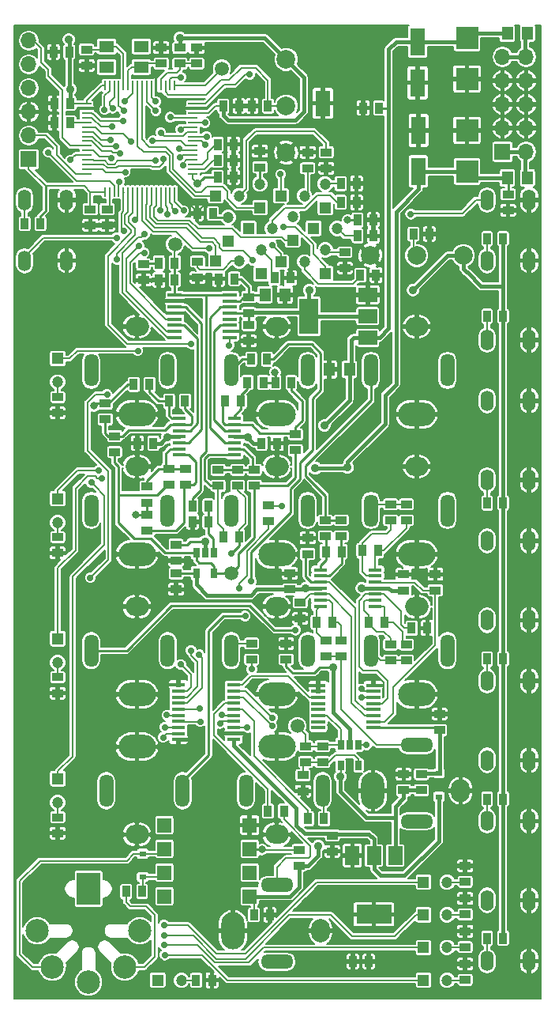
<source format=gbl>
G04 #@! TF.FileFunction,Copper,L2,Bot,Signal*
%FSLAX46Y46*%
G04 Gerber Fmt 4.6, Leading zero omitted, Abs format (unit mm)*
G04 Created by KiCad (PCBNEW 4.0.2-stable) date 2017-03-21 6:26:13 PM*
%MOMM*%
G01*
G04 APERTURE LIST*
%ADD10C,0.200000*%
%ADD11R,1.700000X1.700000*%
%ADD12O,1.700000X1.700000*%
%ADD13R,0.250000X1.000000*%
%ADD14R,1.000000X0.250000*%
%ADD15R,1.143000X0.812800*%
%ADD16R,1.143000X1.397000*%
%ADD17R,0.812800X1.143000*%
%ADD18R,1.600200X2.999740*%
%ADD19R,0.762000X0.609600*%
%ADD20R,2.397760X2.397760*%
%ADD21O,4.000000X2.500000*%
%ADD22O,2.500000X2.000000*%
%ADD23O,1.500000X3.500000*%
%ADD24O,2.500000X4.000000*%
%ADD25O,2.000000X2.500000*%
%ADD26O,3.500000X1.500000*%
%ADD27R,1.500000X1.500000*%
%ADD28R,1.600000X2.800000*%
%ADD29C,1.500000*%
%ADD30O,1.400000X2.200000*%
%ADD31O,1.400000X2.250000*%
%ADD32R,2.000000X3.800000*%
%ADD33R,2.000000X1.500000*%
%ADD34R,3.800000X2.000000*%
%ADD35R,1.500000X2.000000*%
%ADD36R,1.500000X0.450000*%
%ADD37R,1.450000X0.450000*%
%ADD38R,0.650000X1.060000*%
%ADD39R,1.500000X0.400000*%
%ADD40C,1.998980*%
%ADD41R,1.600000X1.250000*%
%ADD42R,1.200000X1.200000*%
%ADD43C,1.200000*%
%ADD44C,2.500000*%
%ADD45R,2.500000X3.500000*%
%ADD46C,0.900000*%
%ADD47C,0.700000*%
%ADD48C,0.800000*%
%ADD49C,0.400000*%
%ADD50C,0.250000*%
%ADD51C,0.203200*%
G04 APERTURE END LIST*
D10*
D11*
X159500000Y-52200000D03*
D12*
X162040000Y-52200000D03*
X159500000Y-49660000D03*
X162040000Y-49660000D03*
X159500000Y-47120000D03*
X162040000Y-47120000D03*
X159500000Y-44580000D03*
X162040000Y-44580000D03*
X159500000Y-42040000D03*
X162040000Y-42040000D03*
D13*
X116850000Y-45100000D03*
X117350000Y-45100000D03*
X117850000Y-45100000D03*
X118350000Y-45100000D03*
X118850000Y-45100000D03*
X119350000Y-45100000D03*
X119850000Y-45100000D03*
X120350000Y-45100000D03*
X120850000Y-45100000D03*
X121350000Y-45100000D03*
X121850000Y-45100000D03*
X122350000Y-45100000D03*
X122850000Y-45100000D03*
X123350000Y-45100000D03*
X123850000Y-45100000D03*
X124350000Y-45100000D03*
D14*
X126300000Y-47050000D03*
X126300000Y-47550000D03*
X126300000Y-48050000D03*
X126300000Y-48550000D03*
X126300000Y-49050000D03*
X126300000Y-49550000D03*
X126300000Y-50050000D03*
X126300000Y-50550000D03*
X126300000Y-51050000D03*
X126300000Y-51550000D03*
X126300000Y-52050000D03*
X126300000Y-52550000D03*
X126300000Y-53050000D03*
X126300000Y-53550000D03*
X126300000Y-54050000D03*
X126300000Y-54550000D03*
D13*
X124350000Y-56500000D03*
X123850000Y-56500000D03*
X123350000Y-56500000D03*
X122850000Y-56500000D03*
X122350000Y-56500000D03*
X121850000Y-56500000D03*
X121350000Y-56500000D03*
X120850000Y-56500000D03*
X120350000Y-56500000D03*
X119850000Y-56500000D03*
X119350000Y-56500000D03*
X118850000Y-56500000D03*
X118350000Y-56500000D03*
X117850000Y-56500000D03*
X117350000Y-56500000D03*
X116850000Y-56500000D03*
D14*
X114900000Y-54550000D03*
X114900000Y-54050000D03*
X114900000Y-53550000D03*
X114900000Y-53050000D03*
X114900000Y-52550000D03*
X114900000Y-52050000D03*
X114900000Y-51550000D03*
X114900000Y-51050000D03*
X114900000Y-50550000D03*
X114900000Y-50050000D03*
X114900000Y-49550000D03*
X114900000Y-49050000D03*
X114900000Y-48550000D03*
X114900000Y-48050000D03*
X114900000Y-47550000D03*
X114900000Y-47050000D03*
D15*
X132300000Y-70749100D03*
X132300000Y-72450900D03*
D16*
X143079500Y-75500000D03*
X140920500Y-75500000D03*
D15*
X141250000Y-125399100D03*
X141250000Y-127100900D03*
D17*
X124350900Y-65900000D03*
X122649100Y-65900000D03*
X130750900Y-65800000D03*
X129049100Y-65800000D03*
D15*
X121000000Y-64249100D03*
X121000000Y-65950900D03*
D16*
X134020500Y-67500000D03*
X136179500Y-67500000D03*
D17*
X131450900Y-78900000D03*
X129749100Y-78900000D03*
D15*
X129000000Y-87950900D03*
X129000000Y-86249100D03*
X125500000Y-87850900D03*
X125500000Y-86149100D03*
D17*
X123749100Y-78900000D03*
X125450900Y-78900000D03*
D15*
X140200000Y-115849100D03*
X140200000Y-117550900D03*
X152750000Y-114100900D03*
X152750000Y-112399100D03*
X114900000Y-42950900D03*
X114900000Y-41249100D03*
X122900000Y-41049100D03*
X122900000Y-42750900D03*
D17*
X113050900Y-41500000D03*
X111349100Y-41500000D03*
X128949100Y-51400000D03*
X130650900Y-51400000D03*
D15*
X138600000Y-95250900D03*
X138600000Y-93549100D03*
X137800000Y-100449100D03*
X137800000Y-102150900D03*
X152300000Y-99150900D03*
X152300000Y-97449100D03*
D17*
X149749100Y-103200000D03*
X151450900Y-103200000D03*
X140549100Y-95000000D03*
X142250900Y-95000000D03*
X139549100Y-102600000D03*
X141250900Y-102600000D03*
X146150900Y-94900000D03*
X144449100Y-94900000D03*
X146850900Y-102600000D03*
X145149100Y-102600000D03*
D15*
X115300000Y-58349100D03*
X115300000Y-60050900D03*
D17*
X129549100Y-47300000D03*
X131250900Y-47300000D03*
X128949100Y-54900000D03*
X130650900Y-54900000D03*
X113150900Y-47000000D03*
X111449100Y-47000000D03*
X128949100Y-53100000D03*
X130650900Y-53100000D03*
D15*
X117100000Y-58349100D03*
X117100000Y-60050900D03*
X126700000Y-42750900D03*
X126700000Y-41049100D03*
D17*
X133649100Y-83400000D03*
X135350900Y-83400000D03*
X120349100Y-83400000D03*
X122050900Y-83400000D03*
D15*
X136700000Y-99050900D03*
X136700000Y-97349100D03*
X148900000Y-97449100D03*
X148900000Y-99150900D03*
X148900000Y-120550900D03*
X148900000Y-118849100D03*
X136300000Y-104849100D03*
X136300000Y-106550900D03*
X124500000Y-97349100D03*
X124500000Y-99050900D03*
X124500000Y-95950900D03*
X124500000Y-94249100D03*
D17*
X146250900Y-47500000D03*
X144549100Y-47500000D03*
D15*
X160100000Y-58450900D03*
X160100000Y-56749100D03*
D18*
X150400000Y-40400360D03*
X150400000Y-44799640D03*
X150500000Y-49900360D03*
X150500000Y-54299640D03*
D17*
X134350900Y-47300000D03*
X132649100Y-47300000D03*
X149949100Y-61000000D03*
X151650900Y-61000000D03*
X132849100Y-133900000D03*
X134550900Y-133900000D03*
D19*
X152700000Y-118755400D03*
X152700000Y-121244600D03*
X120900000Y-127355400D03*
X120900000Y-129844600D03*
D20*
X155700000Y-44399640D03*
X155700000Y-40000360D03*
X155700000Y-54299640D03*
X155700000Y-49900360D03*
D21*
X135300000Y-115900000D03*
D22*
X135300000Y-125300000D03*
D23*
X140200000Y-120600000D03*
X132000000Y-120600000D03*
D24*
X130600000Y-135600000D03*
D25*
X140000000Y-135600000D03*
D26*
X135300000Y-130700000D03*
X135300000Y-138900000D03*
D21*
X135300000Y-95300000D03*
D22*
X135300000Y-85900000D03*
D23*
X130400000Y-90600000D03*
X138600000Y-90600000D03*
D21*
X135300000Y-110300000D03*
D22*
X135300000Y-100900000D03*
D23*
X130400000Y-105600000D03*
X138600000Y-105600000D03*
D21*
X135300000Y-80300000D03*
D22*
X135300000Y-70900000D03*
D23*
X130400000Y-75600000D03*
X138600000Y-75600000D03*
D21*
X120300000Y-80300000D03*
D22*
X120300000Y-70900000D03*
D23*
X115400000Y-75600000D03*
X123600000Y-75600000D03*
D21*
X120300000Y-95300000D03*
D22*
X120300000Y-85900000D03*
D23*
X115400000Y-90600000D03*
X123600000Y-90600000D03*
D21*
X120300000Y-110300000D03*
D22*
X120300000Y-100900000D03*
D23*
X115400000Y-105600000D03*
X123600000Y-105600000D03*
D21*
X120300000Y-115900000D03*
D22*
X120300000Y-125300000D03*
D23*
X125200000Y-120600000D03*
X117000000Y-120600000D03*
D21*
X150300000Y-80300000D03*
D22*
X150300000Y-70900000D03*
D23*
X145400000Y-75600000D03*
X153600000Y-75600000D03*
D21*
X150300000Y-95300000D03*
D22*
X150300000Y-85900000D03*
D23*
X145400000Y-90600000D03*
X153600000Y-90600000D03*
D21*
X150300000Y-110300000D03*
D22*
X150300000Y-100900000D03*
D23*
X145400000Y-105600000D03*
X153600000Y-105600000D03*
D24*
X145600000Y-120600000D03*
D25*
X155000000Y-120600000D03*
D26*
X150300000Y-115700000D03*
X150300000Y-123900000D03*
D15*
X132300000Y-69450900D03*
X132300000Y-67749100D03*
X124900000Y-41049100D03*
X124900000Y-42750900D03*
D27*
X123228000Y-129370000D03*
X123228000Y-126830000D03*
X123228000Y-124290000D03*
X123228000Y-131910000D03*
X132372000Y-131910000D03*
X132372000Y-129370000D03*
X132372000Y-126830000D03*
X132372000Y-124290000D03*
D28*
X140250000Y-47000000D03*
D29*
X124400000Y-62100000D03*
X130400000Y-97300000D03*
X137500000Y-113700000D03*
D11*
X108700000Y-53000000D03*
D12*
X108700000Y-50460000D03*
X108700000Y-47920000D03*
X108700000Y-45380000D03*
X108700000Y-42840000D03*
X108700000Y-40300000D03*
D29*
X129400000Y-43300000D03*
D17*
X143449100Y-138900000D03*
X145150900Y-138900000D03*
X124350900Y-64100000D03*
X122649100Y-64100000D03*
X140350900Y-123600000D03*
X138649100Y-123600000D03*
X136050900Y-122800000D03*
X134349100Y-122800000D03*
D15*
X134400000Y-90049100D03*
X134400000Y-91750900D03*
X132600000Y-104849100D03*
X132600000Y-106550900D03*
D17*
X132549100Y-74400000D03*
X134250900Y-74400000D03*
D15*
X137300000Y-82449100D03*
X137300000Y-84150900D03*
X132900000Y-86249100D03*
X132900000Y-87950900D03*
X123700000Y-86149100D03*
X123700000Y-87850900D03*
X117900000Y-82649100D03*
X117900000Y-84350900D03*
D17*
X127950900Y-90100000D03*
X126249100Y-90100000D03*
X126249100Y-91800000D03*
X127950900Y-91800000D03*
D15*
X131100000Y-87950900D03*
X131100000Y-86249100D03*
X121400000Y-89750900D03*
X121400000Y-88049100D03*
X116900000Y-79149100D03*
X116900000Y-80850900D03*
D17*
X135149100Y-76900000D03*
X136850900Y-76900000D03*
X133850900Y-76900000D03*
X132149100Y-76900000D03*
X131250900Y-93400000D03*
X129549100Y-93400000D03*
D15*
X121400000Y-91049100D03*
X121400000Y-92750900D03*
D17*
X119949100Y-77100000D03*
X121650900Y-77100000D03*
D15*
X140600000Y-53950900D03*
X140600000Y-52249100D03*
X133500000Y-52149100D03*
X133500000Y-53850900D03*
X138600000Y-52249100D03*
X138600000Y-53950900D03*
D17*
X143850900Y-55600000D03*
X142149100Y-55600000D03*
X126749100Y-58800000D03*
X128450900Y-58800000D03*
X143850900Y-57600000D03*
X142149100Y-57600000D03*
X145650900Y-59500000D03*
X143949100Y-59500000D03*
X145650900Y-61200000D03*
X143949100Y-61200000D03*
D15*
X126800000Y-65650900D03*
X126800000Y-63949100D03*
D17*
X136750900Y-65700000D03*
X135049100Y-65700000D03*
X145950900Y-65400000D03*
X144249100Y-65400000D03*
D15*
X142600000Y-64650900D03*
X142600000Y-62949100D03*
X155500000Y-128649100D03*
X155500000Y-130350900D03*
X155500000Y-132149100D03*
X155500000Y-133850900D03*
X155500000Y-135649100D03*
X155500000Y-137350900D03*
X155500000Y-139149100D03*
X155500000Y-140850900D03*
X111800000Y-78449100D03*
X111800000Y-80150900D03*
D17*
X159550900Y-69800000D03*
X157849100Y-69800000D03*
X109950900Y-59900000D03*
X108249100Y-59900000D03*
D15*
X138100000Y-118949100D03*
X138100000Y-120650900D03*
X111800000Y-93449100D03*
X111800000Y-95150900D03*
X111800000Y-108449100D03*
X111800000Y-110150900D03*
D17*
X159550900Y-89800000D03*
X157849100Y-89800000D03*
X159550900Y-136400000D03*
X157849100Y-136400000D03*
D15*
X111800000Y-123449100D03*
X111800000Y-125150900D03*
X138400000Y-115849100D03*
X138400000Y-117550900D03*
D17*
X126649100Y-140900000D03*
X128350900Y-140900000D03*
X159550900Y-106500000D03*
X157849100Y-106500000D03*
X159550900Y-61500000D03*
X157849100Y-61500000D03*
X159550900Y-121500000D03*
X157849100Y-121500000D03*
D15*
X150800000Y-120550900D03*
X150800000Y-118849100D03*
D17*
X113150900Y-49100000D03*
X111449100Y-49100000D03*
D15*
X142200000Y-91649100D03*
X142200000Y-93350900D03*
X142200000Y-106250900D03*
X142200000Y-104549100D03*
X147500000Y-89949100D03*
X147500000Y-91650900D03*
X147500000Y-106650900D03*
X147500000Y-104949100D03*
X140500000Y-91649100D03*
X140500000Y-93350900D03*
X140600000Y-106250900D03*
X140600000Y-104549100D03*
X149200000Y-89949100D03*
X149200000Y-91650900D03*
X149200000Y-106650900D03*
X149200000Y-104949100D03*
D17*
X120850900Y-131400000D03*
X119149100Y-131400000D03*
D15*
X137700000Y-126949100D03*
X137700000Y-128650900D03*
D30*
X157850000Y-78850000D03*
X162350000Y-78850000D03*
D31*
X157850000Y-72350000D03*
X162350000Y-72350000D03*
D30*
X108250000Y-63850000D03*
X112750000Y-63850000D03*
D31*
X108250000Y-57350000D03*
X112750000Y-57350000D03*
D30*
X157850000Y-93850000D03*
X162350000Y-93850000D03*
D31*
X157850000Y-87350000D03*
X162350000Y-87350000D03*
D30*
X157850000Y-138850000D03*
X162350000Y-138850000D03*
D31*
X157850000Y-132350000D03*
X162350000Y-132350000D03*
D30*
X157850000Y-108850000D03*
X162350000Y-108850000D03*
D31*
X157850000Y-102350000D03*
X162350000Y-102350000D03*
D30*
X157850000Y-63850000D03*
X162350000Y-63850000D03*
D31*
X157850000Y-57350000D03*
X162350000Y-57350000D03*
D30*
X157850000Y-123850000D03*
X162350000Y-123850000D03*
D31*
X157850000Y-117350000D03*
X162350000Y-117350000D03*
D32*
X138750000Y-69800000D03*
D33*
X145050000Y-69800000D03*
X145050000Y-72100000D03*
X145050000Y-67500000D03*
D34*
X145700000Y-133850000D03*
D35*
X145700000Y-127550000D03*
X148000000Y-127550000D03*
X143400000Y-127550000D03*
D36*
X130250000Y-67525000D03*
X130250000Y-68175000D03*
X130250000Y-68825000D03*
X130250000Y-69475000D03*
X130250000Y-70125000D03*
X130250000Y-70775000D03*
X130250000Y-71425000D03*
X130250000Y-72075000D03*
X124350000Y-72075000D03*
X124350000Y-71425000D03*
X124350000Y-70775000D03*
X124350000Y-70125000D03*
X124350000Y-69475000D03*
X124350000Y-68825000D03*
X124350000Y-68175000D03*
X124350000Y-67525000D03*
D37*
X124750000Y-115125000D03*
X124750000Y-114475000D03*
X124750000Y-113825000D03*
X124750000Y-113175000D03*
X124750000Y-112525000D03*
X124750000Y-111875000D03*
X124750000Y-111225000D03*
X124750000Y-110575000D03*
X124750000Y-109925000D03*
X124750000Y-109275000D03*
X130650000Y-109275000D03*
X130650000Y-109925000D03*
X130650000Y-110575000D03*
X130650000Y-111225000D03*
X130650000Y-111875000D03*
X130650000Y-112525000D03*
X130650000Y-113175000D03*
X130650000Y-113825000D03*
X130650000Y-114475000D03*
X130650000Y-115125000D03*
X130750000Y-80750000D03*
X130750000Y-81400000D03*
X130750000Y-82050000D03*
X130750000Y-82700000D03*
X130750000Y-83350000D03*
X130750000Y-84000000D03*
X130750000Y-84650000D03*
X124850000Y-84650000D03*
X124850000Y-84000000D03*
X124850000Y-83350000D03*
X124850000Y-82700000D03*
X124850000Y-82050000D03*
X124850000Y-81400000D03*
X124850000Y-80750000D03*
D38*
X126650000Y-95100000D03*
X127600000Y-95100000D03*
X128550000Y-95100000D03*
X128550000Y-97300000D03*
X126650000Y-97300000D03*
X142150000Y-115700000D03*
X143100000Y-115700000D03*
X144050000Y-115700000D03*
X144050000Y-117900000D03*
X142150000Y-117900000D03*
D39*
X139750000Y-113875000D03*
X139750000Y-113225000D03*
X139750000Y-112575000D03*
X139750000Y-111925000D03*
X139750000Y-111275000D03*
X139750000Y-110625000D03*
X139750000Y-109975000D03*
X139750000Y-109325000D03*
X145650000Y-109325000D03*
X145650000Y-109975000D03*
X145650000Y-110625000D03*
X145650000Y-111275000D03*
X145650000Y-111925000D03*
X145650000Y-112575000D03*
X145650000Y-113225000D03*
X145650000Y-113875000D03*
D37*
X139950000Y-100850000D03*
X139950000Y-100200000D03*
X139950000Y-99550000D03*
X139950000Y-98900000D03*
X139950000Y-98250000D03*
X139950000Y-97600000D03*
X139950000Y-96950000D03*
X145850000Y-96950000D03*
X145850000Y-97600000D03*
X145850000Y-98250000D03*
X145850000Y-98900000D03*
X145850000Y-99550000D03*
X145850000Y-100200000D03*
X145850000Y-100850000D03*
D40*
X150300000Y-63300000D03*
X155300000Y-63300000D03*
X145300000Y-63300000D03*
X136300000Y-47300000D03*
X136300000Y-42300000D03*
X136300000Y-52300000D03*
D41*
X117050000Y-40900000D03*
X117050000Y-43100000D03*
X120750000Y-40900000D03*
X120750000Y-43100000D03*
D42*
X151030000Y-140900000D03*
D43*
X153570000Y-140900000D03*
D42*
X139230000Y-60400000D03*
D43*
X141770000Y-60400000D03*
D42*
X122530000Y-140900000D03*
D43*
X125070000Y-140900000D03*
D42*
X111800000Y-119330000D03*
D43*
X111800000Y-121870000D03*
D42*
X111800000Y-104330000D03*
D43*
X111800000Y-106870000D03*
D42*
X111800000Y-89330000D03*
D43*
X111800000Y-91870000D03*
D42*
X111800000Y-74330000D03*
D43*
X111800000Y-76870000D03*
D42*
X151030000Y-137400000D03*
D43*
X153570000Y-137400000D03*
D42*
X151030000Y-133900000D03*
D43*
X153570000Y-133900000D03*
D42*
X151030000Y-130400000D03*
D43*
X153570000Y-130400000D03*
D42*
X140500000Y-65240000D03*
D43*
X140500000Y-62700000D03*
D42*
X135730000Y-64000000D03*
D43*
X138270000Y-64000000D03*
D42*
X133600000Y-65240000D03*
D43*
X133600000Y-62700000D03*
D42*
X128760000Y-63900000D03*
D43*
X131300000Y-63900000D03*
D42*
X137000000Y-61640000D03*
D43*
X137000000Y-59100000D03*
D42*
X132260000Y-60400000D03*
D43*
X134800000Y-60400000D03*
D42*
X130100000Y-61740000D03*
D43*
X130100000Y-59200000D03*
D42*
X140500000Y-58170000D03*
D43*
X140500000Y-55630000D03*
D42*
X135730000Y-56900000D03*
D43*
X138270000Y-56900000D03*
D42*
X133500000Y-58170000D03*
D43*
X133500000Y-55630000D03*
D42*
X128730000Y-56900000D03*
D43*
X131270000Y-56900000D03*
D16*
X160020500Y-39500000D03*
X162179500Y-39500000D03*
X160020500Y-55000000D03*
X162179500Y-55000000D03*
D44*
X109600000Y-135600000D03*
X120600000Y-135600000D03*
X115100000Y-141100000D03*
D45*
X115100000Y-131100000D03*
D44*
X111210000Y-139490000D03*
X118990000Y-139490000D03*
D46*
X124899996Y-40000000D03*
X113000000Y-40200000D03*
X126803546Y-55596456D03*
X139750000Y-126500000D03*
X113150900Y-45500000D03*
X149900000Y-67000000D03*
X138800000Y-67000000D03*
D47*
X111400000Y-39050000D03*
X122900000Y-39050000D03*
X116150000Y-46600000D03*
X128900000Y-49250000D03*
X129800000Y-50100000D03*
X137150000Y-45650000D03*
X135200000Y-45650000D03*
X114900000Y-44000000D03*
X131900000Y-103300000D03*
X138300000Y-41500000D03*
X148500000Y-41500000D03*
X148500000Y-43700000D03*
X148500000Y-54700000D03*
X148500000Y-53600000D03*
X148500000Y-52400000D03*
X148500000Y-51200000D03*
X148500000Y-44800000D03*
X148500000Y-49900000D03*
X123100000Y-55100000D03*
X143100000Y-71300000D03*
X142200000Y-71300000D03*
X141400000Y-71300000D03*
X141400000Y-68200000D03*
X142200000Y-68200000D03*
X143100000Y-68200000D03*
X111800000Y-111300000D03*
X111500000Y-81400000D03*
X110600000Y-95100000D03*
X126400000Y-68700000D03*
X126400000Y-70700000D03*
X119800000Y-55100000D03*
X117970138Y-60009715D03*
X137900000Y-65700000D03*
X126700000Y-66800000D03*
X131200000Y-46000000D03*
X133400000Y-45700000D03*
X128900000Y-50100000D03*
X140900000Y-76900000D03*
X129500000Y-58100000D03*
X122100000Y-67600000D03*
X139721681Y-108527102D03*
X145700000Y-108500000D03*
X123600119Y-46782625D03*
X129400000Y-114500000D03*
X138229014Y-121378550D03*
X124800000Y-108300000D03*
X124700004Y-47600000D03*
X142600000Y-65700000D03*
D46*
X126300000Y-93100000D03*
X140400001Y-81499999D03*
X142100000Y-119100000D03*
X138400003Y-98899997D03*
X132199994Y-82800000D03*
X142900000Y-86000000D03*
X141300000Y-107400000D03*
X139431263Y-86064780D03*
X144399982Y-98900000D03*
X123525042Y-82762951D03*
X127600000Y-93900000D03*
D47*
X124995268Y-44216032D03*
X122314226Y-47792381D03*
X135700004Y-54600000D03*
X122300097Y-46811060D03*
X127756147Y-50550020D03*
X127664610Y-51445365D03*
D48*
X142900000Y-59500000D03*
D47*
X132699998Y-63800000D03*
X128050064Y-62507327D03*
X123130197Y-52923345D03*
X134800000Y-62200000D03*
X122261201Y-53157552D03*
X136000000Y-60200000D03*
X123200000Y-135000000D03*
X113174667Y-53074667D03*
X116821150Y-47687192D03*
X123200000Y-136100002D03*
X117706582Y-47525848D03*
X123199990Y-137100000D03*
X123300002Y-138200000D03*
X118893582Y-47790609D03*
X125300000Y-58500004D03*
X120400000Y-73500004D03*
X124400667Y-58534930D03*
X116190366Y-86309634D03*
X123568647Y-58878096D03*
X116549427Y-87134919D03*
X122770768Y-58461689D03*
X115400000Y-87600000D03*
X115300000Y-97800000D03*
X125000000Y-49800000D03*
X117092254Y-78192688D03*
X135800000Y-90100000D03*
D48*
X115699969Y-79395026D03*
X120199996Y-91100000D03*
D47*
X137300000Y-103400000D03*
D48*
X135099996Y-75800000D03*
D47*
X130399998Y-95200000D03*
X131900000Y-101899998D03*
X132400000Y-43899990D03*
D48*
X133700000Y-126900000D03*
D47*
X110791771Y-52249980D03*
X119000020Y-46785790D03*
X131224980Y-98949980D03*
X129200000Y-113400000D03*
X132600000Y-107600000D03*
X129400000Y-112500000D03*
X132575020Y-98200000D03*
X132148071Y-113823091D03*
X118453084Y-52404702D03*
X118100000Y-63700000D03*
X118100000Y-61400000D03*
X118050000Y-51600000D03*
X118399996Y-55400000D03*
X117493953Y-50892304D03*
X119050016Y-54376823D03*
X149650531Y-58866757D03*
X119644462Y-51064520D03*
X126115633Y-72764966D03*
X130200000Y-72900000D03*
X121106654Y-60999227D03*
X123870108Y-48482922D03*
X121965113Y-51027879D03*
X120519977Y-62279442D03*
X122849529Y-50125276D03*
X121064533Y-62996017D03*
X123100006Y-114900000D03*
X117602087Y-49517808D03*
X123300002Y-113800000D03*
X118858761Y-48858761D03*
X127100000Y-113200000D03*
X125225355Y-53646264D03*
X117560802Y-52875402D03*
X123500032Y-112500000D03*
X127049980Y-111800000D03*
X120070182Y-59443793D03*
X126964248Y-106039955D03*
X124880558Y-52804683D03*
X126100000Y-105600000D03*
X124865195Y-51818921D03*
X118865815Y-60686397D03*
X125000000Y-107100000D03*
X144350031Y-109724967D03*
X134826461Y-112800377D03*
X144350031Y-110624980D03*
X134800000Y-113699999D03*
X144900000Y-115700000D03*
X127600008Y-49100000D03*
D49*
X134000000Y-40000000D02*
X125536392Y-40000000D01*
X124900000Y-41049100D02*
X124900000Y-40000004D01*
X124900000Y-40000004D02*
X124899996Y-40000000D01*
X125536392Y-40000000D02*
X124899996Y-40000000D01*
X136300000Y-42300000D02*
X134000000Y-40000000D01*
X155300000Y-63300000D02*
X153600000Y-63300000D01*
X153600000Y-63300000D02*
X149900000Y-67000000D01*
X155300000Y-63300000D02*
X155300000Y-64713492D01*
X155300000Y-64713492D02*
X155686508Y-65100000D01*
X155686508Y-65100000D02*
X155700000Y-65100000D01*
X155700000Y-65100000D02*
X157200000Y-66600000D01*
X157200000Y-66600000D02*
X159550900Y-66600000D01*
X113050900Y-41500000D02*
X113050900Y-40250900D01*
X113050900Y-40250900D02*
X113000000Y-40200000D01*
X113050900Y-41500000D02*
X113050900Y-45400000D01*
X113050900Y-45400000D02*
X113150900Y-45500000D01*
D50*
X109950900Y-59900000D02*
X109950900Y-59078500D01*
X109950900Y-59078500D02*
X110500002Y-58529398D01*
X110500002Y-58529398D02*
X110500002Y-55850002D01*
D49*
X159550900Y-61500000D02*
X159550900Y-66600000D01*
X159550900Y-66600000D02*
X159550900Y-69800000D01*
X159550900Y-89800000D02*
X159550900Y-88168451D01*
X159550900Y-88168451D02*
X159550900Y-69800000D01*
X159550900Y-106500000D02*
X159550900Y-105528500D01*
X159550900Y-105528500D02*
X159550900Y-89800000D01*
X159550900Y-121500000D02*
X159550900Y-120528500D01*
X159550900Y-120528500D02*
X159550900Y-106500000D01*
X159550900Y-136400000D02*
X159550900Y-121500000D01*
D50*
X127253545Y-55146457D02*
X126803546Y-55596456D01*
X127500002Y-54900000D02*
X127253545Y-55146457D01*
X128949100Y-54900000D02*
X127500002Y-54900000D01*
D10*
X126353547Y-55146457D02*
X126803546Y-55596456D01*
X126300000Y-55092910D02*
X126353547Y-55146457D01*
X126300000Y-54550000D02*
X126300000Y-55092910D01*
X116525000Y-45100000D02*
X114900000Y-46725000D01*
X116850000Y-45100000D02*
X116525000Y-45100000D01*
X114900000Y-46725000D02*
X114900000Y-47050000D01*
D49*
X139750000Y-127572400D02*
X139750000Y-127136396D01*
X138671500Y-128650900D02*
X139750000Y-127572400D01*
X137700000Y-128650900D02*
X138671500Y-128650900D01*
X139750000Y-127136396D02*
X139750000Y-126500000D01*
X113150900Y-47000000D02*
X113150900Y-45500000D01*
X129549100Y-47300000D02*
X129549100Y-48271500D01*
X129549100Y-48271500D02*
X130077600Y-48800000D01*
X130077600Y-48800000D02*
X137300000Y-48800000D01*
X137300000Y-48800000D02*
X138200000Y-47900000D01*
X138200000Y-47900000D02*
X138200000Y-44200000D01*
X138200000Y-44200000D02*
X137299489Y-43299489D01*
X137299489Y-43299489D02*
X136300000Y-42300000D01*
X132372000Y-131910000D02*
X136716359Y-131910000D01*
X136716359Y-131910000D02*
X137700000Y-130926359D01*
X137700000Y-130926359D02*
X137700000Y-129457300D01*
X137700000Y-129457300D02*
X137700000Y-128650900D01*
D10*
X132849100Y-133900000D02*
X132849100Y-132387100D01*
X132849100Y-132387100D02*
X132372000Y-131910000D01*
X114650002Y-55850002D02*
X115300000Y-56500000D01*
X108700000Y-54050000D02*
X110500002Y-55850002D01*
X108700000Y-53000000D02*
X108700000Y-54050000D01*
X110500002Y-55850002D02*
X114650002Y-55850002D01*
D49*
X138750000Y-69800000D02*
X138750000Y-67050000D01*
X138750000Y-67050000D02*
X138800000Y-67000000D01*
X132300000Y-69450900D02*
X132350900Y-69400000D01*
X132350900Y-69400000D02*
X138350000Y-69400000D01*
X138350000Y-69400000D02*
X138400900Y-69450900D01*
X145050000Y-69800000D02*
X143650000Y-69800000D01*
X143650000Y-69800000D02*
X138750000Y-69800000D01*
D10*
X127950000Y-48050000D02*
X128700000Y-47300000D01*
X128700000Y-47300000D02*
X129549100Y-47300000D01*
X126300000Y-48050000D02*
X127950000Y-48050000D01*
X114900000Y-47050000D02*
X113200900Y-47050000D01*
X113200900Y-47050000D02*
X113150900Y-47000000D01*
X115300000Y-56500000D02*
X116850000Y-56500000D01*
X115300000Y-58349100D02*
X115300000Y-56500000D01*
D50*
X138400900Y-69450900D02*
X138750000Y-69800000D01*
X130250000Y-69475000D02*
X132275900Y-69475000D01*
X132275900Y-69475000D02*
X132300000Y-69450900D01*
X132300000Y-69450900D02*
X132300000Y-70749100D01*
D10*
X111349100Y-41500000D02*
X111349100Y-39100900D01*
X111349100Y-39100900D02*
X111400000Y-39050000D01*
X122900000Y-41049100D02*
X122900000Y-39050000D01*
X122900000Y-41049100D02*
X122900000Y-40100001D01*
X115600000Y-47550000D02*
X116150000Y-47000000D01*
X116150000Y-47000000D02*
X116150000Y-46600000D01*
X114900000Y-47550000D02*
X115600000Y-47550000D01*
X132599100Y-41049100D02*
X135200000Y-43650000D01*
X135200000Y-43650000D02*
X135200000Y-45650000D01*
X126700000Y-41049100D02*
X132599100Y-41049100D01*
X114900000Y-42950900D02*
X114900000Y-44000000D01*
D50*
X136300000Y-104849100D02*
X135478500Y-104849100D01*
X135478500Y-104849100D02*
X133929400Y-103300000D01*
X133929400Y-103300000D02*
X131900000Y-103300000D01*
X148500000Y-43700000D02*
X148500000Y-41500000D01*
X148500000Y-44800000D02*
X148500000Y-43700000D01*
X148500000Y-53600000D02*
X148500000Y-54700000D01*
X148500000Y-51200000D02*
X148500000Y-52400000D01*
X150400000Y-44799640D02*
X148500360Y-44799640D01*
X148500360Y-44799640D02*
X148500000Y-44800000D01*
X150500000Y-49900360D02*
X148500360Y-49900360D01*
X148500360Y-49900360D02*
X148500000Y-49900000D01*
X119800000Y-55100000D02*
X123100000Y-55100000D01*
X141400000Y-71300000D02*
X142200000Y-71300000D01*
X142200000Y-68200000D02*
X141400000Y-68200000D01*
X145050000Y-67500000D02*
X143800000Y-67500000D01*
X143800000Y-67500000D02*
X143100000Y-68200000D01*
D10*
X111800000Y-110150900D02*
X111800000Y-111300000D01*
X111800000Y-80150900D02*
X111800000Y-81100000D01*
X111800000Y-81100000D02*
X111500000Y-81400000D01*
X111800000Y-95150900D02*
X110650900Y-95150900D01*
X110650900Y-95150900D02*
X110600000Y-95100000D01*
X124350000Y-68175000D02*
X125875000Y-68175000D01*
X125875000Y-68175000D02*
X126400000Y-68700000D01*
D50*
X126400000Y-70525000D02*
X126400000Y-70700000D01*
X125350000Y-69475000D02*
X126400000Y-70525000D01*
X124350000Y-69475000D02*
X125350000Y-69475000D01*
D10*
X124775001Y-55759999D02*
X124715001Y-55699999D01*
X126749100Y-58634900D02*
X124775001Y-56660801D01*
X124775001Y-56660801D02*
X124775001Y-55759999D01*
X124715001Y-55699999D02*
X120399999Y-55699999D01*
X120399999Y-55699999D02*
X119800000Y-55100000D01*
X117100000Y-60050900D02*
X117928953Y-60050900D01*
X117928953Y-60050900D02*
X117970138Y-60009715D01*
X136750900Y-65700000D02*
X137900000Y-65700000D01*
X126800000Y-65650900D02*
X126800000Y-66700000D01*
X126800000Y-66700000D02*
X126700000Y-66800000D01*
X130650900Y-51400000D02*
X130650900Y-50550900D01*
X130650900Y-50550900D02*
X130200000Y-50100000D01*
X130200000Y-50100000D02*
X128900000Y-50100000D01*
D50*
X130650900Y-54900000D02*
X129994500Y-54900000D01*
X129994500Y-54900000D02*
X129750000Y-54655500D01*
D10*
X131250900Y-47300000D02*
X131250900Y-46050900D01*
X131250900Y-46050900D02*
X131200000Y-46000000D01*
X132649100Y-47300000D02*
X132649100Y-46450900D01*
X132649100Y-46450900D02*
X133400000Y-45700000D01*
X140920500Y-75500000D02*
X140920500Y-76879500D01*
X140920500Y-76879500D02*
X140900000Y-76900000D01*
X126749100Y-58800000D02*
X126749100Y-58634900D01*
X126749100Y-58634900D02*
X127455501Y-57928499D01*
X127455501Y-57928499D02*
X129328499Y-57928499D01*
X129328499Y-57928499D02*
X129500000Y-58100000D01*
D50*
X124350000Y-69475000D02*
X123439998Y-69475000D01*
X123439998Y-69475000D02*
X122100000Y-68135002D01*
X122100000Y-68135002D02*
X122100000Y-67600000D01*
D10*
X139750000Y-109325000D02*
X139750000Y-108555421D01*
X139750000Y-108555421D02*
X139721681Y-108527102D01*
X139750000Y-109975000D02*
X139750000Y-109325000D01*
X145650000Y-108550000D02*
X145700000Y-108500000D01*
X145650000Y-109325000D02*
X145650000Y-108550000D01*
X123332625Y-46782625D02*
X123600119Y-46782625D01*
X122350000Y-45100000D02*
X122350000Y-45800000D01*
X122350000Y-45800000D02*
X123332625Y-46782625D01*
X130650000Y-114475000D02*
X129425000Y-114475000D01*
X129425000Y-114475000D02*
X129400000Y-114500000D01*
X138100000Y-121257300D02*
X138221250Y-121378550D01*
X138100000Y-120650900D02*
X138100000Y-121257300D01*
X138221250Y-121378550D02*
X138229014Y-121378550D01*
X124750000Y-109275000D02*
X124750000Y-108350000D01*
X124750000Y-108350000D02*
X124800000Y-108300000D01*
X126300000Y-47550000D02*
X124750004Y-47550000D01*
X124750004Y-47550000D02*
X124700004Y-47600000D01*
X142600000Y-64650900D02*
X142600000Y-65700000D01*
X130650900Y-51400000D02*
X130650900Y-53100000D01*
X130650900Y-54900000D02*
X130650900Y-53100000D01*
D49*
X120349100Y-83400000D02*
X120349100Y-85850900D01*
X120349100Y-85850900D02*
X120300000Y-85900000D01*
X126249100Y-91800000D02*
X126249100Y-93049100D01*
X126249100Y-93049100D02*
X126300000Y-93100000D01*
X135350900Y-83400000D02*
X135350900Y-85849100D01*
X135350900Y-85849100D02*
X135300000Y-85900000D01*
X126650000Y-98550000D02*
X126650000Y-97300000D01*
X136700000Y-99050900D02*
X133149100Y-99050900D01*
X133149100Y-99050900D02*
X132500000Y-99700000D01*
X132500000Y-99700000D02*
X127800000Y-99700000D01*
X127800000Y-99700000D02*
X126650000Y-98550000D01*
X147300000Y-71100000D02*
X147300000Y-47500000D01*
X147300000Y-47500000D02*
X147300000Y-41200000D01*
D50*
X146250900Y-47500000D02*
X146907300Y-47500000D01*
X146907300Y-47500000D02*
X147300000Y-47500000D01*
D49*
X143079500Y-78820500D02*
X140850000Y-81050000D01*
X140850000Y-81050000D02*
X140400001Y-81499999D01*
X143079500Y-75500000D02*
X143079500Y-78820500D01*
D50*
X124500000Y-97349100D02*
X126600900Y-97349100D01*
X126600900Y-97349100D02*
X126650000Y-97300000D01*
D49*
X148000000Y-123500000D02*
X148000000Y-122300000D01*
X148000000Y-122300000D02*
X148900000Y-121400000D01*
X148900000Y-121400000D02*
X148900000Y-120550900D01*
X150800000Y-120550900D02*
X148900000Y-120550900D01*
X143079500Y-75500000D02*
X143250000Y-75329500D01*
X143250000Y-75329500D02*
X143250000Y-72350000D01*
X143250000Y-72350000D02*
X143500000Y-72100000D01*
X143500000Y-72100000D02*
X145050000Y-72100000D01*
X144900000Y-123500000D02*
X148000000Y-123500000D01*
X148000000Y-123500000D02*
X148000000Y-126150000D01*
X142100000Y-120700000D02*
X144900000Y-123500000D01*
X148000000Y-126150000D02*
X148000000Y-127550000D01*
X148000000Y-127550000D02*
X148000000Y-126600000D01*
X142100000Y-120700000D02*
X142100000Y-119100000D01*
D10*
X142150000Y-117900000D02*
X142150000Y-119050000D01*
X142150000Y-119050000D02*
X142100000Y-119100000D01*
D49*
X136700000Y-99050900D02*
X138249100Y-99050900D01*
X139950000Y-98900000D02*
X138400006Y-98900000D01*
X138400006Y-98900000D02*
X138400003Y-98899997D01*
X138249100Y-99050900D02*
X138400003Y-98899997D01*
X130750000Y-82700000D02*
X132099994Y-82700000D01*
X132649993Y-83249999D02*
X132199994Y-82800000D01*
X132099994Y-82700000D02*
X132199994Y-82800000D01*
X132799994Y-83400000D02*
X132649993Y-83249999D01*
X133649100Y-83400000D02*
X132799994Y-83400000D01*
X160249100Y-39500000D02*
X156200360Y-39500000D01*
X156200360Y-39500000D02*
X155700000Y-40000360D01*
X150400000Y-40400360D02*
X155300000Y-40400360D01*
X155300000Y-40400360D02*
X155700000Y-40000360D01*
X145050000Y-72100000D02*
X146300000Y-72100000D01*
X146300000Y-72100000D02*
X147300000Y-71100000D01*
X147300000Y-41200000D02*
X148099640Y-40400360D01*
X148099640Y-40400360D02*
X150400000Y-40400360D01*
X141250000Y-125399100D02*
X141050900Y-125200000D01*
X141050900Y-125200000D02*
X138300000Y-125200000D01*
X138300000Y-125200000D02*
X137400000Y-124300000D01*
X137400000Y-124300000D02*
X137400000Y-122500000D01*
X137400000Y-122500000D02*
X130650000Y-115750000D01*
X130650000Y-115750000D02*
X130650000Y-115125000D01*
X141250000Y-125399100D02*
X141600900Y-125399100D01*
X141600900Y-125399100D02*
X141750000Y-125250000D01*
X141750000Y-125250000D02*
X145150000Y-125250000D01*
X145150000Y-125250000D02*
X145700000Y-125800000D01*
X145700000Y-125800000D02*
X145700000Y-127550000D01*
X146400000Y-129700000D02*
X145700000Y-129000000D01*
X145700000Y-129000000D02*
X145700000Y-127550000D01*
X149000000Y-129700000D02*
X146400000Y-129700000D01*
X152700000Y-126000000D02*
X149000000Y-129700000D01*
X152700000Y-121244600D02*
X152700000Y-126000000D01*
D50*
X126249100Y-89278500D02*
X126249100Y-90100000D01*
X127077589Y-84886000D02*
X127077589Y-88450011D01*
X127077589Y-88450011D02*
X126249100Y-89278500D01*
X127690657Y-84272932D02*
X127077589Y-84886000D01*
X127600000Y-67525000D02*
X127690657Y-67615657D01*
X127690657Y-67615657D02*
X127690657Y-84272932D01*
D10*
X124350900Y-64100000D02*
X124350900Y-62149100D01*
X124350900Y-62149100D02*
X124400000Y-62100000D01*
D50*
X130250000Y-67525000D02*
X127600000Y-67525000D01*
X127600000Y-67525000D02*
X124350000Y-67525000D01*
X124350900Y-65900000D02*
X124350900Y-67524100D01*
X124350900Y-67524100D02*
X124350000Y-67525000D01*
X124350900Y-64100000D02*
X124350900Y-65900000D01*
X130250000Y-68175000D02*
X131325000Y-68175000D01*
X131325000Y-68175000D02*
X131600000Y-67900000D01*
X131600000Y-67900000D02*
X132149100Y-67900000D01*
X132149100Y-67900000D02*
X132300000Y-67749100D01*
X130750900Y-65800000D02*
X131407300Y-65800000D01*
X131407300Y-65800000D02*
X132300000Y-66692700D01*
X132300000Y-66692700D02*
X132300000Y-67092700D01*
X132300000Y-67092700D02*
X132300000Y-67749100D01*
X134020500Y-67500000D02*
X132549100Y-67500000D01*
X132549100Y-67500000D02*
X132300000Y-67749100D01*
X122649100Y-64100000D02*
X121149100Y-64100000D01*
X121149100Y-64100000D02*
X121000000Y-64249100D01*
X132149100Y-76900000D02*
X132100000Y-76949100D01*
X132100000Y-77600000D02*
X131450900Y-78249100D01*
X131450900Y-78249100D02*
X131450900Y-78900000D01*
X132100000Y-76949100D02*
X132100000Y-77600000D01*
X131450900Y-78900000D02*
X131450900Y-79749100D01*
X131450900Y-79749100D02*
X130750000Y-80450000D01*
X130750000Y-80450000D02*
X130750000Y-80750000D01*
X138000000Y-81000000D02*
X137300000Y-81700000D01*
X137300000Y-81700000D02*
X137300000Y-82449100D01*
X138000000Y-78900000D02*
X138000000Y-81000000D01*
X136850900Y-77750900D02*
X138000000Y-78900000D01*
X136850900Y-76900000D02*
X136850900Y-77750900D01*
X129749100Y-78900000D02*
X129500000Y-79149100D01*
X129500000Y-79149100D02*
X129500000Y-81125000D01*
X129500000Y-81125000D02*
X129775000Y-81400000D01*
X129775000Y-81400000D02*
X130750000Y-81400000D01*
X132600000Y-81400000D02*
X133500000Y-82300000D01*
X137150900Y-82300000D02*
X137300000Y-82449100D01*
X133500000Y-82300000D02*
X137150900Y-82300000D01*
X132600000Y-81400000D02*
X131725000Y-81400000D01*
X131725000Y-81400000D02*
X130750000Y-81400000D01*
D10*
X129000000Y-87950900D02*
X129000000Y-92000000D01*
X129000000Y-92000000D02*
X129549100Y-92549100D01*
X129549100Y-92549100D02*
X129549100Y-93400000D01*
D50*
X127527600Y-85072400D02*
X127950000Y-84650000D01*
X127950000Y-84650000D02*
X130750000Y-84650000D01*
X127527600Y-87300000D02*
X127527600Y-85072400D01*
X129000000Y-87950900D02*
X128178500Y-87950900D01*
X128178500Y-87950900D02*
X127527600Y-87300000D01*
X131100000Y-86249100D02*
X129000000Y-86249100D01*
X131100000Y-86249100D02*
X132900000Y-86249100D01*
X133100000Y-86249100D02*
X132700000Y-85849100D01*
X132700000Y-85849100D02*
X132700000Y-84975000D01*
X132700000Y-84975000D02*
X131725000Y-84000000D01*
X131725000Y-84000000D02*
X130750000Y-84000000D01*
X121400000Y-92750900D02*
X124449100Y-92750900D01*
X124449100Y-92750900D02*
X125300000Y-91900000D01*
X125300000Y-91900000D02*
X125300000Y-88050900D01*
X125300000Y-88050900D02*
X125500000Y-87850900D01*
X126600000Y-85400000D02*
X125850000Y-84650000D01*
X125850000Y-84650000D02*
X124850000Y-84650000D01*
X126600000Y-87572400D02*
X126600000Y-85400000D01*
X125500000Y-87850900D02*
X126321500Y-87850900D01*
X126321500Y-87850900D02*
X126600000Y-87572400D01*
X121400000Y-88049100D02*
X121400000Y-87392700D01*
X121400000Y-87392700D02*
X122643600Y-86149100D01*
X122643600Y-86149100D02*
X122878500Y-86149100D01*
X122878500Y-86149100D02*
X123700000Y-86149100D01*
X124850000Y-84000000D02*
X123875000Y-84000000D01*
X123875000Y-84000000D02*
X123400000Y-84475000D01*
X123400000Y-84475000D02*
X123400000Y-85849100D01*
X123400000Y-85849100D02*
X123700000Y-86149100D01*
X125500000Y-86149100D02*
X123700000Y-86149100D01*
X121650900Y-77100000D02*
X121650900Y-77921500D01*
X121650900Y-77921500D02*
X122629400Y-78900000D01*
X122629400Y-78900000D02*
X123749100Y-78900000D01*
X123749100Y-78900000D02*
X123749100Y-80449100D01*
X124050000Y-80750000D02*
X124850000Y-80750000D01*
X123749100Y-80449100D02*
X124050000Y-80750000D01*
X116900000Y-80850900D02*
X116900000Y-82300000D01*
X116900000Y-82300000D02*
X117249100Y-82649100D01*
X117249100Y-82649100D02*
X117900000Y-82649100D01*
X117900000Y-82649100D02*
X118721500Y-82649100D01*
X119370600Y-82000000D02*
X123275000Y-82000000D01*
X118721500Y-82649100D02*
X119370600Y-82000000D01*
X123275000Y-82000000D02*
X123875000Y-81400000D01*
X123875000Y-81400000D02*
X124850000Y-81400000D01*
X126200000Y-81200000D02*
X126000000Y-81400000D01*
X126000000Y-81400000D02*
X124850000Y-81400000D01*
X126200000Y-80470600D02*
X126200000Y-81200000D01*
X125450900Y-78900000D02*
X125450900Y-79721500D01*
X125450900Y-79721500D02*
X126200000Y-80470600D01*
D10*
X137500000Y-113700000D02*
X138400000Y-114600000D01*
X138400000Y-114600000D02*
X138400000Y-115849100D01*
X139750000Y-112575000D02*
X140700000Y-112575000D01*
X140700000Y-112575000D02*
X142150000Y-114025000D01*
X142150000Y-114025000D02*
X142150000Y-114970000D01*
X142150000Y-114970000D02*
X142150000Y-115700000D01*
X139750000Y-112575000D02*
X139725000Y-112600000D01*
X138400000Y-115849100D02*
X140200000Y-115849100D01*
X142150000Y-115700000D02*
X140349100Y-115700000D01*
X140349100Y-115700000D02*
X140200000Y-115849100D01*
X144050000Y-117900000D02*
X144050000Y-117250000D01*
X144050000Y-117250000D02*
X143600000Y-116800000D01*
X143600000Y-116800000D02*
X141600000Y-116800000D01*
X141600000Y-116800000D02*
X140849100Y-117550900D01*
X140849100Y-117550900D02*
X140200000Y-117550900D01*
X138100000Y-118949100D02*
X138100000Y-117850900D01*
X138100000Y-117850900D02*
X138400000Y-117550900D01*
X140200000Y-117550900D02*
X138400000Y-117550900D01*
D50*
X145650000Y-113875000D02*
X152524100Y-113875000D01*
X152524100Y-113875000D02*
X152750000Y-114100900D01*
D49*
X152649100Y-114000000D02*
X152750000Y-114100900D01*
X152750000Y-114100900D02*
X152750000Y-118705400D01*
X152750000Y-118705400D02*
X152700000Y-118755400D01*
X152700000Y-118755400D02*
X150893700Y-118755400D01*
D10*
X150893700Y-118755400D02*
X150800000Y-118849100D01*
X145650000Y-113875000D02*
X145675000Y-113900000D01*
X114900000Y-41249100D02*
X116700900Y-41249100D01*
X116700900Y-41249100D02*
X117050000Y-40900000D01*
X117050000Y-40900000D02*
X118050000Y-40900000D01*
X118050000Y-40900000D02*
X118850000Y-41700000D01*
X118850000Y-41700000D02*
X118850000Y-44400000D01*
X118850000Y-44400000D02*
X118850000Y-45100000D01*
X120750000Y-43100000D02*
X119750000Y-43100000D01*
X119750000Y-43100000D02*
X119350000Y-43500000D01*
X119350000Y-43500000D02*
X119350000Y-44400000D01*
X119350000Y-44400000D02*
X119350000Y-45100000D01*
X122900000Y-42750900D02*
X121099100Y-42750900D01*
X121099100Y-42750900D02*
X120750000Y-43100000D01*
X128949100Y-51400000D02*
X128700000Y-51400000D01*
X126550000Y-53550000D02*
X126300000Y-53550000D01*
X128700000Y-51400000D02*
X127850000Y-52250000D01*
X127250000Y-53550000D02*
X126550000Y-53550000D01*
X127850000Y-52250000D02*
X127850000Y-52950000D01*
X127850000Y-52950000D02*
X127250000Y-53550000D01*
X144700000Y-111925000D02*
X143699989Y-110924989D01*
X140875000Y-98250000D02*
X139950000Y-98250000D01*
X143699989Y-101074989D02*
X140875000Y-98250000D01*
X143699989Y-110924989D02*
X143699989Y-101074989D01*
X145650000Y-111925000D02*
X144700000Y-111925000D01*
D50*
X139950000Y-98250000D02*
X138975000Y-98250000D01*
X138400000Y-97675000D02*
X138400000Y-95450900D01*
X138975000Y-98250000D02*
X138400000Y-97675000D01*
X138400000Y-95450900D02*
X138600000Y-95250900D01*
D10*
X144700000Y-112575000D02*
X145650000Y-112575000D01*
X143299978Y-111174978D02*
X144700000Y-112575000D01*
X140875000Y-99550000D02*
X143299978Y-101974978D01*
X143299978Y-101974978D02*
X143299978Y-111174978D01*
X139950000Y-99550000D02*
X140875000Y-99550000D01*
X139950000Y-99550000D02*
X138864200Y-99550000D01*
X138864200Y-99550000D02*
X137965100Y-100449100D01*
X137965100Y-100449100D02*
X137800000Y-100449100D01*
X145850000Y-98250000D02*
X145900000Y-98300000D01*
X145900000Y-98300000D02*
X150100000Y-98300000D01*
X150100000Y-98300000D02*
X150950900Y-99150900D01*
X150950900Y-99150900D02*
X152300000Y-99150900D01*
X152300000Y-99150900D02*
X152300000Y-105000000D01*
X152300000Y-105000000D02*
X147800000Y-109500000D01*
X147800000Y-109500000D02*
X147800000Y-112300000D01*
X147800000Y-112300000D02*
X146875000Y-113225000D01*
X146875000Y-113225000D02*
X145650000Y-113225000D01*
X145650000Y-111275000D02*
X146600000Y-111275000D01*
X146600000Y-111275000D02*
X147200000Y-110675000D01*
X144925000Y-99550000D02*
X145850000Y-99550000D01*
X147200000Y-110675000D02*
X147200000Y-108837996D01*
X144100000Y-107300000D02*
X144100000Y-100300000D01*
X144850000Y-99550000D02*
X144925000Y-99550000D01*
X147200000Y-108837996D02*
X146112002Y-107749998D01*
X146112002Y-107749998D02*
X144549998Y-107749998D01*
X144549998Y-107749998D02*
X144100000Y-107300000D01*
X144100000Y-100300000D02*
X144850000Y-99550000D01*
X148600000Y-102800000D02*
X149000000Y-103200000D01*
X149000000Y-103200000D02*
X149749100Y-103200000D01*
X148600000Y-101375000D02*
X148600000Y-102800000D01*
X145850000Y-99550000D02*
X146775000Y-99550000D01*
X146775000Y-99550000D02*
X148600000Y-101375000D01*
D50*
X140549100Y-95000000D02*
X140549100Y-93400000D01*
X140549100Y-93400000D02*
X140500000Y-93350900D01*
X140549100Y-95850900D02*
X139950000Y-96450000D01*
X139950000Y-96450000D02*
X139950000Y-96950000D01*
X140549100Y-95000000D02*
X140549100Y-95850900D01*
X142200000Y-93350900D02*
X142200000Y-94949100D01*
X142200000Y-94949100D02*
X142250900Y-95000000D01*
X139950000Y-97600000D02*
X140925000Y-97600000D01*
X140925000Y-97600000D02*
X142250900Y-96274100D01*
X142250900Y-96274100D02*
X142250900Y-95821500D01*
X142250900Y-95821500D02*
X142250900Y-95000000D01*
D10*
X139549100Y-102600000D02*
X139549100Y-101250900D01*
X139549100Y-101250900D02*
X139950000Y-100850000D01*
X139549100Y-102600000D02*
X139549100Y-103663300D01*
X139549100Y-103663300D02*
X140434900Y-104549100D01*
X140434900Y-104549100D02*
X140600000Y-104549100D01*
X141250900Y-102600000D02*
X141250900Y-100575900D01*
X141250900Y-100575900D02*
X140875000Y-100200000D01*
X140875000Y-100200000D02*
X139950000Y-100200000D01*
X142200000Y-104549100D02*
X142200000Y-102942700D01*
X142200000Y-102942700D02*
X141857300Y-102600000D01*
X141857300Y-102600000D02*
X141250900Y-102600000D01*
X146150900Y-94900000D02*
X146757300Y-94900000D01*
X146757300Y-94900000D02*
X149200000Y-92457300D01*
X149200000Y-92457300D02*
X149200000Y-92257300D01*
X149200000Y-92257300D02*
X149200000Y-91650900D01*
X145850000Y-96950000D02*
X145850000Y-95200900D01*
X145850000Y-95200900D02*
X146150900Y-94900000D01*
X147100000Y-93100000D02*
X147500000Y-92700000D01*
X147500000Y-92700000D02*
X147500000Y-91650900D01*
X145477600Y-93100000D02*
X147100000Y-93100000D01*
X144449100Y-94900000D02*
X144449100Y-94128500D01*
X144449100Y-94128500D02*
X145477600Y-93100000D01*
X144449100Y-94900000D02*
X144449100Y-97124100D01*
X144925000Y-97600000D02*
X145850000Y-97600000D01*
X144449100Y-97124100D02*
X144925000Y-97600000D01*
X149200000Y-104949100D02*
X148800000Y-104549100D01*
X148800000Y-104549100D02*
X148800000Y-103600000D01*
X148800000Y-103600000D02*
X147800000Y-102600000D01*
X147800000Y-102600000D02*
X146850900Y-102600000D01*
X145850000Y-100850000D02*
X146775000Y-100850000D01*
X146775000Y-100850000D02*
X146850900Y-100925900D01*
X146850900Y-100925900D02*
X146850900Y-101828500D01*
X146850900Y-101828500D02*
X146850900Y-102600000D01*
X144600000Y-100400000D02*
X144800000Y-100200000D01*
X144800000Y-100200000D02*
X145850000Y-100200000D01*
X144600000Y-101279400D02*
X144600000Y-100400000D01*
X145149100Y-102600000D02*
X145149100Y-101828500D01*
X145149100Y-101828500D02*
X144600000Y-101279400D01*
X146600000Y-103600000D02*
X146800000Y-103600000D01*
X146800000Y-103600000D02*
X147500000Y-104300000D01*
X147500000Y-104300000D02*
X147500000Y-104949100D01*
D50*
X145149100Y-102600000D02*
X145149100Y-102765100D01*
D10*
X145984000Y-103600000D02*
X146600000Y-103600000D01*
X145149100Y-102765100D02*
X145984000Y-103600000D01*
X126300000Y-54050000D02*
X127550000Y-54050000D01*
X127550000Y-54050000D02*
X128500000Y-53100000D01*
X128500000Y-53100000D02*
X128949100Y-53100000D01*
X117350000Y-56500000D02*
X117350000Y-58099100D01*
X117350000Y-58099100D02*
X117100000Y-58349100D01*
X117050000Y-58299100D02*
X117100000Y-58349100D01*
X124600000Y-43700000D02*
X124900000Y-43400000D01*
X124900000Y-43400000D02*
X124900000Y-42750900D01*
X123550000Y-43700000D02*
X124600000Y-43700000D01*
X122850000Y-44400000D02*
X123550000Y-43700000D01*
X122850000Y-45100000D02*
X122850000Y-44400000D01*
X126700000Y-42750900D02*
X124900000Y-42750900D01*
D49*
X145850000Y-98900000D02*
X147300000Y-98900000D01*
X147300000Y-98900000D02*
X147600000Y-99200000D01*
X147600000Y-99200000D02*
X148800000Y-99200000D01*
X148800000Y-99200000D02*
X148849100Y-99150900D01*
X148849100Y-99150900D02*
X148900000Y-99150900D01*
X145850000Y-98900000D02*
X145874999Y-98924999D01*
X148849100Y-99100000D02*
X148900000Y-99150900D01*
X150500000Y-54299640D02*
X150500000Y-56199510D01*
X150500000Y-56199510D02*
X148100000Y-58599510D01*
X148100000Y-58599510D02*
X148100000Y-77100000D01*
X148100000Y-77100000D02*
X146900000Y-78300000D01*
X146900000Y-78300000D02*
X146900000Y-81363604D01*
X146900000Y-81363604D02*
X142900000Y-85363604D01*
X142900000Y-85363604D02*
X142900000Y-86000000D01*
D50*
X160100000Y-56749100D02*
X160100000Y-55149100D01*
X160100000Y-55149100D02*
X160249100Y-55000000D01*
D49*
X139431263Y-86064780D02*
X142835220Y-86064780D01*
X142835220Y-86064780D02*
X142900000Y-86000000D01*
D50*
X124500000Y-94249100D02*
X125650900Y-94249100D01*
X125650900Y-94249100D02*
X126000000Y-93900000D01*
X126000000Y-93900000D02*
X127600000Y-93900000D01*
X141300000Y-107400000D02*
X139900000Y-107400000D01*
X139900000Y-107400000D02*
X139300000Y-108000000D01*
X139300000Y-108000000D02*
X137000000Y-108000000D01*
X137000000Y-108000000D02*
X136300000Y-107300000D01*
X136300000Y-107300000D02*
X136300000Y-106550900D01*
D49*
X141300000Y-108036396D02*
X141300000Y-107400000D01*
X141300000Y-112200000D02*
X141300000Y-108036396D01*
X143100000Y-114000000D02*
X141300000Y-112200000D01*
X143100000Y-115700000D02*
X143100000Y-114000000D01*
X145850000Y-98900000D02*
X144399982Y-98900000D01*
X123075043Y-83212950D02*
X123525042Y-82762951D01*
X122887993Y-83400000D02*
X123075043Y-83212950D01*
X124850000Y-82700000D02*
X123587993Y-82700000D01*
X123587993Y-82700000D02*
X123525042Y-82762951D01*
X122050900Y-83400000D02*
X122887993Y-83400000D01*
X160249100Y-55000000D02*
X156400360Y-55000000D01*
X156400360Y-55000000D02*
X155700000Y-54299640D01*
X150500000Y-54299640D02*
X151700100Y-54299640D01*
X151700100Y-54299640D02*
X155700000Y-54299640D01*
X127600000Y-95100000D02*
X127600000Y-93900000D01*
D10*
X123350000Y-45100000D02*
X123350000Y-45800000D01*
X123350000Y-45800000D02*
X123650000Y-46100000D01*
X123650000Y-46100000D02*
X127700000Y-46100000D01*
X134350900Y-46528500D02*
X134350900Y-47300000D01*
X127700000Y-46100000D02*
X129300000Y-44500000D01*
X129300000Y-44500000D02*
X130200000Y-44500000D01*
X130200000Y-44500000D02*
X131500000Y-43200000D01*
X133000000Y-43200000D02*
X134350900Y-44550900D01*
X131500000Y-43200000D02*
X133000000Y-43200000D01*
X134350900Y-44550900D02*
X134350900Y-46528500D01*
X134350900Y-47300000D02*
X136300000Y-47300000D01*
X149949100Y-61000000D02*
X149949100Y-62949100D01*
X149949100Y-62949100D02*
X150300000Y-63300000D01*
X123850000Y-45100000D02*
X123850000Y-44400000D01*
X124033968Y-44216032D02*
X124500294Y-44216032D01*
X123850000Y-44400000D02*
X124033968Y-44216032D01*
X124500294Y-44216032D02*
X124995268Y-44216032D01*
X149949100Y-63249100D02*
X150000000Y-63300000D01*
X140600000Y-52249100D02*
X140600000Y-51300000D01*
X140600000Y-51300000D02*
X139300000Y-50000000D01*
X139300000Y-50000000D02*
X133000000Y-50000000D01*
X133000000Y-50000000D02*
X132000000Y-51000000D01*
X132000000Y-51000000D02*
X132000000Y-56170000D01*
X132000000Y-56170000D02*
X131270000Y-56900000D01*
X120986455Y-52237998D02*
X123406854Y-52237998D01*
X127930000Y-56900000D02*
X128730000Y-56900000D01*
X120350000Y-51601543D02*
X120986455Y-52237998D01*
X120350000Y-45100000D02*
X120350000Y-51601543D01*
X123406854Y-52237998D02*
X123780199Y-52611343D01*
X123780199Y-52611343D02*
X123780199Y-54199497D01*
X123780199Y-54199497D02*
X126480702Y-56900000D01*
X126480702Y-56900000D02*
X127930000Y-56900000D01*
D50*
X133500000Y-53850900D02*
X133500000Y-55630000D01*
D10*
X133500000Y-58170000D02*
X130970000Y-58170000D01*
X130000000Y-56429998D02*
X129470002Y-55900000D01*
X123419625Y-51677880D02*
X121653112Y-51677880D01*
X130970000Y-58170000D02*
X130000000Y-57200000D01*
X130000000Y-57200000D02*
X130000000Y-56429998D01*
X129470002Y-55900000D02*
X127800000Y-55900000D01*
X120850000Y-45800000D02*
X120850000Y-45100000D01*
X127800000Y-55900000D02*
X127200011Y-56499989D01*
X121653112Y-51677880D02*
X120850000Y-50874768D01*
X127200011Y-56499989D02*
X126646391Y-56499989D01*
X126646391Y-56499989D02*
X124180210Y-54033808D01*
X124180210Y-52438465D02*
X123419625Y-51677880D01*
X124180210Y-54033808D02*
X124180210Y-52438465D01*
X120850000Y-50874768D02*
X120850000Y-45800000D01*
X138600000Y-53950900D02*
X138600000Y-56570000D01*
X138600000Y-56570000D02*
X138270000Y-56900000D01*
X121350000Y-45100000D02*
X121350000Y-46828155D01*
X121350000Y-46828155D02*
X121964227Y-47442382D01*
X121964227Y-47442382D02*
X122314226Y-47792381D01*
X135730000Y-56900000D02*
X135730000Y-54629996D01*
X135730000Y-54629996D02*
X135700004Y-54600000D01*
X142149100Y-55600000D02*
X140530000Y-55600000D01*
D50*
X140530000Y-55600000D02*
X140500000Y-55630000D01*
D10*
X121850000Y-45100000D02*
X121850000Y-46360963D01*
X121850000Y-46360963D02*
X121950098Y-46461061D01*
X121950098Y-46461061D02*
X122300097Y-46811060D01*
D50*
X130100000Y-59200000D02*
X128850900Y-59200000D01*
X128850900Y-59200000D02*
X128450900Y-58800000D01*
X129949100Y-59049100D02*
X130100000Y-59200000D01*
D10*
X126300000Y-50550000D02*
X127756127Y-50550000D01*
X127756127Y-50550000D02*
X127756147Y-50550020D01*
X142149100Y-57600000D02*
X141800000Y-57600000D01*
X141800000Y-57600000D02*
X141028500Y-56828500D01*
X141028500Y-56828500D02*
X139673502Y-56828500D01*
X139673502Y-56828500D02*
X138302003Y-58199999D01*
X138302003Y-58199999D02*
X136151473Y-58199999D01*
X136151473Y-58199999D02*
X134800000Y-59551472D01*
X134800000Y-59551472D02*
X134800000Y-60400000D01*
X127314611Y-51095366D02*
X127664610Y-51445365D01*
X126300000Y-51050000D02*
X127269245Y-51050000D01*
X127269245Y-51050000D02*
X127314611Y-51095366D01*
D50*
X142900000Y-59500000D02*
X143949100Y-59500000D01*
D10*
X137000000Y-61640000D02*
X136200000Y-61640000D01*
X136200000Y-61640000D02*
X135860001Y-61300001D01*
X135860001Y-61300001D02*
X131400003Y-61300001D01*
X131400003Y-61300001D02*
X130500002Y-60400000D01*
X130500002Y-60400000D02*
X126831400Y-60400000D01*
X122350000Y-57950000D02*
X122350000Y-57200000D01*
X126831400Y-60400000D02*
X125959497Y-59528097D01*
X125959497Y-59528097D02*
X122528097Y-59528097D01*
X122528097Y-59528097D02*
X122100000Y-59100000D01*
X122100000Y-59100000D02*
X122100000Y-58200000D01*
X122100000Y-58200000D02*
X122350000Y-57950000D01*
X122350000Y-57200000D02*
X122350000Y-56500000D01*
X143949100Y-61200000D02*
X142570000Y-61200000D01*
X142570000Y-61200000D02*
X141770000Y-60400000D01*
X121850000Y-56500000D02*
X121850000Y-57850000D01*
X121850000Y-57850000D02*
X121700000Y-58000000D01*
X132349999Y-63450001D02*
X132699998Y-63800000D01*
X121700000Y-58000000D02*
X121700000Y-59265700D01*
X129160011Y-62460011D02*
X129500000Y-62800000D01*
X121700000Y-59265700D02*
X122362408Y-59928108D01*
X122362408Y-59928108D02*
X125793808Y-59928108D01*
X125793808Y-59928108D02*
X127323001Y-61457301D01*
X127323001Y-61457301D02*
X128527709Y-61457301D01*
X129160011Y-62089603D02*
X129160011Y-62460011D01*
X129500000Y-62800000D02*
X131699998Y-62800000D01*
X128527709Y-61457301D02*
X129160011Y-62089603D01*
X131699998Y-62800000D02*
X132349999Y-63450001D01*
X131300000Y-63900000D02*
X130451472Y-63900000D01*
X130451472Y-63900000D02*
X129551471Y-64800001D01*
X129551471Y-64800001D02*
X127044501Y-64800001D01*
X127044501Y-64800001D02*
X126800000Y-64555500D01*
X126800000Y-64555500D02*
X126800000Y-63949100D01*
X126800000Y-63600000D02*
X126800000Y-63949100D01*
X121350000Y-57200000D02*
X121350000Y-56500000D01*
X128760000Y-62255292D02*
X128362020Y-61857312D01*
X121250011Y-57881389D02*
X121350000Y-57781400D01*
X128760000Y-63900000D02*
X128760000Y-62255292D01*
X121250011Y-59381411D02*
X121250011Y-57881389D01*
X121350000Y-57781400D02*
X121350000Y-57200000D01*
X125628119Y-60328119D02*
X122196719Y-60328119D01*
X128362020Y-61857312D02*
X127157312Y-61857312D01*
X122196719Y-60328119D02*
X121250011Y-59381411D01*
X127157312Y-61857312D02*
X125628119Y-60328119D01*
X135049100Y-65700000D02*
X134700000Y-65350900D01*
X134700000Y-65350900D02*
X134700000Y-63800000D01*
X134700000Y-63800000D02*
X133600000Y-62700000D01*
X120850000Y-56500000D02*
X120850000Y-59547100D01*
X122031030Y-60728130D02*
X124517463Y-60728130D01*
X120850000Y-59547100D02*
X122031030Y-60728130D01*
X124517463Y-60728130D02*
X126296660Y-62507327D01*
X126296660Y-62507327D02*
X127555090Y-62507327D01*
X127555090Y-62507327D02*
X128050064Y-62507327D01*
X139771474Y-66350002D02*
X138270000Y-64848528D01*
X143464198Y-66350002D02*
X139771474Y-66350002D01*
X138270000Y-64848528D02*
X138270000Y-64000000D01*
X144249100Y-65565100D02*
X143464198Y-66350002D01*
X144249100Y-65400000D02*
X144249100Y-65565100D01*
X122740944Y-53807572D02*
X123130197Y-53418319D01*
X117083111Y-53925415D02*
X118038493Y-53925415D01*
X116707696Y-53550000D02*
X117083111Y-53925415D01*
X121931349Y-53807572D02*
X122740944Y-53807572D01*
X121815625Y-53691848D02*
X121931349Y-53807572D01*
X118038493Y-53925415D02*
X118272060Y-53691848D01*
X114900000Y-53550000D02*
X116707696Y-53550000D01*
X123130197Y-53418319D02*
X123130197Y-52923345D01*
X118272060Y-53691848D02*
X121815625Y-53691848D01*
X135730000Y-63130000D02*
X135149999Y-62549999D01*
X135149999Y-62549999D02*
X134800000Y-62200000D01*
X135730000Y-64000000D02*
X135730000Y-63130000D01*
X142600000Y-62949100D02*
X140749100Y-62949100D01*
X140749100Y-62949100D02*
X140500000Y-62700000D01*
X117872804Y-53525404D02*
X118240656Y-53157552D01*
X121766227Y-53157552D02*
X122261201Y-53157552D01*
X114900000Y-53050000D02*
X115600000Y-53050000D01*
X115600000Y-53050000D02*
X115699999Y-53149999D01*
X117248800Y-53525404D02*
X117872804Y-53525404D01*
X116873395Y-53149999D02*
X117248800Y-53525404D01*
X118240656Y-53157552D02*
X121766227Y-53157552D01*
X115699999Y-53149999D02*
X116873395Y-53149999D01*
X137300002Y-60200000D02*
X136494974Y-60200000D01*
X139200000Y-63140000D02*
X139200000Y-62099998D01*
X140500000Y-64440000D02*
X139200000Y-63140000D01*
X140500000Y-65240000D02*
X140500000Y-64440000D01*
X136494974Y-60200000D02*
X136000000Y-60200000D01*
X139200000Y-62099998D02*
X137300002Y-60200000D01*
X153570000Y-130400000D02*
X155450900Y-130400000D01*
X155450900Y-130400000D02*
X155500000Y-130350900D01*
X131918844Y-138049958D02*
X128847058Y-138049958D01*
X128847058Y-138049958D02*
X125797100Y-135000000D01*
X139568802Y-130400000D02*
X131918844Y-138049958D01*
X151030000Y-130400000D02*
X139568802Y-130400000D01*
X125797100Y-135000000D02*
X123694974Y-135000000D01*
X123694974Y-135000000D02*
X123200000Y-135000000D01*
X113524666Y-52724668D02*
X113174667Y-53074667D01*
X113699334Y-52550000D02*
X113524666Y-52724668D01*
X114900000Y-52550000D02*
X113699334Y-52550000D01*
X153570000Y-133900000D02*
X155450900Y-133900000D01*
X155450900Y-133900000D02*
X155500000Y-133850900D01*
X126331402Y-136100002D02*
X123694974Y-136100002D01*
X143400000Y-136200000D02*
X141100000Y-133900000D01*
X131932933Y-138601569D02*
X128832969Y-138601569D01*
X141100000Y-133900000D02*
X136634502Y-133900000D01*
X147930000Y-136200000D02*
X143400000Y-136200000D01*
X128832969Y-138601569D02*
X126331402Y-136100002D01*
X150230000Y-133900000D02*
X147930000Y-136200000D01*
X123694974Y-136100002D02*
X123200000Y-136100002D01*
X136634502Y-133900000D02*
X131932933Y-138601569D01*
X151030000Y-133900000D02*
X150230000Y-133900000D01*
X116821150Y-46195763D02*
X116821150Y-47192218D01*
X117350000Y-45666913D02*
X116821150Y-46195763D01*
X116821150Y-47192218D02*
X116821150Y-47687192D01*
X117350000Y-45100000D02*
X117350000Y-45666913D01*
X153570000Y-137400000D02*
X155450900Y-137400000D01*
X155450900Y-137400000D02*
X155500000Y-137350900D01*
X132292796Y-139007202D02*
X128672902Y-139007202D01*
X126765700Y-137100000D02*
X123694964Y-137100000D01*
X128672902Y-139007202D02*
X126765700Y-137100000D01*
X151030000Y-137400000D02*
X133899998Y-137400000D01*
X123694964Y-137100000D02*
X123199990Y-137100000D01*
X133899998Y-137400000D02*
X132292796Y-139007202D01*
X117356583Y-47175849D02*
X117706582Y-47525848D01*
X117356583Y-46843417D02*
X117356583Y-47175849D01*
X117850000Y-46350000D02*
X117356583Y-46843417D01*
X117850000Y-45100000D02*
X117850000Y-46350000D01*
X153570000Y-140900000D02*
X155450900Y-140900000D01*
X155450900Y-140900000D02*
X155500000Y-140850900D01*
X130000000Y-140900000D02*
X127300000Y-138200000D01*
X151030000Y-140900000D02*
X130000000Y-140900000D01*
X127300000Y-138200000D02*
X123300002Y-138200000D01*
X118502973Y-47400000D02*
X118893582Y-47790609D01*
X118350000Y-45100000D02*
X118350000Y-47250000D01*
X118350000Y-47250000D02*
X118500000Y-47400000D01*
X118500000Y-47400000D02*
X118502973Y-47400000D01*
X111800000Y-76870000D02*
X111800000Y-78449100D01*
X124350000Y-56500000D02*
X124350000Y-57550004D01*
X124350000Y-57550004D02*
X124950001Y-58150005D01*
X124950001Y-58150005D02*
X125300000Y-58500004D01*
X111800000Y-74330000D02*
X113070000Y-74330000D01*
X113070000Y-74330000D02*
X113900000Y-73500000D01*
X113900000Y-73500000D02*
X119905022Y-73500000D01*
X119905022Y-73500000D02*
X119905026Y-73500004D01*
X119905026Y-73500004D02*
X120400000Y-73500004D01*
X111800000Y-93449100D02*
X111800000Y-91870000D01*
X123850000Y-56500000D02*
X123850000Y-57650000D01*
X123850000Y-57650000D02*
X124100000Y-57900000D01*
X124100000Y-57900000D02*
X124100000Y-58234263D01*
X124100000Y-58234263D02*
X124400667Y-58534930D01*
X111800000Y-89330000D02*
X111800000Y-88450000D01*
X111800000Y-88450000D02*
X113940366Y-86309634D01*
X113940366Y-86309634D02*
X115695392Y-86309634D01*
X115695392Y-86309634D02*
X116190366Y-86309634D01*
X111800000Y-106870000D02*
X111800000Y-108449100D01*
X123350000Y-56500000D02*
X123350000Y-57990405D01*
X123568647Y-58209052D02*
X123568647Y-58383122D01*
X123350000Y-57990405D02*
X123568647Y-58209052D01*
X123568647Y-58383122D02*
X123568647Y-58878096D01*
X111800000Y-104330000D02*
X111800000Y-96750000D01*
X113700000Y-94850000D02*
X113700000Y-88237996D01*
X115028403Y-86909593D02*
X115829127Y-86909593D01*
X111800000Y-96750000D02*
X113700000Y-94850000D01*
X113700000Y-88237996D02*
X115028403Y-86909593D01*
X116054453Y-87134919D02*
X116549427Y-87134919D01*
X115829127Y-86909593D02*
X116054453Y-87134919D01*
X111800000Y-121870000D02*
X111800000Y-123449100D01*
X111800000Y-119330000D02*
X111800000Y-118530000D01*
X111800000Y-118530000D02*
X113400000Y-116930000D01*
X116800000Y-94300000D02*
X116800000Y-89000000D01*
X113400000Y-116930000D02*
X113400000Y-97700000D01*
X113400000Y-97700000D02*
X116800000Y-94300000D01*
X116800000Y-89000000D02*
X115749999Y-87949999D01*
X115749999Y-87949999D02*
X115400000Y-87600000D01*
X122850000Y-56500000D02*
X122850000Y-58382457D01*
X122850000Y-58382457D02*
X122770768Y-58461689D01*
X126649100Y-140900000D02*
X125070000Y-140900000D01*
X115866305Y-78192688D02*
X114999968Y-79059025D01*
X114999968Y-79059025D02*
X114999968Y-84199968D01*
X115649999Y-97450001D02*
X115300000Y-97800000D01*
X117240366Y-86440366D02*
X117240366Y-95859634D01*
X114999968Y-84199968D02*
X117240366Y-86440366D01*
X117092254Y-78192688D02*
X115866305Y-78192688D01*
X117240366Y-95859634D02*
X115649999Y-97450001D01*
X126300000Y-49550000D02*
X125250000Y-49550000D01*
X125250000Y-49550000D02*
X125000000Y-49800000D01*
X120900000Y-127355400D02*
X119944600Y-127355400D01*
X119944600Y-127355400D02*
X119200000Y-128100000D01*
X119200000Y-128100000D02*
X109900000Y-128100000D01*
X109900000Y-128100000D02*
X107700000Y-130300000D01*
X107700000Y-130300000D02*
X107700000Y-138100000D01*
X107700000Y-138100000D02*
X109090000Y-139490000D01*
X109090000Y-139490000D02*
X110270521Y-139490000D01*
X112110000Y-139490000D02*
X111210000Y-139490000D01*
X120900000Y-127355400D02*
X122702600Y-127355400D01*
X122702600Y-127355400D02*
X123228000Y-126830000D01*
X120900000Y-129844600D02*
X120900000Y-131350900D01*
X120900000Y-131350900D02*
X120850900Y-131400000D01*
X120900000Y-129844600D02*
X122753400Y-129844600D01*
X122753400Y-129844600D02*
X123228000Y-129370000D01*
X140350900Y-123600000D02*
X140350900Y-120750900D01*
X140350900Y-120750900D02*
X140200000Y-120600000D01*
X136050900Y-123571500D02*
X136050900Y-122800000D01*
X138900000Y-126507122D02*
X136050900Y-123658022D01*
X138900000Y-127600000D02*
X138900000Y-126507122D01*
X136050900Y-123658022D02*
X136050900Y-123571500D01*
X138700000Y-127800000D02*
X138900000Y-127600000D01*
X136300000Y-127800000D02*
X138700000Y-127800000D01*
X135300000Y-128800000D02*
X136300000Y-127800000D01*
X135300000Y-130700000D02*
X135300000Y-128800000D01*
X135800000Y-90100000D02*
X134450900Y-90100000D01*
X134450900Y-90100000D02*
X134400000Y-90049100D01*
X132600000Y-104849100D02*
X131150900Y-104849100D01*
X131150900Y-104849100D02*
X130400000Y-105600000D01*
D50*
X132549100Y-74400000D02*
X131600000Y-74400000D01*
X131600000Y-74400000D02*
X130400000Y-75600000D01*
X117243600Y-79149100D02*
X117065100Y-79149100D01*
X119292700Y-77100000D02*
X117243600Y-79149100D01*
X117065100Y-79149100D02*
X116900000Y-79149100D01*
X119949100Y-77100000D02*
X119292700Y-77100000D01*
X115945895Y-79149100D02*
X115699969Y-79395026D01*
X116900000Y-79149100D02*
X115945895Y-79149100D01*
X120250896Y-91049100D02*
X120199996Y-91100000D01*
X121400000Y-91049100D02*
X120250896Y-91049100D01*
X121400000Y-89750900D02*
X121400000Y-91049100D01*
X132400000Y-100800000D02*
X135000000Y-103400000D01*
X124000000Y-100800000D02*
X132400000Y-100800000D01*
X115400000Y-105600000D02*
X119200000Y-105600000D01*
X135000000Y-103400000D02*
X136805026Y-103400000D01*
X136805026Y-103400000D02*
X137300000Y-103400000D01*
X119200000Y-105600000D02*
X124000000Y-100800000D01*
X135149100Y-75849104D02*
X135099996Y-75800000D01*
X135149100Y-76900000D02*
X135149100Y-75849104D01*
X133850900Y-76900000D02*
X135149100Y-76900000D01*
X130749997Y-94850001D02*
X130399998Y-95200000D01*
X131250900Y-94349098D02*
X130749997Y-94850001D01*
X131250900Y-93400000D02*
X131250900Y-94349098D01*
X125200000Y-120600000D02*
X125200000Y-119600000D01*
X125200000Y-119600000D02*
X128000000Y-116800000D01*
X128000000Y-116800000D02*
X128000000Y-103500000D01*
X128000000Y-103500000D02*
X129600002Y-101899998D01*
X129600002Y-101899998D02*
X131900000Y-101899998D01*
D10*
X131250900Y-93400000D02*
X131250900Y-92628500D01*
X131250900Y-92628500D02*
X131900000Y-91979400D01*
X131900000Y-91979400D02*
X131900000Y-89200000D01*
X131900000Y-89200000D02*
X131100000Y-88400000D01*
X131100000Y-88400000D02*
X131100000Y-87950900D01*
D50*
X145400000Y-78800000D02*
X145400000Y-75600000D01*
X138400000Y-85800000D02*
X145400000Y-78800000D01*
X140500000Y-91649100D02*
X140500000Y-89000000D01*
X140500000Y-89000000D02*
X138400000Y-86900000D01*
X138400000Y-86900000D02*
X138400000Y-85800000D01*
X140500000Y-91649100D02*
X142200000Y-91649100D01*
D10*
X147500000Y-89949100D02*
X146050900Y-89949100D01*
X146050900Y-89949100D02*
X145400000Y-90600000D01*
X149200000Y-89949100D02*
X147500000Y-89949100D01*
X147500000Y-106650900D02*
X146450900Y-106650900D01*
X146450900Y-106650900D02*
X145400000Y-105600000D01*
X149200000Y-106650900D02*
X147500000Y-106650900D01*
X140600000Y-106250900D02*
X142200000Y-106250900D01*
X146000000Y-115700000D02*
X142200000Y-111900000D01*
X142200000Y-111900000D02*
X142200000Y-106250900D01*
X150300000Y-115700000D02*
X146000000Y-115700000D01*
D49*
X161950900Y-39500000D02*
X161950900Y-41950900D01*
X161950900Y-41950900D02*
X162040000Y-42040000D01*
X159500000Y-42040000D02*
X162040000Y-42040000D01*
X159500000Y-52200000D02*
X162040000Y-52200000D01*
X161950900Y-55000000D02*
X161950900Y-52289100D01*
X161950900Y-52289100D02*
X162040000Y-52200000D01*
D10*
X126300000Y-47050000D02*
X127615700Y-47050000D01*
X127615700Y-47050000D02*
X129665700Y-45000000D01*
X129665700Y-45000000D02*
X130800000Y-45000000D01*
X130800000Y-45000000D02*
X131900010Y-43899990D01*
X131900010Y-43899990D02*
X131905026Y-43899990D01*
X131905026Y-43899990D02*
X132400000Y-43899990D01*
X137700000Y-126949100D02*
X133749100Y-126949100D01*
X133749100Y-126949100D02*
X133700000Y-126900000D01*
D50*
X133700000Y-126900000D02*
X132442000Y-126900000D01*
X132442000Y-126900000D02*
X132372000Y-126830000D01*
X118300000Y-91900000D02*
X118300000Y-88900000D01*
X118300000Y-88900000D02*
X118300000Y-85900000D01*
X122485800Y-88900000D02*
X118300000Y-88900000D01*
X126650000Y-95100000D02*
X123300000Y-95100000D01*
X123300000Y-95100000D02*
X121800000Y-93600000D01*
X117900000Y-85500000D02*
X117900000Y-84350900D01*
X121800000Y-93600000D02*
X120000000Y-93600000D01*
X120000000Y-93600000D02*
X118300000Y-91900000D01*
X118300000Y-85900000D02*
X117900000Y-85500000D01*
X137300000Y-87100000D02*
X137300000Y-85100000D01*
X132900000Y-87950900D02*
X136449100Y-87950900D01*
X136449100Y-87950900D02*
X137300000Y-87100000D01*
X137300000Y-85100000D02*
X137300000Y-84150900D01*
X131149999Y-96550001D02*
X130400000Y-97300000D01*
X132900000Y-93497888D02*
X131149999Y-95247889D01*
X131149999Y-95247889D02*
X131149999Y-96550001D01*
X132900000Y-87950900D02*
X132900000Y-93497888D01*
X130400000Y-97300000D02*
X128550000Y-97300000D01*
X123700000Y-87850900D02*
X123534900Y-87850900D01*
X123534900Y-87850900D02*
X122485800Y-88900000D01*
X123700000Y-87850900D02*
X123750900Y-87850900D01*
X126650000Y-95100000D02*
X126650000Y-95880000D01*
X126650000Y-95880000D02*
X126970000Y-96200000D01*
X126970000Y-96200000D02*
X128230000Y-96200000D01*
X128230000Y-96200000D02*
X128550000Y-96520000D01*
X128550000Y-96520000D02*
X128550000Y-97300000D01*
D10*
X114900000Y-54550000D02*
X113712002Y-54550000D01*
X110560000Y-50460000D02*
X109902081Y-50460000D01*
X113712002Y-54550000D02*
X111700000Y-52537998D01*
X111700000Y-52537998D02*
X111700000Y-51600000D01*
X111700000Y-51600000D02*
X110560000Y-50460000D01*
X109902081Y-50460000D02*
X108700000Y-50460000D01*
X113841791Y-55300000D02*
X111141770Y-52599979D01*
X117350000Y-55300000D02*
X113841791Y-55300000D01*
X111141770Y-52599979D02*
X110791771Y-52249980D01*
X117850000Y-55800000D02*
X117350000Y-55300000D01*
X117850000Y-56500000D02*
X117850000Y-55800000D01*
X119850000Y-45100000D02*
X119850000Y-45935810D01*
X119350019Y-46435791D02*
X119000020Y-46785790D01*
X119850000Y-45935810D02*
X119350019Y-46435791D01*
X108700000Y-40300000D02*
X109200000Y-40300000D01*
X110800000Y-43400000D02*
X110800000Y-44100000D01*
X109200000Y-40300000D02*
X110000000Y-41100000D01*
X110000000Y-41100000D02*
X110000000Y-42600000D01*
X110000000Y-42600000D02*
X110800000Y-43400000D01*
X110800000Y-44100000D02*
X112300000Y-45600000D01*
X112300000Y-45600000D02*
X112300000Y-50700000D01*
X112300000Y-50700000D02*
X113150000Y-51550000D01*
X113150000Y-51550000D02*
X114900000Y-51550000D01*
X124350000Y-45100000D02*
X127600000Y-45100000D01*
X127600000Y-45100000D02*
X129400000Y-43300000D01*
X138649100Y-123600000D02*
X138649100Y-122717902D01*
X131575000Y-111875000D02*
X130650000Y-111875000D01*
X138649100Y-122717902D02*
X132850001Y-116918803D01*
X132850001Y-116918803D02*
X132850001Y-113150001D01*
X132850001Y-113150001D02*
X131575000Y-111875000D01*
X129725000Y-111225000D02*
X130650000Y-111225000D01*
X128549999Y-112400001D02*
X129725000Y-111225000D01*
X128549999Y-114665061D02*
X128549999Y-112400001D01*
X134349100Y-120464162D02*
X128549999Y-114665061D01*
X134349100Y-122800000D02*
X134349100Y-120464162D01*
X132074989Y-94923955D02*
X132074989Y-97604997D01*
X134400000Y-91750900D02*
X134400000Y-92598944D01*
X132074989Y-97604997D02*
X131224980Y-98455006D01*
X131224980Y-98455006D02*
X131224980Y-98949980D01*
X134400000Y-92598944D02*
X132074989Y-94923955D01*
X130650000Y-113175000D02*
X129425000Y-113175000D01*
X129425000Y-113175000D02*
X129200000Y-113400000D01*
X132600000Y-107600000D02*
X132600000Y-106550900D01*
X130650000Y-112525000D02*
X129425000Y-112525000D01*
X129425000Y-112525000D02*
X129400000Y-112500000D01*
D50*
X132575020Y-97705026D02*
X132575020Y-98200000D01*
X136800000Y-88236411D02*
X136800000Y-90822600D01*
X132575020Y-95047580D02*
X132575020Y-97705026D01*
X137750011Y-85449989D02*
X137750011Y-87286400D01*
X139100000Y-84100000D02*
X137750011Y-85449989D01*
X139100000Y-78600000D02*
X139100000Y-84100000D01*
X139050000Y-72800000D02*
X140000000Y-73750000D01*
X136507300Y-72800000D02*
X139050000Y-72800000D01*
X136800000Y-90822600D02*
X132575020Y-95047580D01*
X134907300Y-74400000D02*
X136507300Y-72800000D01*
X134250900Y-74400000D02*
X134907300Y-74400000D01*
X140000000Y-73750000D02*
X140000000Y-77700000D01*
X137750011Y-87286400D02*
X136800000Y-88236411D01*
X140000000Y-77700000D02*
X139100000Y-78600000D01*
D10*
X132146162Y-113825000D02*
X132148071Y-113823091D01*
X130650000Y-113825000D02*
X132146162Y-113825000D01*
D50*
X127950900Y-91800000D02*
X127950900Y-93050900D01*
X127950900Y-93050900D02*
X128500000Y-93600000D01*
X128500000Y-93600000D02*
X128500000Y-95050000D01*
X128500000Y-95050000D02*
X128550000Y-95100000D01*
X127950900Y-90100000D02*
X127950900Y-91800000D01*
D10*
X117737999Y-52250001D02*
X118298383Y-52250001D01*
X114900000Y-51050000D02*
X115468600Y-51050000D01*
X118298383Y-52250001D02*
X118453084Y-52404702D01*
X116499409Y-52080809D02*
X117568807Y-52080809D01*
X117568807Y-52080809D02*
X117737999Y-52250001D01*
X115468600Y-51050000D02*
X116499409Y-52080809D01*
X157849100Y-69800000D02*
X157849100Y-72349100D01*
X157849100Y-72349100D02*
X157850000Y-72350000D01*
X108249100Y-59900000D02*
X108249100Y-57350900D01*
X108249100Y-57350900D02*
X108250000Y-57350000D01*
X119850000Y-56500000D02*
X119850000Y-58701971D01*
X119850000Y-58701971D02*
X119420180Y-59131791D01*
X119420180Y-59131791D02*
X119420180Y-59755795D01*
X119420180Y-59755795D02*
X120100000Y-60435615D01*
X120100000Y-61100001D02*
X118100000Y-63100001D01*
X118100000Y-63100001D02*
X118100000Y-63205026D01*
X120100000Y-60435615D02*
X120100000Y-61100001D01*
X118100000Y-63205026D02*
X118100000Y-63700000D01*
X108250000Y-63850000D02*
X108250000Y-63450000D01*
X110300000Y-61400000D02*
X118100000Y-61400000D01*
X108250000Y-63450000D02*
X110300000Y-61400000D01*
X117555026Y-51600000D02*
X118050000Y-51600000D01*
X116584300Y-51600000D02*
X117555026Y-51600000D01*
X114900000Y-50550000D02*
X115534300Y-50550000D01*
X115534300Y-50550000D02*
X116584300Y-51600000D01*
X157850000Y-87350000D02*
X157850000Y-89799100D01*
X157850000Y-89799100D02*
X157849100Y-89800000D01*
X157849100Y-136400000D02*
X157849100Y-138849100D01*
X157849100Y-138849100D02*
X157850000Y-138850000D01*
X118350000Y-56500000D02*
X118350000Y-55449996D01*
X118350000Y-55449996D02*
X118399996Y-55400000D01*
X116442304Y-50892304D02*
X116998979Y-50892304D01*
X116998979Y-50892304D02*
X117493953Y-50892304D01*
X115600000Y-50050000D02*
X116442304Y-50892304D01*
X114900000Y-50050000D02*
X115600000Y-50050000D01*
X157849100Y-106500000D02*
X157849100Y-108849100D01*
X157849100Y-108849100D02*
X157850000Y-108850000D01*
X116968819Y-54376823D02*
X118555042Y-54376823D01*
X114900000Y-54050000D02*
X116641996Y-54050000D01*
X116641996Y-54050000D02*
X116968819Y-54376823D01*
X118555042Y-54376823D02*
X119050016Y-54376823D01*
X157850000Y-63850000D02*
X157850000Y-61500900D01*
X157850000Y-61500900D02*
X157849100Y-61500000D01*
X157850000Y-57350000D02*
X156650000Y-57350000D01*
X156650000Y-57350000D02*
X155200000Y-58800000D01*
X155200000Y-58800000D02*
X149717288Y-58800000D01*
X149717288Y-58800000D02*
X149650531Y-58866757D01*
X157849100Y-121500000D02*
X157849100Y-123849100D01*
X157849100Y-123849100D02*
X157850000Y-123850000D01*
X119294463Y-50714521D02*
X119644462Y-51064520D01*
X116547748Y-50209750D02*
X118789692Y-50209750D01*
X114900000Y-49550000D02*
X115887998Y-49550000D01*
X118789692Y-50209750D02*
X119294463Y-50714521D01*
X115887998Y-49550000D02*
X116547748Y-50209750D01*
X114900000Y-49050000D02*
X113200900Y-49050000D01*
X113200900Y-49050000D02*
X113150900Y-49100000D01*
X122200000Y-138400000D02*
X121110000Y-139490000D01*
X121110000Y-139490000D02*
X119929479Y-139490000D01*
X122200000Y-133900000D02*
X122200000Y-138400000D01*
X121300000Y-133000000D02*
X122200000Y-133900000D01*
X119600000Y-133000000D02*
X121300000Y-133000000D01*
X119149100Y-131400000D02*
X119149100Y-132549100D01*
X119149100Y-132549100D02*
X119600000Y-133000000D01*
X125620659Y-72764966D02*
X126115633Y-72764966D01*
X119264966Y-72764966D02*
X125620659Y-72764966D01*
X117200000Y-63334300D02*
X117200000Y-70700000D01*
X119020169Y-59921484D02*
X119699989Y-60601304D01*
X119350000Y-56500000D02*
X119350000Y-58636271D01*
X119020169Y-58966102D02*
X119020169Y-59921484D01*
X119350000Y-58636271D02*
X119020169Y-58966102D01*
X117200000Y-70700000D02*
X119264966Y-72764966D01*
X119699989Y-60601304D02*
X119699989Y-60834311D01*
X119699989Y-60834311D02*
X117200000Y-63334300D01*
X130250000Y-72075000D02*
X130250000Y-72850000D01*
X130250000Y-72850000D02*
X130200000Y-72900000D01*
X118750002Y-67261511D02*
X118750002Y-63015698D01*
X120756655Y-61349226D02*
X121106654Y-60999227D01*
X120416474Y-61349226D02*
X120756655Y-61349226D01*
X118750002Y-63015698D02*
X120416474Y-61349226D01*
X123563491Y-72075000D02*
X118750002Y-67261511D01*
X124350000Y-72075000D02*
X123563491Y-72075000D01*
X123937186Y-48550000D02*
X123870108Y-48482922D01*
X126300000Y-48550000D02*
X123937186Y-48550000D01*
X120169978Y-62629441D02*
X120519977Y-62279442D01*
X123479191Y-71425000D02*
X119150013Y-67095822D01*
X119150013Y-67095822D02*
X119150013Y-63649406D01*
X124350000Y-71425000D02*
X123479191Y-71425000D01*
X119150013Y-63649406D02*
X120169978Y-62629441D01*
X125518970Y-51550000D02*
X124996849Y-51027879D01*
X122460087Y-51027879D02*
X121965113Y-51027879D01*
X126300000Y-51550000D02*
X125518970Y-51550000D01*
X124996849Y-51027879D02*
X122460087Y-51027879D01*
X125286729Y-50475275D02*
X123199528Y-50475275D01*
X125712004Y-50050000D02*
X125286729Y-50475275D01*
X123199528Y-50475275D02*
X122849529Y-50125276D01*
X126300000Y-50050000D02*
X125712004Y-50050000D01*
X119550024Y-66275024D02*
X119550024Y-64015552D01*
X124350000Y-70125000D02*
X123400000Y-70125000D01*
X123400000Y-70125000D02*
X119550024Y-66275024D01*
X119550024Y-64015552D02*
X120569559Y-62996017D01*
X120569559Y-62996017D02*
X121064533Y-62996017D01*
X123450005Y-114550001D02*
X123100006Y-114900000D01*
X123525006Y-114475000D02*
X123450005Y-114550001D01*
X124750000Y-114475000D02*
X123525006Y-114475000D01*
X115482792Y-48632384D02*
X115536660Y-48632384D01*
X117107113Y-49517808D02*
X117602087Y-49517808D01*
X115400408Y-48550000D02*
X115482792Y-48632384D01*
X114900000Y-48550000D02*
X115400408Y-48550000D01*
X115536660Y-48632384D02*
X116422084Y-49517808D01*
X116422084Y-49517808D02*
X117107113Y-49517808D01*
X123325002Y-113825000D02*
X123300002Y-113800000D01*
X124750000Y-113825000D02*
X123325002Y-113825000D01*
X115648481Y-48232373D02*
X115702349Y-48232373D01*
X116328737Y-48858761D02*
X118363787Y-48858761D01*
X115466108Y-48050000D02*
X115648481Y-48232373D01*
X115702349Y-48232373D02*
X116328737Y-48858761D01*
X118363787Y-48858761D02*
X118858761Y-48858761D01*
X114900000Y-48050000D02*
X115466108Y-48050000D01*
X127100000Y-113200000D02*
X124775000Y-113200000D01*
X124775000Y-113200000D02*
X124750000Y-113175000D01*
X125225355Y-53424645D02*
X125225355Y-53646264D01*
X126300000Y-53050000D02*
X125600000Y-53050000D01*
X125600000Y-53050000D02*
X125225355Y-53424645D01*
X115600000Y-52050000D02*
X116280829Y-52730829D01*
X114900000Y-52050000D02*
X115600000Y-52050000D01*
X117416229Y-52730829D02*
X117560802Y-52875402D01*
X116280829Y-52730829D02*
X117416229Y-52730829D01*
X124750000Y-112525000D02*
X123525032Y-112525000D01*
X123525032Y-112525000D02*
X123500032Y-112500000D01*
X126974980Y-111875000D02*
X127049980Y-111800000D01*
X124750000Y-111875000D02*
X126974980Y-111875000D01*
X120350000Y-56500000D02*
X120350000Y-59150000D01*
X120350000Y-59150000D02*
X120300000Y-59200000D01*
X120300000Y-59200000D02*
X120300000Y-59213975D01*
X120300000Y-59213975D02*
X120070182Y-59443793D01*
X127314247Y-106389954D02*
X126964248Y-106039955D01*
X127314247Y-109585753D02*
X127314247Y-106389954D01*
X124750000Y-111225000D02*
X125675000Y-111225000D01*
X125675000Y-111225000D02*
X127314247Y-109585753D01*
X125135241Y-52550000D02*
X124880558Y-52804683D01*
X126300000Y-52550000D02*
X125135241Y-52550000D01*
X126100000Y-105600000D02*
X126100000Y-106094974D01*
X126100000Y-106094974D02*
X126800000Y-106794974D01*
X126800000Y-106794974D02*
X126800000Y-109450000D01*
X125675000Y-110575000D02*
X126800000Y-109450000D01*
X124750000Y-110575000D02*
X125675000Y-110575000D01*
X125096274Y-52050000D02*
X124865195Y-51818921D01*
X126300000Y-52050000D02*
X125096274Y-52050000D01*
X118850000Y-58570571D02*
X118620158Y-58800413D01*
X118620158Y-60440740D02*
X118865815Y-60686397D01*
X118850000Y-56500000D02*
X118850000Y-58570571D01*
X118620158Y-58800413D02*
X118620158Y-60440740D01*
X126100000Y-109500000D02*
X125675000Y-109925000D01*
X126100000Y-108200000D02*
X126100000Y-109500000D01*
X125000000Y-107100000D02*
X126100000Y-108200000D01*
X125675000Y-109925000D02*
X124750000Y-109925000D01*
X118850000Y-56500000D02*
X118924999Y-56574999D01*
X131575000Y-109275000D02*
X130650000Y-109275000D01*
X136475000Y-108300000D02*
X132550000Y-108300000D01*
X139750000Y-110625000D02*
X138800000Y-110625000D01*
X138800000Y-110625000D02*
X136475000Y-108300000D01*
X132550000Y-108300000D02*
X131575000Y-109275000D01*
X144600064Y-109975000D02*
X144350031Y-109724967D01*
X145650000Y-109975000D02*
X144600064Y-109975000D01*
X130650000Y-109925000D02*
X131951084Y-109925000D01*
X134476462Y-112450378D02*
X134826461Y-112800377D01*
X131951084Y-109925000D02*
X134476462Y-112450378D01*
X145650000Y-110625000D02*
X144350051Y-110625000D01*
X144350051Y-110625000D02*
X144350031Y-110624980D01*
X134450001Y-113350000D02*
X134800000Y-113699999D01*
X131675001Y-110575000D02*
X134450001Y-113350000D01*
X130650000Y-110575000D02*
X131675001Y-110575000D01*
X144050000Y-115700000D02*
X144900000Y-115700000D01*
X126300000Y-49050000D02*
X127550008Y-49050000D01*
X127550008Y-49050000D02*
X127600008Y-49100000D01*
D50*
X129775000Y-83350000D02*
X130750000Y-83350000D01*
X130250000Y-68825000D02*
X129250000Y-68825000D01*
X128140668Y-81715668D02*
X129775000Y-83350000D01*
X129250000Y-68825000D02*
X128140668Y-69934332D01*
X128140668Y-69934332D02*
X128140668Y-81715668D01*
X129775000Y-82050000D02*
X130750000Y-82050000D01*
X128590679Y-71434321D02*
X128590679Y-80865679D01*
X129250000Y-70775000D02*
X128590679Y-71434321D01*
X130250000Y-70775000D02*
X129250000Y-70775000D01*
X128590679Y-80865679D02*
X129775000Y-82050000D01*
X125825000Y-82050000D02*
X124850000Y-82050000D01*
X125986411Y-82050000D02*
X125825000Y-82050000D01*
X124350000Y-70775000D02*
X125350000Y-70775000D01*
X126790635Y-81245776D02*
X125986411Y-82050000D01*
X126790635Y-72215635D02*
X126790635Y-81245776D01*
X125350000Y-70775000D02*
X126790635Y-72215635D01*
X125825000Y-83350000D02*
X124850000Y-83350000D01*
X125524004Y-68825000D02*
X127240646Y-70541642D01*
X124350000Y-68825000D02*
X125524004Y-68825000D01*
X127240646Y-70541642D02*
X127240646Y-81934354D01*
X127240646Y-81934354D02*
X125825000Y-83350000D01*
D51*
G36*
X149383208Y-38677727D02*
X149313613Y-38779583D01*
X149289129Y-38900490D01*
X149289129Y-39895560D01*
X148099645Y-39895560D01*
X148099640Y-39895559D01*
X147906462Y-39933985D01*
X147852119Y-39970296D01*
X147742692Y-40043412D01*
X147742690Y-40043415D01*
X146943052Y-40843052D01*
X146833626Y-41006821D01*
X146833626Y-41006822D01*
X146795199Y-41200000D01*
X146795200Y-41200005D01*
X146795200Y-46653824D01*
X146778207Y-46642213D01*
X146657300Y-46617729D01*
X145844500Y-46617729D01*
X145731548Y-46638982D01*
X145627808Y-46705737D01*
X145558213Y-46807593D01*
X145533729Y-46928500D01*
X145533729Y-48071500D01*
X145554982Y-48184452D01*
X145621737Y-48288192D01*
X145723593Y-48357787D01*
X145844500Y-48382271D01*
X146657300Y-48382271D01*
X146770252Y-48361018D01*
X146795200Y-48344964D01*
X146795200Y-70890905D01*
X146356865Y-71329240D01*
X146339518Y-71237048D01*
X146272763Y-71133308D01*
X146170907Y-71063713D01*
X146050000Y-71039229D01*
X144050000Y-71039229D01*
X143937048Y-71060482D01*
X143833308Y-71127237D01*
X143763713Y-71229093D01*
X143739229Y-71350000D01*
X143739229Y-71595200D01*
X143500000Y-71595200D01*
X143306821Y-71633626D01*
X143143052Y-71743052D01*
X143143050Y-71743055D01*
X142893052Y-71993052D01*
X142783626Y-72156821D01*
X142783626Y-72156822D01*
X142745199Y-72350000D01*
X142745200Y-72350005D01*
X142745200Y-74490729D01*
X142508000Y-74490729D01*
X142395048Y-74511982D01*
X142291308Y-74578737D01*
X142221713Y-74680593D01*
X142197229Y-74801500D01*
X142197229Y-76198500D01*
X142218482Y-76311452D01*
X142285237Y-76415192D01*
X142387093Y-76484787D01*
X142508000Y-76509271D01*
X142574700Y-76509271D01*
X142574700Y-78611405D01*
X140493052Y-80693052D01*
X140493050Y-80693055D01*
X140440870Y-80745235D01*
X140250521Y-80745069D01*
X139973000Y-80859738D01*
X139760486Y-81071881D01*
X139645333Y-81349201D01*
X139645071Y-81649479D01*
X139759740Y-81927000D01*
X139971883Y-82139514D01*
X140249203Y-82254667D01*
X140549481Y-82254929D01*
X140827002Y-82140260D01*
X141039516Y-81928117D01*
X141154669Y-81650797D01*
X141154836Y-81459059D01*
X141206945Y-81406950D01*
X141206948Y-81406948D01*
X143436445Y-79177450D01*
X143436448Y-79177448D01*
X143545874Y-79013679D01*
X143567708Y-78903914D01*
X143584301Y-78820500D01*
X143584300Y-78820495D01*
X143584300Y-76509271D01*
X143651000Y-76509271D01*
X143763952Y-76488018D01*
X143867692Y-76421263D01*
X143937287Y-76319407D01*
X143961771Y-76198500D01*
X143961771Y-74801500D01*
X143940518Y-74688548D01*
X143873763Y-74584808D01*
X143771907Y-74515213D01*
X143754800Y-74511749D01*
X143754800Y-72932754D01*
X143760482Y-72962952D01*
X143827237Y-73066692D01*
X143929093Y-73136287D01*
X144050000Y-73160771D01*
X146050000Y-73160771D01*
X146162952Y-73139518D01*
X146266692Y-73072763D01*
X146336287Y-72970907D01*
X146360771Y-72850000D01*
X146360771Y-72592712D01*
X146461127Y-72572749D01*
X146493179Y-72566374D01*
X146656948Y-72456948D01*
X147595200Y-71518695D01*
X147595200Y-76890905D01*
X146543052Y-77943052D01*
X146433626Y-78106821D01*
X146433626Y-78106822D01*
X146395199Y-78300000D01*
X146395200Y-78300005D01*
X146395200Y-81154509D01*
X142543052Y-85006656D01*
X142433626Y-85170425D01*
X142429749Y-85189914D01*
X142395199Y-85363604D01*
X142395200Y-85363609D01*
X142395200Y-85437402D01*
X142272408Y-85559980D01*
X139993861Y-85559980D01*
X139859381Y-85425265D01*
X139582061Y-85310112D01*
X139497790Y-85310038D01*
X145703915Y-79103914D01*
X145797083Y-78964477D01*
X145809908Y-78900000D01*
X145829800Y-78800000D01*
X145829800Y-77597294D01*
X146145856Y-77386112D01*
X146374508Y-77043910D01*
X146454800Y-76640256D01*
X146454800Y-74559744D01*
X146374508Y-74156090D01*
X146145856Y-73813888D01*
X145803654Y-73585236D01*
X145400000Y-73504944D01*
X144996346Y-73585236D01*
X144654144Y-73813888D01*
X144425492Y-74156090D01*
X144345200Y-74559744D01*
X144345200Y-76640256D01*
X144425492Y-77043910D01*
X144654144Y-77386112D01*
X144970200Y-77597294D01*
X144970200Y-78621971D01*
X139529800Y-84062372D01*
X139529800Y-78778028D01*
X140303914Y-78003915D01*
X140397083Y-77864477D01*
X140405481Y-77822258D01*
X140429800Y-77700000D01*
X140429800Y-76554100D01*
X140680800Y-76554100D01*
X140769700Y-76465200D01*
X140769700Y-75650800D01*
X141071300Y-75650800D01*
X141071300Y-76465200D01*
X141160200Y-76554100D01*
X141562733Y-76554100D01*
X141693431Y-76499963D01*
X141793463Y-76399931D01*
X141847600Y-76269233D01*
X141847600Y-75739700D01*
X141758700Y-75650800D01*
X141071300Y-75650800D01*
X140769700Y-75650800D01*
X140749700Y-75650800D01*
X140749700Y-75349200D01*
X140769700Y-75349200D01*
X140769700Y-74534800D01*
X141071300Y-74534800D01*
X141071300Y-75349200D01*
X141758700Y-75349200D01*
X141847600Y-75260300D01*
X141847600Y-74730767D01*
X141793463Y-74600069D01*
X141693431Y-74500037D01*
X141562733Y-74445900D01*
X141160200Y-74445900D01*
X141071300Y-74534800D01*
X140769700Y-74534800D01*
X140680800Y-74445900D01*
X140429800Y-74445900D01*
X140429800Y-73750000D01*
X140397083Y-73585523D01*
X140376630Y-73554913D01*
X140303915Y-73446086D01*
X139353914Y-72496086D01*
X139214477Y-72402917D01*
X139050000Y-72370200D01*
X136507300Y-72370200D01*
X136342823Y-72402917D01*
X136203386Y-72496085D01*
X134952694Y-73746778D01*
X134946818Y-73715548D01*
X134880063Y-73611808D01*
X134778207Y-73542213D01*
X134657300Y-73517729D01*
X133844500Y-73517729D01*
X133731548Y-73538982D01*
X133627808Y-73605737D01*
X133558213Y-73707593D01*
X133533729Y-73828500D01*
X133533729Y-74971500D01*
X133554982Y-75084452D01*
X133621737Y-75188192D01*
X133723593Y-75257787D01*
X133844500Y-75282271D01*
X134621020Y-75282271D01*
X134502844Y-75400242D01*
X134395318Y-75659192D01*
X134395074Y-75939578D01*
X134460799Y-76098645D01*
X134378207Y-76042213D01*
X134257300Y-76017729D01*
X133444500Y-76017729D01*
X133331548Y-76038982D01*
X133227808Y-76105737D01*
X133158213Y-76207593D01*
X133133729Y-76328500D01*
X133133729Y-77471500D01*
X133154982Y-77584452D01*
X133221737Y-77688192D01*
X133323593Y-77757787D01*
X133444500Y-77782271D01*
X134257300Y-77782271D01*
X134370252Y-77761018D01*
X134473992Y-77694263D01*
X134499665Y-77656689D01*
X134519937Y-77688192D01*
X134621793Y-77757787D01*
X134742700Y-77782271D01*
X135555500Y-77782271D01*
X135668452Y-77761018D01*
X135772192Y-77694263D01*
X135841787Y-77592407D01*
X135866271Y-77471500D01*
X135866271Y-76328500D01*
X135845018Y-76215548D01*
X135778263Y-76111808D01*
X135743524Y-76088072D01*
X135804674Y-75940808D01*
X135804918Y-75660422D01*
X135697845Y-75401284D01*
X135499754Y-75202848D01*
X135240804Y-75095322D01*
X134960418Y-75095078D01*
X134934423Y-75105819D01*
X134943587Y-75092407D01*
X134968071Y-74971500D01*
X134968071Y-74817712D01*
X135071777Y-74797083D01*
X135211214Y-74703914D01*
X136685329Y-73229800D01*
X138871972Y-73229800D01*
X139570200Y-73928029D01*
X139570200Y-74149643D01*
X139345856Y-73813888D01*
X139003654Y-73585236D01*
X138600000Y-73504944D01*
X138196346Y-73585236D01*
X137854144Y-73813888D01*
X137625492Y-74156090D01*
X137545200Y-74559744D01*
X137545200Y-76213034D01*
X137480063Y-76111808D01*
X137378207Y-76042213D01*
X137257300Y-76017729D01*
X136444500Y-76017729D01*
X136331548Y-76038982D01*
X136227808Y-76105737D01*
X136158213Y-76207593D01*
X136133729Y-76328500D01*
X136133729Y-77471500D01*
X136154982Y-77584452D01*
X136221737Y-77688192D01*
X136323593Y-77757787D01*
X136426620Y-77778650D01*
X136452095Y-77906718D01*
X136453817Y-77915377D01*
X136546986Y-78054814D01*
X137570200Y-79078029D01*
X137570200Y-79786226D01*
X137291963Y-79271302D01*
X136803758Y-78874328D01*
X136200800Y-78694400D01*
X135450800Y-78694400D01*
X135450800Y-80149200D01*
X135470800Y-80149200D01*
X135470800Y-80450800D01*
X135450800Y-80450800D01*
X135450800Y-80470800D01*
X135149200Y-80470800D01*
X135149200Y-80450800D01*
X133040815Y-80450800D01*
X132994768Y-80699004D01*
X133008910Y-80775114D01*
X133308037Y-81328698D01*
X133796242Y-81725672D01*
X134280571Y-81870200D01*
X133678029Y-81870200D01*
X132903914Y-81096086D01*
X132764477Y-81002917D01*
X132749812Y-81000000D01*
X132600000Y-80970200D01*
X131785771Y-80970200D01*
X131785771Y-80525000D01*
X131764518Y-80412048D01*
X131697763Y-80308308D01*
X131595907Y-80238713D01*
X131573627Y-80234201D01*
X131754814Y-80053015D01*
X131847983Y-79913577D01*
X131848456Y-79911200D01*
X131850485Y-79900996D01*
X132994768Y-79900996D01*
X133040815Y-80149200D01*
X135149200Y-80149200D01*
X135149200Y-78694400D01*
X134399200Y-78694400D01*
X133796242Y-78874328D01*
X133308037Y-79271302D01*
X133008910Y-79824886D01*
X132994768Y-79900996D01*
X131850485Y-79900996D01*
X131874755Y-79778987D01*
X131970252Y-79761018D01*
X132073992Y-79694263D01*
X132143587Y-79592407D01*
X132168071Y-79471500D01*
X132168071Y-78328500D01*
X132146818Y-78215548D01*
X132125465Y-78182364D01*
X132403914Y-77903915D01*
X132485193Y-77782271D01*
X132555500Y-77782271D01*
X132668452Y-77761018D01*
X132772192Y-77694263D01*
X132841787Y-77592407D01*
X132866271Y-77471500D01*
X132866271Y-76328500D01*
X132845018Y-76215548D01*
X132778263Y-76111808D01*
X132676407Y-76042213D01*
X132555500Y-76017729D01*
X131742700Y-76017729D01*
X131629748Y-76038982D01*
X131526008Y-76105737D01*
X131456413Y-76207593D01*
X131454800Y-76215558D01*
X131454800Y-75153029D01*
X131778029Y-74829800D01*
X131831929Y-74829800D01*
X131831929Y-74971500D01*
X131853182Y-75084452D01*
X131919937Y-75188192D01*
X132021793Y-75257787D01*
X132142700Y-75282271D01*
X132955500Y-75282271D01*
X133068452Y-75261018D01*
X133172192Y-75194263D01*
X133241787Y-75092407D01*
X133266271Y-74971500D01*
X133266271Y-73828500D01*
X133245018Y-73715548D01*
X133178263Y-73611808D01*
X133076407Y-73542213D01*
X132955500Y-73517729D01*
X132142700Y-73517729D01*
X132029748Y-73538982D01*
X131926008Y-73605737D01*
X131856413Y-73707593D01*
X131831929Y-73828500D01*
X131831929Y-73970200D01*
X131600000Y-73970200D01*
X131435523Y-74002917D01*
X131322584Y-74078380D01*
X131145856Y-73813888D01*
X130803654Y-73585236D01*
X130434164Y-73511740D01*
X130570430Y-73455436D01*
X130754788Y-73271399D01*
X130854686Y-73030819D01*
X130854913Y-72770324D01*
X130821972Y-72690600D01*
X131372900Y-72690600D01*
X131372900Y-72928033D01*
X131427037Y-73058731D01*
X131527069Y-73158763D01*
X131657767Y-73212900D01*
X132060300Y-73212900D01*
X132149200Y-73124000D01*
X132149200Y-72601700D01*
X132450800Y-72601700D01*
X132450800Y-73124000D01*
X132539700Y-73212900D01*
X132942233Y-73212900D01*
X133072931Y-73158763D01*
X133172963Y-73058731D01*
X133227100Y-72928033D01*
X133227100Y-72690600D01*
X133138200Y-72601700D01*
X132450800Y-72601700D01*
X132149200Y-72601700D01*
X131461800Y-72601700D01*
X131372900Y-72690600D01*
X130821972Y-72690600D01*
X130788987Y-72610771D01*
X131000000Y-72610771D01*
X131112952Y-72589518D01*
X131216692Y-72522763D01*
X131286287Y-72420907D01*
X131310771Y-72300000D01*
X131310771Y-71973767D01*
X131372900Y-71973767D01*
X131372900Y-72211200D01*
X131461800Y-72300100D01*
X132149200Y-72300100D01*
X132149200Y-71777800D01*
X132450800Y-71777800D01*
X132450800Y-72300100D01*
X133138200Y-72300100D01*
X133227100Y-72211200D01*
X133227100Y-71973767D01*
X133172963Y-71843069D01*
X133072931Y-71743037D01*
X132942233Y-71688900D01*
X132539700Y-71688900D01*
X132450800Y-71777800D01*
X132149200Y-71777800D01*
X132060300Y-71688900D01*
X131657767Y-71688900D01*
X131527069Y-71743037D01*
X131427037Y-71843069D01*
X131372900Y-71973767D01*
X131310771Y-71973767D01*
X131310771Y-71850000D01*
X131308049Y-71835532D01*
X131355600Y-71720733D01*
X131355600Y-71626400D01*
X131266700Y-71537500D01*
X130400800Y-71537500D01*
X130400800Y-71539229D01*
X130099200Y-71539229D01*
X130099200Y-71537500D01*
X130079200Y-71537500D01*
X130079200Y-71312500D01*
X130099200Y-71312500D01*
X130099200Y-71310771D01*
X130400800Y-71310771D01*
X130400800Y-71312500D01*
X131266700Y-71312500D01*
X131355600Y-71223600D01*
X131355600Y-71129267D01*
X131307909Y-71014132D01*
X131310771Y-71000000D01*
X131310771Y-70550000D01*
X131291264Y-70446328D01*
X131310771Y-70350000D01*
X131310771Y-69904800D01*
X131426667Y-69904800D01*
X131438982Y-69970252D01*
X131505737Y-70073992D01*
X131543311Y-70099665D01*
X131511808Y-70119937D01*
X131442213Y-70221793D01*
X131417729Y-70342700D01*
X131417729Y-71155500D01*
X131438982Y-71268452D01*
X131505737Y-71372192D01*
X131607593Y-71441787D01*
X131728500Y-71466271D01*
X132871500Y-71466271D01*
X132984452Y-71445018D01*
X133088192Y-71378263D01*
X133157787Y-71276407D01*
X133161172Y-71259690D01*
X133742990Y-71259690D01*
X133749667Y-71314201D01*
X134007157Y-71780288D01*
X134423410Y-72112359D01*
X134935056Y-72259859D01*
X135149200Y-72172198D01*
X135149200Y-71050800D01*
X135450800Y-71050800D01*
X135450800Y-72172198D01*
X135664944Y-72259859D01*
X136176590Y-72112359D01*
X136592843Y-71780288D01*
X136850333Y-71314201D01*
X136857010Y-71259690D01*
X136807692Y-71050800D01*
X135450800Y-71050800D01*
X135149200Y-71050800D01*
X133792308Y-71050800D01*
X133742990Y-71259690D01*
X133161172Y-71259690D01*
X133182271Y-71155500D01*
X133182271Y-70342700D01*
X133161018Y-70229748D01*
X133094263Y-70126008D01*
X133056689Y-70100335D01*
X133088192Y-70080063D01*
X133157787Y-69978207D01*
X133172652Y-69904800D01*
X134151200Y-69904800D01*
X134007157Y-70019712D01*
X133749667Y-70485799D01*
X133742990Y-70540310D01*
X133792308Y-70749200D01*
X135149200Y-70749200D01*
X135149200Y-70729200D01*
X135450800Y-70729200D01*
X135450800Y-70749200D01*
X136807692Y-70749200D01*
X136857010Y-70540310D01*
X136850333Y-70485799D01*
X136592843Y-70019712D01*
X136448800Y-69904800D01*
X137439229Y-69904800D01*
X137439229Y-71700000D01*
X137460482Y-71812952D01*
X137527237Y-71916692D01*
X137629093Y-71986287D01*
X137750000Y-72010771D01*
X139750000Y-72010771D01*
X139862952Y-71989518D01*
X139966692Y-71922763D01*
X140036287Y-71820907D01*
X140060771Y-71700000D01*
X140060771Y-70304800D01*
X143739229Y-70304800D01*
X143739229Y-70550000D01*
X143760482Y-70662952D01*
X143827237Y-70766692D01*
X143929093Y-70836287D01*
X144050000Y-70860771D01*
X146050000Y-70860771D01*
X146162952Y-70839518D01*
X146266692Y-70772763D01*
X146336287Y-70670907D01*
X146360771Y-70550000D01*
X146360771Y-69050000D01*
X146339518Y-68937048D01*
X146272763Y-68833308D01*
X146170907Y-68763713D01*
X146050000Y-68739229D01*
X144050000Y-68739229D01*
X143937048Y-68760482D01*
X143833308Y-68827237D01*
X143763713Y-68929093D01*
X143739229Y-69050000D01*
X143739229Y-69295200D01*
X140060771Y-69295200D01*
X140060771Y-67900000D01*
X140039518Y-67787048D01*
X140009051Y-67739700D01*
X143694400Y-67739700D01*
X143694400Y-68320733D01*
X143748537Y-68451431D01*
X143848569Y-68551463D01*
X143979267Y-68605600D01*
X144810300Y-68605600D01*
X144899200Y-68516700D01*
X144899200Y-67650800D01*
X145200800Y-67650800D01*
X145200800Y-68516700D01*
X145289700Y-68605600D01*
X146120733Y-68605600D01*
X146251431Y-68551463D01*
X146351463Y-68451431D01*
X146405600Y-68320733D01*
X146405600Y-67739700D01*
X146316700Y-67650800D01*
X145200800Y-67650800D01*
X144899200Y-67650800D01*
X143783300Y-67650800D01*
X143694400Y-67739700D01*
X140009051Y-67739700D01*
X139972763Y-67683308D01*
X139870907Y-67613713D01*
X139750000Y-67589229D01*
X139278122Y-67589229D01*
X139439515Y-67428118D01*
X139554668Y-67150798D01*
X139554930Y-66850520D01*
X139453121Y-66604123D01*
X139485237Y-66636239D01*
X139616564Y-66723988D01*
X139771474Y-66754802D01*
X143464198Y-66754802D01*
X143619108Y-66723988D01*
X143697600Y-66671542D01*
X143694400Y-66679267D01*
X143694400Y-67260300D01*
X143783300Y-67349200D01*
X144899200Y-67349200D01*
X144899200Y-66483300D01*
X145200800Y-66483300D01*
X145200800Y-67349200D01*
X146316700Y-67349200D01*
X146405600Y-67260300D01*
X146405600Y-66679267D01*
X146351463Y-66548569D01*
X146251431Y-66448537D01*
X146120733Y-66394400D01*
X145289700Y-66394400D01*
X145200800Y-66483300D01*
X144899200Y-66483300D01*
X144810300Y-66394400D01*
X143992274Y-66394400D01*
X144104403Y-66282271D01*
X144655500Y-66282271D01*
X144768452Y-66261018D01*
X144872192Y-66194263D01*
X144941787Y-66092407D01*
X144966271Y-65971500D01*
X144966271Y-65639700D01*
X145188900Y-65639700D01*
X145188900Y-66042233D01*
X145243037Y-66172931D01*
X145343069Y-66272963D01*
X145473767Y-66327100D01*
X145711200Y-66327100D01*
X145800100Y-66238200D01*
X145800100Y-65550800D01*
X146101700Y-65550800D01*
X146101700Y-66238200D01*
X146190600Y-66327100D01*
X146428033Y-66327100D01*
X146558731Y-66272963D01*
X146658763Y-66172931D01*
X146712900Y-66042233D01*
X146712900Y-65639700D01*
X146624000Y-65550800D01*
X146101700Y-65550800D01*
X145800100Y-65550800D01*
X145277800Y-65550800D01*
X145188900Y-65639700D01*
X144966271Y-65639700D01*
X144966271Y-64828500D01*
X144945018Y-64715548D01*
X144878263Y-64611808D01*
X144809523Y-64564840D01*
X145126023Y-64670641D01*
X145227953Y-64663485D01*
X145188900Y-64757767D01*
X145188900Y-65160300D01*
X145277800Y-65249200D01*
X145800100Y-65249200D01*
X145800100Y-65229200D01*
X146101700Y-65229200D01*
X146101700Y-65249200D01*
X146624000Y-65249200D01*
X146712900Y-65160300D01*
X146712900Y-64757767D01*
X146658763Y-64627069D01*
X146558731Y-64527037D01*
X146428033Y-64472900D01*
X146190600Y-64472900D01*
X146101702Y-64561798D01*
X146101702Y-64472900D01*
X146002053Y-64472900D01*
X146101231Y-64314495D01*
X145300000Y-63513263D01*
X144498769Y-64314495D01*
X144614745Y-64499729D01*
X144688709Y-64524454D01*
X144655500Y-64517729D01*
X143842700Y-64517729D01*
X143729748Y-64538982D01*
X143626008Y-64605737D01*
X143556413Y-64707593D01*
X143531929Y-64828500D01*
X143531929Y-65709797D01*
X143296524Y-65945202D01*
X141389467Y-65945202D01*
X141410771Y-65840000D01*
X141410771Y-64890600D01*
X141672900Y-64890600D01*
X141672900Y-65128033D01*
X141727037Y-65258731D01*
X141827069Y-65358763D01*
X141957767Y-65412900D01*
X142360300Y-65412900D01*
X142449200Y-65324000D01*
X142449200Y-64801700D01*
X142750800Y-64801700D01*
X142750800Y-65324000D01*
X142839700Y-65412900D01*
X143242233Y-65412900D01*
X143372931Y-65358763D01*
X143472963Y-65258731D01*
X143527100Y-65128033D01*
X143527100Y-64890600D01*
X143438200Y-64801700D01*
X142750800Y-64801700D01*
X142449200Y-64801700D01*
X141761800Y-64801700D01*
X141672900Y-64890600D01*
X141410771Y-64890600D01*
X141410771Y-64640000D01*
X141389518Y-64527048D01*
X141322763Y-64423308D01*
X141220907Y-64353713D01*
X141100000Y-64329229D01*
X140882766Y-64329229D01*
X140873986Y-64285090D01*
X140799604Y-64173767D01*
X141672900Y-64173767D01*
X141672900Y-64411200D01*
X141761800Y-64500100D01*
X142449200Y-64500100D01*
X142449200Y-63977800D01*
X142750800Y-63977800D01*
X142750800Y-64500100D01*
X143438200Y-64500100D01*
X143527100Y-64411200D01*
X143527100Y-64173767D01*
X143472963Y-64043069D01*
X143372931Y-63943037D01*
X143242233Y-63888900D01*
X142839700Y-63888900D01*
X142750800Y-63977800D01*
X142449200Y-63977800D01*
X142360300Y-63888900D01*
X141957767Y-63888900D01*
X141827069Y-63943037D01*
X141727037Y-64043069D01*
X141672900Y-64173767D01*
X140799604Y-64173767D01*
X140786237Y-64153763D01*
X140178806Y-63546332D01*
X140319235Y-63604643D01*
X140679186Y-63604957D01*
X141011858Y-63467499D01*
X141125656Y-63353900D01*
X141717729Y-63353900D01*
X141717729Y-63355500D01*
X141738982Y-63468452D01*
X141805737Y-63572192D01*
X141907593Y-63641787D01*
X142028500Y-63666271D01*
X143171500Y-63666271D01*
X143284452Y-63645018D01*
X143388192Y-63578263D01*
X143457787Y-63476407D01*
X143482271Y-63355500D01*
X143482271Y-63126023D01*
X143929359Y-63126023D01*
X143967114Y-63663787D01*
X144100271Y-63985255D01*
X144285505Y-64101231D01*
X145086737Y-63300000D01*
X145513263Y-63300000D01*
X146314495Y-64101231D01*
X146499729Y-63985255D01*
X146670641Y-63473977D01*
X146632886Y-62936213D01*
X146499729Y-62614745D01*
X146314495Y-62498769D01*
X145513263Y-63300000D01*
X145086737Y-63300000D01*
X144285505Y-62498769D01*
X144100271Y-62614745D01*
X143929359Y-63126023D01*
X143482271Y-63126023D01*
X143482271Y-62542700D01*
X143461018Y-62429748D01*
X143394263Y-62326008D01*
X143334985Y-62285505D01*
X144498769Y-62285505D01*
X145300000Y-63086737D01*
X146101231Y-62285505D01*
X146002053Y-62127100D01*
X146128033Y-62127100D01*
X146258731Y-62072963D01*
X146358763Y-61972931D01*
X146412900Y-61842233D01*
X146412900Y-61439700D01*
X146324000Y-61350800D01*
X145801700Y-61350800D01*
X145801700Y-61370800D01*
X145500100Y-61370800D01*
X145500100Y-61350800D01*
X144977800Y-61350800D01*
X144888900Y-61439700D01*
X144888900Y-61842233D01*
X144940503Y-61966813D01*
X144936213Y-61967114D01*
X144614745Y-62100271D01*
X144498769Y-62285505D01*
X143334985Y-62285505D01*
X143292407Y-62256413D01*
X143171500Y-62231929D01*
X142028500Y-62231929D01*
X141915548Y-62253182D01*
X141811808Y-62319937D01*
X141742213Y-62421793D01*
X141717729Y-62542700D01*
X141717729Y-62544300D01*
X141404937Y-62544300D01*
X141404957Y-62520814D01*
X141267499Y-62188142D01*
X141013197Y-61933395D01*
X140680765Y-61795357D01*
X140320814Y-61795043D01*
X139988142Y-61932501D01*
X139733395Y-62186803D01*
X139604800Y-62496494D01*
X139604800Y-62099998D01*
X139573986Y-61945088D01*
X139486237Y-61813761D01*
X138983247Y-61310771D01*
X139830000Y-61310771D01*
X139942952Y-61289518D01*
X140046692Y-61222763D01*
X140116287Y-61120907D01*
X140140771Y-61000000D01*
X140140771Y-60579186D01*
X140865043Y-60579186D01*
X141002501Y-60911858D01*
X141256803Y-61166605D01*
X141589235Y-61304643D01*
X141949186Y-61304957D01*
X142057662Y-61260136D01*
X142283763Y-61486237D01*
X142415090Y-61573986D01*
X142570000Y-61604800D01*
X143231929Y-61604800D01*
X143231929Y-61771500D01*
X143253182Y-61884452D01*
X143319937Y-61988192D01*
X143421793Y-62057787D01*
X143542700Y-62082271D01*
X144355500Y-62082271D01*
X144468452Y-62061018D01*
X144572192Y-61994263D01*
X144641787Y-61892407D01*
X144666271Y-61771500D01*
X144666271Y-60628500D01*
X144645018Y-60515548D01*
X144578263Y-60411808D01*
X144486722Y-60349261D01*
X144572192Y-60294263D01*
X144641787Y-60192407D01*
X144666271Y-60071500D01*
X144666271Y-59739700D01*
X144888900Y-59739700D01*
X144888900Y-60142233D01*
X144943037Y-60272931D01*
X145020106Y-60350000D01*
X144943037Y-60427069D01*
X144888900Y-60557767D01*
X144888900Y-60960300D01*
X144977800Y-61049200D01*
X145500100Y-61049200D01*
X145500100Y-60361800D01*
X145488300Y-60350000D01*
X145500100Y-60338200D01*
X145500100Y-59650800D01*
X145801700Y-59650800D01*
X145801700Y-60338200D01*
X145813500Y-60350000D01*
X145801700Y-60361800D01*
X145801700Y-61049200D01*
X146324000Y-61049200D01*
X146412900Y-60960300D01*
X146412900Y-60557767D01*
X146358763Y-60427069D01*
X146281694Y-60350000D01*
X146358763Y-60272931D01*
X146412900Y-60142233D01*
X146412900Y-59739700D01*
X146324000Y-59650800D01*
X145801700Y-59650800D01*
X145500100Y-59650800D01*
X144977800Y-59650800D01*
X144888900Y-59739700D01*
X144666271Y-59739700D01*
X144666271Y-58928500D01*
X144652962Y-58857767D01*
X144888900Y-58857767D01*
X144888900Y-59260300D01*
X144977800Y-59349200D01*
X145500100Y-59349200D01*
X145500100Y-58661800D01*
X145801700Y-58661800D01*
X145801700Y-59349200D01*
X146324000Y-59349200D01*
X146412900Y-59260300D01*
X146412900Y-58857767D01*
X146358763Y-58727069D01*
X146258731Y-58627037D01*
X146128033Y-58572900D01*
X145890600Y-58572900D01*
X145801700Y-58661800D01*
X145500100Y-58661800D01*
X145411200Y-58572900D01*
X145173767Y-58572900D01*
X145043069Y-58627037D01*
X144943037Y-58727069D01*
X144888900Y-58857767D01*
X144652962Y-58857767D01*
X144645018Y-58815548D01*
X144578263Y-58711808D01*
X144476407Y-58642213D01*
X144355500Y-58617729D01*
X143542700Y-58617729D01*
X143429748Y-58638982D01*
X143326008Y-58705737D01*
X143256413Y-58807593D01*
X143241982Y-58878857D01*
X143040808Y-58795322D01*
X142760422Y-58795078D01*
X142501284Y-58902151D01*
X142302848Y-59100242D01*
X142195322Y-59359192D01*
X142195115Y-59596820D01*
X141950765Y-59495357D01*
X141590814Y-59495043D01*
X141258142Y-59632501D01*
X141003395Y-59886803D01*
X140865357Y-60219235D01*
X140865043Y-60579186D01*
X140140771Y-60579186D01*
X140140771Y-59800000D01*
X140119518Y-59687048D01*
X140052763Y-59583308D01*
X139950907Y-59513713D01*
X139830000Y-59489229D01*
X138630000Y-59489229D01*
X138517048Y-59510482D01*
X138413308Y-59577237D01*
X138343713Y-59679093D01*
X138319229Y-59800000D01*
X138319229Y-60646753D01*
X137586239Y-59913763D01*
X137513919Y-59865441D01*
X137766605Y-59613197D01*
X137904643Y-59280765D01*
X137904957Y-58920814D01*
X137774382Y-58604799D01*
X138302003Y-58604799D01*
X138456913Y-58573985D01*
X138588240Y-58486236D01*
X139610750Y-57463725D01*
X139589229Y-57570000D01*
X139589229Y-58770000D01*
X139610482Y-58882952D01*
X139677237Y-58986692D01*
X139779093Y-59056287D01*
X139900000Y-59080771D01*
X141100000Y-59080771D01*
X141212952Y-59059518D01*
X141316692Y-58992763D01*
X141386287Y-58890907D01*
X141410771Y-58770000D01*
X141410771Y-57783245D01*
X141431929Y-57804403D01*
X141431929Y-58171500D01*
X141453182Y-58284452D01*
X141519937Y-58388192D01*
X141621793Y-58457787D01*
X141742700Y-58482271D01*
X142555500Y-58482271D01*
X142668452Y-58461018D01*
X142772192Y-58394263D01*
X142841787Y-58292407D01*
X142866271Y-58171500D01*
X142866271Y-57839700D01*
X143088900Y-57839700D01*
X143088900Y-58242233D01*
X143143037Y-58372931D01*
X143243069Y-58472963D01*
X143373767Y-58527100D01*
X143611200Y-58527100D01*
X143700100Y-58438200D01*
X143700100Y-57750800D01*
X144001700Y-57750800D01*
X144001700Y-58438200D01*
X144090600Y-58527100D01*
X144328033Y-58527100D01*
X144458731Y-58472963D01*
X144558763Y-58372931D01*
X144612900Y-58242233D01*
X144612900Y-57839700D01*
X144524000Y-57750800D01*
X144001700Y-57750800D01*
X143700100Y-57750800D01*
X143177800Y-57750800D01*
X143088900Y-57839700D01*
X142866271Y-57839700D01*
X142866271Y-57028500D01*
X142852962Y-56957767D01*
X143088900Y-56957767D01*
X143088900Y-57360300D01*
X143177800Y-57449200D01*
X143700100Y-57449200D01*
X143700100Y-56761800D01*
X144001700Y-56761800D01*
X144001700Y-57449200D01*
X144524000Y-57449200D01*
X144612900Y-57360300D01*
X144612900Y-56957767D01*
X144558763Y-56827069D01*
X144458731Y-56727037D01*
X144328033Y-56672900D01*
X144090600Y-56672900D01*
X144001700Y-56761800D01*
X143700100Y-56761800D01*
X143611200Y-56672900D01*
X143373767Y-56672900D01*
X143243069Y-56727037D01*
X143143037Y-56827069D01*
X143088900Y-56957767D01*
X142852962Y-56957767D01*
X142845018Y-56915548D01*
X142778263Y-56811808D01*
X142676407Y-56742213D01*
X142555500Y-56717729D01*
X141742700Y-56717729D01*
X141629748Y-56738982D01*
X141557772Y-56785298D01*
X141314737Y-56542263D01*
X141183410Y-56454514D01*
X141028500Y-56423700D01*
X140948447Y-56423700D01*
X141011858Y-56397499D01*
X141266605Y-56143197D01*
X141324073Y-56004800D01*
X141431929Y-56004800D01*
X141431929Y-56171500D01*
X141453182Y-56284452D01*
X141519937Y-56388192D01*
X141621793Y-56457787D01*
X141742700Y-56482271D01*
X142555500Y-56482271D01*
X142668452Y-56461018D01*
X142772192Y-56394263D01*
X142841787Y-56292407D01*
X142866271Y-56171500D01*
X142866271Y-55839700D01*
X143088900Y-55839700D01*
X143088900Y-56242233D01*
X143143037Y-56372931D01*
X143243069Y-56472963D01*
X143373767Y-56527100D01*
X143611200Y-56527100D01*
X143700100Y-56438200D01*
X143700100Y-55750800D01*
X144001700Y-55750800D01*
X144001700Y-56438200D01*
X144090600Y-56527100D01*
X144328033Y-56527100D01*
X144458731Y-56472963D01*
X144558763Y-56372931D01*
X144612900Y-56242233D01*
X144612900Y-55839700D01*
X144524000Y-55750800D01*
X144001700Y-55750800D01*
X143700100Y-55750800D01*
X143177800Y-55750800D01*
X143088900Y-55839700D01*
X142866271Y-55839700D01*
X142866271Y-55028500D01*
X142852962Y-54957767D01*
X143088900Y-54957767D01*
X143088900Y-55360300D01*
X143177800Y-55449200D01*
X143700100Y-55449200D01*
X143700100Y-54761800D01*
X144001700Y-54761800D01*
X144001700Y-55449200D01*
X144524000Y-55449200D01*
X144612900Y-55360300D01*
X144612900Y-54957767D01*
X144558763Y-54827069D01*
X144458731Y-54727037D01*
X144328033Y-54672900D01*
X144090600Y-54672900D01*
X144001700Y-54761800D01*
X143700100Y-54761800D01*
X143611200Y-54672900D01*
X143373767Y-54672900D01*
X143243069Y-54727037D01*
X143143037Y-54827069D01*
X143088900Y-54957767D01*
X142852962Y-54957767D01*
X142845018Y-54915548D01*
X142778263Y-54811808D01*
X142676407Y-54742213D01*
X142555500Y-54717729D01*
X141742700Y-54717729D01*
X141629748Y-54738982D01*
X141526008Y-54805737D01*
X141456413Y-54907593D01*
X141431929Y-55028500D01*
X141431929Y-55195200D01*
X141299339Y-55195200D01*
X141267499Y-55118142D01*
X141013197Y-54863395D01*
X140680765Y-54725357D01*
X140320814Y-54725043D01*
X139988142Y-54862501D01*
X139733395Y-55116803D01*
X139595357Y-55449235D01*
X139595043Y-55809186D01*
X139732501Y-56141858D01*
X139986803Y-56396605D01*
X140052055Y-56423700D01*
X139673502Y-56423700D01*
X139518592Y-56454514D01*
X139387265Y-56542263D01*
X139387263Y-56542266D01*
X139174928Y-56754601D01*
X139174957Y-56720814D01*
X139037499Y-56388142D01*
X139004800Y-56355386D01*
X139004800Y-54668071D01*
X139171500Y-54668071D01*
X139284452Y-54646818D01*
X139388192Y-54580063D01*
X139457787Y-54478207D01*
X139482271Y-54357300D01*
X139482271Y-54190600D01*
X139672900Y-54190600D01*
X139672900Y-54428033D01*
X139727037Y-54558731D01*
X139827069Y-54658763D01*
X139957767Y-54712900D01*
X140360300Y-54712900D01*
X140449200Y-54624000D01*
X140449200Y-54101700D01*
X140750800Y-54101700D01*
X140750800Y-54624000D01*
X140839700Y-54712900D01*
X141242233Y-54712900D01*
X141372931Y-54658763D01*
X141472963Y-54558731D01*
X141527100Y-54428033D01*
X141527100Y-54190600D01*
X141438200Y-54101700D01*
X140750800Y-54101700D01*
X140449200Y-54101700D01*
X139761800Y-54101700D01*
X139672900Y-54190600D01*
X139482271Y-54190600D01*
X139482271Y-53544500D01*
X139468962Y-53473767D01*
X139672900Y-53473767D01*
X139672900Y-53711200D01*
X139761800Y-53800100D01*
X140449200Y-53800100D01*
X140449200Y-53277800D01*
X140750800Y-53277800D01*
X140750800Y-53800100D01*
X141438200Y-53800100D01*
X141527100Y-53711200D01*
X141527100Y-53473767D01*
X141472963Y-53343069D01*
X141372931Y-53243037D01*
X141242233Y-53188900D01*
X140839700Y-53188900D01*
X140750800Y-53277800D01*
X140449200Y-53277800D01*
X140360300Y-53188900D01*
X139957767Y-53188900D01*
X139827069Y-53243037D01*
X139727037Y-53343069D01*
X139672900Y-53473767D01*
X139468962Y-53473767D01*
X139461018Y-53431548D01*
X139394263Y-53327808D01*
X139292407Y-53258213D01*
X139171500Y-53233729D01*
X138028500Y-53233729D01*
X137915548Y-53254982D01*
X137811808Y-53321737D01*
X137742213Y-53423593D01*
X137717729Y-53544500D01*
X137717729Y-54357300D01*
X137738982Y-54470252D01*
X137805737Y-54573992D01*
X137907593Y-54643587D01*
X138028500Y-54668071D01*
X138195200Y-54668071D01*
X138195200Y-55995134D01*
X138090814Y-55995043D01*
X137758142Y-56132501D01*
X137503395Y-56386803D01*
X137365357Y-56719235D01*
X137365043Y-57079186D01*
X137502501Y-57411858D01*
X137756803Y-57666605D01*
X138066491Y-57795199D01*
X136412760Y-57795199D01*
X136442952Y-57789518D01*
X136546692Y-57722763D01*
X136616287Y-57620907D01*
X136640771Y-57500000D01*
X136640771Y-56300000D01*
X136619518Y-56187048D01*
X136552763Y-56083308D01*
X136450907Y-56013713D01*
X136330000Y-55989229D01*
X136134800Y-55989229D01*
X136134800Y-55091182D01*
X136254792Y-54971399D01*
X136354690Y-54730819D01*
X136354917Y-54470324D01*
X136255440Y-54229570D01*
X136071403Y-54045212D01*
X135830823Y-53945314D01*
X135570328Y-53945087D01*
X135329574Y-54044564D01*
X135145216Y-54228601D01*
X135045318Y-54469181D01*
X135045091Y-54729676D01*
X135144568Y-54970430D01*
X135325200Y-55151377D01*
X135325200Y-55989229D01*
X135130000Y-55989229D01*
X135017048Y-56010482D01*
X134913308Y-56077237D01*
X134843713Y-56179093D01*
X134819229Y-56300000D01*
X134819229Y-57500000D01*
X134840482Y-57612952D01*
X134907237Y-57716692D01*
X135009093Y-57786287D01*
X135130000Y-57810771D01*
X136073189Y-57810771D01*
X135996563Y-57826013D01*
X135865236Y-57913762D01*
X134513763Y-59265235D01*
X134426014Y-59396562D01*
X134395200Y-59551472D01*
X134395200Y-59588265D01*
X134288142Y-59632501D01*
X134033395Y-59886803D01*
X133895357Y-60219235D01*
X133895043Y-60579186D01*
X134025618Y-60895201D01*
X133170771Y-60895201D01*
X133170771Y-59800000D01*
X133149518Y-59687048D01*
X133082763Y-59583308D01*
X132980907Y-59513713D01*
X132860000Y-59489229D01*
X131660000Y-59489229D01*
X131547048Y-59510482D01*
X131443308Y-59577237D01*
X131373713Y-59679093D01*
X131349229Y-59800000D01*
X131349229Y-60676753D01*
X130786239Y-60113763D01*
X130654912Y-60026014D01*
X130530253Y-60001217D01*
X130611858Y-59967499D01*
X130866605Y-59713197D01*
X131004643Y-59380765D01*
X131004957Y-59020814D01*
X130867499Y-58688142D01*
X130613197Y-58433395D01*
X130280765Y-58295357D01*
X129920814Y-58295043D01*
X129588142Y-58432501D01*
X129333395Y-58686803D01*
X129298765Y-58770200D01*
X129168071Y-58770200D01*
X129168071Y-58228500D01*
X129146818Y-58115548D01*
X129080063Y-58011808D01*
X128978207Y-57942213D01*
X128857300Y-57917729D01*
X128044500Y-57917729D01*
X127931548Y-57938982D01*
X127827808Y-58005737D01*
X127758213Y-58107593D01*
X127733729Y-58228500D01*
X127733729Y-59371500D01*
X127754982Y-59484452D01*
X127821737Y-59588192D01*
X127923593Y-59657787D01*
X128044500Y-59682271D01*
X128857300Y-59682271D01*
X128970252Y-59661018D01*
X129018766Y-59629800D01*
X129298595Y-59629800D01*
X129332501Y-59711858D01*
X129586803Y-59966605D01*
X129655667Y-59995200D01*
X126999074Y-59995200D01*
X126598300Y-59594426D01*
X126598300Y-58950800D01*
X126899900Y-58950800D01*
X126899900Y-59638200D01*
X126988800Y-59727100D01*
X127226233Y-59727100D01*
X127356931Y-59672963D01*
X127456963Y-59572931D01*
X127511100Y-59442233D01*
X127511100Y-59039700D01*
X127422200Y-58950800D01*
X126899900Y-58950800D01*
X126598300Y-58950800D01*
X126076000Y-58950800D01*
X125987100Y-59039700D01*
X125987100Y-59128788D01*
X125959497Y-59123297D01*
X125506203Y-59123297D01*
X125670430Y-59055440D01*
X125854788Y-58871403D01*
X125954686Y-58630823D01*
X125954913Y-58370328D01*
X125867086Y-58157767D01*
X125987100Y-58157767D01*
X125987100Y-58560300D01*
X126076000Y-58649200D01*
X126598300Y-58649200D01*
X126598300Y-57961800D01*
X126899900Y-57961800D01*
X126899900Y-58649200D01*
X127422200Y-58649200D01*
X127511100Y-58560300D01*
X127511100Y-58157767D01*
X127456963Y-58027069D01*
X127356931Y-57927037D01*
X127226233Y-57872900D01*
X126988800Y-57872900D01*
X126899900Y-57961800D01*
X126598300Y-57961800D01*
X126509400Y-57872900D01*
X126271967Y-57872900D01*
X126141269Y-57927037D01*
X126041237Y-58027069D01*
X125987100Y-58157767D01*
X125867086Y-58157767D01*
X125855436Y-58129574D01*
X125671399Y-57945216D01*
X125430819Y-57845318D01*
X125217602Y-57845132D01*
X124754800Y-57382330D01*
X124754800Y-57130401D01*
X124761287Y-57120907D01*
X124785771Y-57000000D01*
X124785771Y-56000000D01*
X124764518Y-55887048D01*
X124697763Y-55783308D01*
X124595907Y-55713713D01*
X124475000Y-55689229D01*
X124225000Y-55689229D01*
X124112048Y-55710482D01*
X124101300Y-55717398D01*
X124095907Y-55713713D01*
X123975000Y-55689229D01*
X123725000Y-55689229D01*
X123612048Y-55710482D01*
X123601300Y-55717398D01*
X123595907Y-55713713D01*
X123475000Y-55689229D01*
X123225000Y-55689229D01*
X123112048Y-55710482D01*
X123101300Y-55717398D01*
X123095907Y-55713713D01*
X122975000Y-55689229D01*
X122725000Y-55689229D01*
X122612048Y-55710482D01*
X122601300Y-55717398D01*
X122595907Y-55713713D01*
X122475000Y-55689229D01*
X122225000Y-55689229D01*
X122112048Y-55710482D01*
X122101300Y-55717398D01*
X122095907Y-55713713D01*
X121975000Y-55689229D01*
X121725000Y-55689229D01*
X121612048Y-55710482D01*
X121601300Y-55717398D01*
X121595907Y-55713713D01*
X121475000Y-55689229D01*
X121225000Y-55689229D01*
X121112048Y-55710482D01*
X121101300Y-55717398D01*
X121095907Y-55713713D01*
X120975000Y-55689229D01*
X120725000Y-55689229D01*
X120612048Y-55710482D01*
X120601300Y-55717398D01*
X120595907Y-55713713D01*
X120475000Y-55689229D01*
X120225000Y-55689229D01*
X120112048Y-55710482D01*
X120101300Y-55717398D01*
X120095907Y-55713713D01*
X119975000Y-55689229D01*
X119725000Y-55689229D01*
X119612048Y-55710482D01*
X119601300Y-55717398D01*
X119595907Y-55713713D01*
X119475000Y-55689229D01*
X119225000Y-55689229D01*
X119112048Y-55710482D01*
X119101300Y-55717398D01*
X119095907Y-55713713D01*
X118987826Y-55691826D01*
X119054682Y-55530819D01*
X119054909Y-55270324D01*
X118956247Y-55031541D01*
X119179692Y-55031736D01*
X119420446Y-54932259D01*
X119604804Y-54748222D01*
X119704702Y-54507642D01*
X119704929Y-54247147D01*
X119642744Y-54096648D01*
X121649361Y-54096648D01*
X121776439Y-54181558D01*
X121931349Y-54212372D01*
X122740944Y-54212372D01*
X122895854Y-54181558D01*
X123027181Y-54093809D01*
X123375399Y-53745591D01*
X123375399Y-54199497D01*
X123406213Y-54354407D01*
X123493962Y-54485734D01*
X126194465Y-57186237D01*
X126325792Y-57273986D01*
X126480702Y-57304800D01*
X127819229Y-57304800D01*
X127819229Y-57500000D01*
X127840482Y-57612952D01*
X127907237Y-57716692D01*
X128009093Y-57786287D01*
X128130000Y-57810771D01*
X129330000Y-57810771D01*
X129442952Y-57789518D01*
X129546692Y-57722763D01*
X129616287Y-57620907D01*
X129640771Y-57500000D01*
X129640771Y-57376996D01*
X129713763Y-57486237D01*
X130683763Y-58456237D01*
X130815090Y-58543986D01*
X130970000Y-58574800D01*
X132589229Y-58574800D01*
X132589229Y-58770000D01*
X132610482Y-58882952D01*
X132677237Y-58986692D01*
X132779093Y-59056287D01*
X132900000Y-59080771D01*
X134100000Y-59080771D01*
X134212952Y-59059518D01*
X134316692Y-58992763D01*
X134386287Y-58890907D01*
X134410771Y-58770000D01*
X134410771Y-57570000D01*
X134389518Y-57457048D01*
X134322763Y-57353308D01*
X134220907Y-57283713D01*
X134100000Y-57259229D01*
X132900000Y-57259229D01*
X132787048Y-57280482D01*
X132683308Y-57347237D01*
X132613713Y-57449093D01*
X132589229Y-57570000D01*
X132589229Y-57765200D01*
X131545405Y-57765200D01*
X131781858Y-57667499D01*
X132036605Y-57413197D01*
X132174643Y-57080765D01*
X132174957Y-56720814D01*
X132130136Y-56612338D01*
X132286237Y-56456237D01*
X132373986Y-56324910D01*
X132404800Y-56170000D01*
X132404800Y-55809186D01*
X132595043Y-55809186D01*
X132732501Y-56141858D01*
X132986803Y-56396605D01*
X133319235Y-56534643D01*
X133679186Y-56534957D01*
X134011858Y-56397499D01*
X134266605Y-56143197D01*
X134404643Y-55810765D01*
X134404957Y-55450814D01*
X134267499Y-55118142D01*
X134013197Y-54863395D01*
X133929800Y-54828765D01*
X133929800Y-54568071D01*
X134071500Y-54568071D01*
X134184452Y-54546818D01*
X134288192Y-54480063D01*
X134357787Y-54378207D01*
X134382271Y-54257300D01*
X134382271Y-53444500D01*
X134361018Y-53331548D01*
X134350045Y-53314495D01*
X135498769Y-53314495D01*
X135614745Y-53499729D01*
X136126023Y-53670641D01*
X136663787Y-53632886D01*
X136985255Y-53499729D01*
X137101231Y-53314495D01*
X136300000Y-52513263D01*
X135498769Y-53314495D01*
X134350045Y-53314495D01*
X134294263Y-53227808D01*
X134192407Y-53158213D01*
X134071500Y-53133729D01*
X132928500Y-53133729D01*
X132815548Y-53154982D01*
X132711808Y-53221737D01*
X132642213Y-53323593D01*
X132617729Y-53444500D01*
X132617729Y-54257300D01*
X132638982Y-54370252D01*
X132705737Y-54473992D01*
X132807593Y-54543587D01*
X132928500Y-54568071D01*
X133070200Y-54568071D01*
X133070200Y-54828595D01*
X132988142Y-54862501D01*
X132733395Y-55116803D01*
X132595357Y-55449235D01*
X132595043Y-55809186D01*
X132404800Y-55809186D01*
X132404800Y-52388800D01*
X132572900Y-52388800D01*
X132572900Y-52626233D01*
X132627037Y-52756931D01*
X132727069Y-52856963D01*
X132857767Y-52911100D01*
X133260300Y-52911100D01*
X133349200Y-52822200D01*
X133349200Y-52299900D01*
X133650800Y-52299900D01*
X133650800Y-52822200D01*
X133739700Y-52911100D01*
X134142233Y-52911100D01*
X134272931Y-52856963D01*
X134372963Y-52756931D01*
X134427100Y-52626233D01*
X134427100Y-52388800D01*
X134338200Y-52299900D01*
X133650800Y-52299900D01*
X133349200Y-52299900D01*
X132661800Y-52299900D01*
X132572900Y-52388800D01*
X132404800Y-52388800D01*
X132404800Y-52126023D01*
X134929359Y-52126023D01*
X134967114Y-52663787D01*
X135100271Y-52985255D01*
X135285505Y-53101231D01*
X136086737Y-52300000D01*
X136513263Y-52300000D01*
X137314495Y-53101231D01*
X137499729Y-52985255D01*
X137665685Y-52488800D01*
X137672900Y-52488800D01*
X137672900Y-52726233D01*
X137727037Y-52856931D01*
X137827069Y-52956963D01*
X137957767Y-53011100D01*
X138360300Y-53011100D01*
X138449200Y-52922200D01*
X138449200Y-52399900D01*
X138750800Y-52399900D01*
X138750800Y-52922200D01*
X138839700Y-53011100D01*
X139242233Y-53011100D01*
X139372931Y-52956963D01*
X139472963Y-52856931D01*
X139527100Y-52726233D01*
X139527100Y-52488800D01*
X139438200Y-52399900D01*
X138750800Y-52399900D01*
X138449200Y-52399900D01*
X137761800Y-52399900D01*
X137672900Y-52488800D01*
X137665685Y-52488800D01*
X137670641Y-52473977D01*
X137632886Y-51936213D01*
X137564853Y-51771967D01*
X137672900Y-51771967D01*
X137672900Y-52009400D01*
X137761800Y-52098300D01*
X138449200Y-52098300D01*
X138449200Y-51576000D01*
X138750800Y-51576000D01*
X138750800Y-52098300D01*
X139438200Y-52098300D01*
X139527100Y-52009400D01*
X139527100Y-51771967D01*
X139472963Y-51641269D01*
X139372931Y-51541237D01*
X139242233Y-51487100D01*
X138839700Y-51487100D01*
X138750800Y-51576000D01*
X138449200Y-51576000D01*
X138360300Y-51487100D01*
X137957767Y-51487100D01*
X137827069Y-51541237D01*
X137727037Y-51641269D01*
X137672900Y-51771967D01*
X137564853Y-51771967D01*
X137499729Y-51614745D01*
X137314495Y-51498769D01*
X136513263Y-52300000D01*
X136086737Y-52300000D01*
X135285505Y-51498769D01*
X135100271Y-51614745D01*
X134929359Y-52126023D01*
X132404800Y-52126023D01*
X132404800Y-51671967D01*
X132572900Y-51671967D01*
X132572900Y-51909400D01*
X132661800Y-51998300D01*
X133349200Y-51998300D01*
X133349200Y-51476000D01*
X133650800Y-51476000D01*
X133650800Y-51998300D01*
X134338200Y-51998300D01*
X134427100Y-51909400D01*
X134427100Y-51671967D01*
X134372963Y-51541269D01*
X134272931Y-51441237D01*
X134142233Y-51387100D01*
X133739700Y-51387100D01*
X133650800Y-51476000D01*
X133349200Y-51476000D01*
X133260300Y-51387100D01*
X132857767Y-51387100D01*
X132727069Y-51441237D01*
X132627037Y-51541269D01*
X132572900Y-51671967D01*
X132404800Y-51671967D01*
X132404800Y-51285505D01*
X135498769Y-51285505D01*
X136300000Y-52086737D01*
X137101231Y-51285505D01*
X136985255Y-51100271D01*
X136473977Y-50929359D01*
X135936213Y-50967114D01*
X135614745Y-51100271D01*
X135498769Y-51285505D01*
X132404800Y-51285505D01*
X132404800Y-51167674D01*
X133167674Y-50404800D01*
X139132326Y-50404800D01*
X140195200Y-51467674D01*
X140195200Y-51531929D01*
X140028500Y-51531929D01*
X139915548Y-51553182D01*
X139811808Y-51619937D01*
X139742213Y-51721793D01*
X139717729Y-51842700D01*
X139717729Y-52655500D01*
X139738982Y-52768452D01*
X139805737Y-52872192D01*
X139907593Y-52941787D01*
X140028500Y-52966271D01*
X141171500Y-52966271D01*
X141284452Y-52945018D01*
X141388192Y-52878263D01*
X141457787Y-52776407D01*
X141482271Y-52655500D01*
X141482271Y-51842700D01*
X141461018Y-51729748D01*
X141394263Y-51626008D01*
X141292407Y-51556413D01*
X141171500Y-51531929D01*
X141004800Y-51531929D01*
X141004800Y-51300005D01*
X141004801Y-51300000D01*
X140973986Y-51145090D01*
X140886237Y-51013763D01*
X139586237Y-49713763D01*
X139454910Y-49626014D01*
X139300000Y-49595200D01*
X133000005Y-49595200D01*
X133000000Y-49595199D01*
X132845090Y-49626014D01*
X132713763Y-49713763D01*
X131713763Y-50713763D01*
X131626014Y-50845090D01*
X131595200Y-51000000D01*
X131595200Y-56002326D01*
X131557746Y-56039780D01*
X131450765Y-55995357D01*
X131090814Y-55995043D01*
X130758142Y-56132501D01*
X130503395Y-56386803D01*
X130404800Y-56624246D01*
X130404800Y-56429998D01*
X130373986Y-56275088D01*
X130286237Y-56143761D01*
X129756239Y-55613763D01*
X129651618Y-55543858D01*
X129666271Y-55471500D01*
X129666271Y-55139700D01*
X129888900Y-55139700D01*
X129888900Y-55542233D01*
X129943037Y-55672931D01*
X130043069Y-55772963D01*
X130173767Y-55827100D01*
X130411200Y-55827100D01*
X130500100Y-55738200D01*
X130500100Y-55050800D01*
X130801700Y-55050800D01*
X130801700Y-55738200D01*
X130890600Y-55827100D01*
X131128033Y-55827100D01*
X131258731Y-55772963D01*
X131358763Y-55672931D01*
X131412900Y-55542233D01*
X131412900Y-55139700D01*
X131324000Y-55050800D01*
X130801700Y-55050800D01*
X130500100Y-55050800D01*
X129977800Y-55050800D01*
X129888900Y-55139700D01*
X129666271Y-55139700D01*
X129666271Y-54328500D01*
X129645018Y-54215548D01*
X129578263Y-54111808D01*
X129476407Y-54042213D01*
X129355500Y-54017729D01*
X128542700Y-54017729D01*
X128429748Y-54038982D01*
X128326008Y-54105737D01*
X128256413Y-54207593D01*
X128231929Y-54328500D01*
X128231929Y-54470200D01*
X127500002Y-54470200D01*
X127335525Y-54502917D01*
X127196088Y-54596085D01*
X127109145Y-54683028D01*
X127110771Y-54675000D01*
X127110771Y-54454800D01*
X127550000Y-54454800D01*
X127704910Y-54423986D01*
X127836237Y-54336237D01*
X128305977Y-53866497D01*
X128319937Y-53888192D01*
X128421793Y-53957787D01*
X128542700Y-53982271D01*
X129355500Y-53982271D01*
X129468452Y-53961018D01*
X129572192Y-53894263D01*
X129641787Y-53792407D01*
X129666271Y-53671500D01*
X129666271Y-53339700D01*
X129888900Y-53339700D01*
X129888900Y-53742233D01*
X129943037Y-53872931D01*
X130043069Y-53972963D01*
X130108342Y-54000000D01*
X130043069Y-54027037D01*
X129943037Y-54127069D01*
X129888900Y-54257767D01*
X129888900Y-54660300D01*
X129977800Y-54749200D01*
X130500100Y-54749200D01*
X130500100Y-54061800D01*
X130438300Y-54000000D01*
X130500100Y-53938200D01*
X130500100Y-53250800D01*
X130801700Y-53250800D01*
X130801700Y-53938200D01*
X130863500Y-54000000D01*
X130801700Y-54061800D01*
X130801700Y-54749200D01*
X131324000Y-54749200D01*
X131412900Y-54660300D01*
X131412900Y-54257767D01*
X131358763Y-54127069D01*
X131258731Y-54027037D01*
X131193458Y-54000000D01*
X131258731Y-53972963D01*
X131358763Y-53872931D01*
X131412900Y-53742233D01*
X131412900Y-53339700D01*
X131324000Y-53250800D01*
X130801700Y-53250800D01*
X130500100Y-53250800D01*
X129977800Y-53250800D01*
X129888900Y-53339700D01*
X129666271Y-53339700D01*
X129666271Y-52528500D01*
X129645018Y-52415548D01*
X129578263Y-52311808D01*
X129486722Y-52249261D01*
X129572192Y-52194263D01*
X129641787Y-52092407D01*
X129666271Y-51971500D01*
X129666271Y-51639700D01*
X129888900Y-51639700D01*
X129888900Y-52042233D01*
X129943037Y-52172931D01*
X130020106Y-52250000D01*
X129943037Y-52327069D01*
X129888900Y-52457767D01*
X129888900Y-52860300D01*
X129977800Y-52949200D01*
X130500100Y-52949200D01*
X130500100Y-52261800D01*
X130488300Y-52250000D01*
X130500100Y-52238200D01*
X130500100Y-51550800D01*
X130801700Y-51550800D01*
X130801700Y-52238200D01*
X130813500Y-52250000D01*
X130801700Y-52261800D01*
X130801700Y-52949200D01*
X131324000Y-52949200D01*
X131412900Y-52860300D01*
X131412900Y-52457767D01*
X131358763Y-52327069D01*
X131281694Y-52250000D01*
X131358763Y-52172931D01*
X131412900Y-52042233D01*
X131412900Y-51639700D01*
X131324000Y-51550800D01*
X130801700Y-51550800D01*
X130500100Y-51550800D01*
X129977800Y-51550800D01*
X129888900Y-51639700D01*
X129666271Y-51639700D01*
X129666271Y-50828500D01*
X129652962Y-50757767D01*
X129888900Y-50757767D01*
X129888900Y-51160300D01*
X129977800Y-51249200D01*
X130500100Y-51249200D01*
X130500100Y-50561800D01*
X130801700Y-50561800D01*
X130801700Y-51249200D01*
X131324000Y-51249200D01*
X131412900Y-51160300D01*
X131412900Y-50757767D01*
X131358763Y-50627069D01*
X131258731Y-50527037D01*
X131128033Y-50472900D01*
X130890600Y-50472900D01*
X130801700Y-50561800D01*
X130500100Y-50561800D01*
X130411200Y-50472900D01*
X130173767Y-50472900D01*
X130043069Y-50527037D01*
X129943037Y-50627069D01*
X129888900Y-50757767D01*
X129652962Y-50757767D01*
X129645018Y-50715548D01*
X129578263Y-50611808D01*
X129476407Y-50542213D01*
X129355500Y-50517729D01*
X128542700Y-50517729D01*
X128429748Y-50538982D01*
X128410946Y-50551081D01*
X128411060Y-50420344D01*
X128311583Y-50179590D01*
X128127546Y-49995232D01*
X127886966Y-49895334D01*
X127626471Y-49895107D01*
X127385717Y-49994584D01*
X127234838Y-50145200D01*
X127110771Y-50145200D01*
X127110771Y-49925000D01*
X127089518Y-49812048D01*
X127082602Y-49801300D01*
X127086287Y-49795907D01*
X127110771Y-49675000D01*
X127110771Y-49536744D01*
X127228609Y-49654788D01*
X127469189Y-49754686D01*
X127729684Y-49754913D01*
X127970438Y-49655436D01*
X128154796Y-49471399D01*
X128254694Y-49230819D01*
X128254921Y-48970324D01*
X128155444Y-48729570D01*
X127971407Y-48545212D01*
X127753672Y-48454800D01*
X127950000Y-48454800D01*
X128104910Y-48423986D01*
X128236237Y-48336237D01*
X128831929Y-47740545D01*
X128831929Y-47871500D01*
X128853182Y-47984452D01*
X128919937Y-48088192D01*
X129021793Y-48157787D01*
X129044300Y-48162345D01*
X129044300Y-48271495D01*
X129044299Y-48271500D01*
X129064482Y-48372963D01*
X129082726Y-48464679D01*
X129182325Y-48613741D01*
X129192152Y-48628448D01*
X129720650Y-49156945D01*
X129720652Y-49156948D01*
X129884421Y-49266374D01*
X129916473Y-49272749D01*
X130077600Y-49304801D01*
X130077605Y-49304800D01*
X137299995Y-49304800D01*
X137300000Y-49304801D01*
X137461127Y-49272749D01*
X137493179Y-49266374D01*
X137656948Y-49156948D01*
X138556945Y-48256950D01*
X138556948Y-48256948D01*
X138666374Y-48093179D01*
X138686419Y-47992407D01*
X138704801Y-47900000D01*
X138704800Y-47899995D01*
X138704800Y-47239700D01*
X139094400Y-47239700D01*
X139094400Y-48470733D01*
X139148537Y-48601431D01*
X139248569Y-48701463D01*
X139379267Y-48755600D01*
X140010300Y-48755600D01*
X140099200Y-48666700D01*
X140099200Y-47150800D01*
X140400800Y-47150800D01*
X140400800Y-48666700D01*
X140489700Y-48755600D01*
X141120733Y-48755600D01*
X141251431Y-48701463D01*
X141351463Y-48601431D01*
X141405600Y-48470733D01*
X141405600Y-47739700D01*
X143787100Y-47739700D01*
X143787100Y-48142233D01*
X143841237Y-48272931D01*
X143941269Y-48372963D01*
X144071967Y-48427100D01*
X144309400Y-48427100D01*
X144398300Y-48338200D01*
X144398300Y-47650800D01*
X144699900Y-47650800D01*
X144699900Y-48338200D01*
X144788800Y-48427100D01*
X145026233Y-48427100D01*
X145156931Y-48372963D01*
X145256963Y-48272931D01*
X145311100Y-48142233D01*
X145311100Y-47739700D01*
X145222200Y-47650800D01*
X144699900Y-47650800D01*
X144398300Y-47650800D01*
X143876000Y-47650800D01*
X143787100Y-47739700D01*
X141405600Y-47739700D01*
X141405600Y-47239700D01*
X141316700Y-47150800D01*
X140400800Y-47150800D01*
X140099200Y-47150800D01*
X139183300Y-47150800D01*
X139094400Y-47239700D01*
X138704800Y-47239700D01*
X138704800Y-46857767D01*
X143787100Y-46857767D01*
X143787100Y-47260300D01*
X143876000Y-47349200D01*
X144398300Y-47349200D01*
X144398300Y-46661800D01*
X144699900Y-46661800D01*
X144699900Y-47349200D01*
X145222200Y-47349200D01*
X145311100Y-47260300D01*
X145311100Y-46857767D01*
X145256963Y-46727069D01*
X145156931Y-46627037D01*
X145026233Y-46572900D01*
X144788800Y-46572900D01*
X144699900Y-46661800D01*
X144398300Y-46661800D01*
X144309400Y-46572900D01*
X144071967Y-46572900D01*
X143941269Y-46627037D01*
X143841237Y-46727069D01*
X143787100Y-46857767D01*
X138704800Y-46857767D01*
X138704800Y-45529267D01*
X139094400Y-45529267D01*
X139094400Y-46760300D01*
X139183300Y-46849200D01*
X140099200Y-46849200D01*
X140099200Y-45333300D01*
X140400800Y-45333300D01*
X140400800Y-46849200D01*
X141316700Y-46849200D01*
X141405600Y-46760300D01*
X141405600Y-45529267D01*
X141351463Y-45398569D01*
X141251431Y-45298537D01*
X141120733Y-45244400D01*
X140489700Y-45244400D01*
X140400800Y-45333300D01*
X140099200Y-45333300D01*
X140010300Y-45244400D01*
X139379267Y-45244400D01*
X139248569Y-45298537D01*
X139148537Y-45398569D01*
X139094400Y-45529267D01*
X138704800Y-45529267D01*
X138704800Y-44200005D01*
X138704801Y-44200000D01*
X138672133Y-44035771D01*
X138666374Y-44006821D01*
X138556948Y-43843052D01*
X138556945Y-43843050D01*
X137656437Y-42942541D01*
X137656434Y-42942539D01*
X137507361Y-42793465D01*
X137604064Y-42560578D01*
X137604516Y-42041699D01*
X137406368Y-41562144D01*
X137039786Y-41194921D01*
X136560578Y-40995936D01*
X136041699Y-40995484D01*
X135806544Y-41092648D01*
X134356948Y-39643052D01*
X134252105Y-39572999D01*
X134193179Y-39533626D01*
X134161127Y-39527251D01*
X134000000Y-39495199D01*
X133999995Y-39495200D01*
X125462594Y-39495200D01*
X125328114Y-39360485D01*
X125050794Y-39245332D01*
X124750516Y-39245070D01*
X124472995Y-39359739D01*
X124260481Y-39571882D01*
X124145328Y-39849202D01*
X124145066Y-40149480D01*
X124228246Y-40350793D01*
X124215548Y-40353182D01*
X124111808Y-40419937D01*
X124042213Y-40521793D01*
X124017729Y-40642700D01*
X124017729Y-41455500D01*
X124038982Y-41568452D01*
X124105737Y-41672192D01*
X124207593Y-41741787D01*
X124328500Y-41766271D01*
X125471500Y-41766271D01*
X125584452Y-41745018D01*
X125688192Y-41678263D01*
X125757787Y-41576407D01*
X125772900Y-41501776D01*
X125772900Y-41526233D01*
X125827037Y-41656931D01*
X125927069Y-41756963D01*
X126057767Y-41811100D01*
X126460300Y-41811100D01*
X126549200Y-41722200D01*
X126549200Y-41199900D01*
X126850800Y-41199900D01*
X126850800Y-41722200D01*
X126939700Y-41811100D01*
X127342233Y-41811100D01*
X127472931Y-41756963D01*
X127572963Y-41656931D01*
X127627100Y-41526233D01*
X127627100Y-41288800D01*
X127538200Y-41199900D01*
X126850800Y-41199900D01*
X126549200Y-41199900D01*
X126529200Y-41199900D01*
X126529200Y-40898300D01*
X126549200Y-40898300D01*
X126549200Y-40878300D01*
X126850800Y-40878300D01*
X126850800Y-40898300D01*
X127538200Y-40898300D01*
X127627100Y-40809400D01*
X127627100Y-40571967D01*
X127599278Y-40504800D01*
X133790904Y-40504800D01*
X135092639Y-41806535D01*
X134995936Y-42039422D01*
X134995484Y-42558301D01*
X135193632Y-43037856D01*
X135560214Y-43405079D01*
X136039422Y-43604064D01*
X136558301Y-43604516D01*
X136793457Y-43507352D01*
X136942539Y-43656434D01*
X136942541Y-43656437D01*
X137695200Y-44409095D01*
X137695200Y-47690905D01*
X137446805Y-47939300D01*
X137604064Y-47560578D01*
X137604516Y-47041699D01*
X137406368Y-46562144D01*
X137039786Y-46194921D01*
X136560578Y-45995936D01*
X136041699Y-45995484D01*
X135562144Y-46193632D01*
X135194921Y-46560214D01*
X135068071Y-46865702D01*
X135068071Y-46728500D01*
X135046818Y-46615548D01*
X134980063Y-46511808D01*
X134878207Y-46442213D01*
X134757300Y-46417729D01*
X134755700Y-46417729D01*
X134755700Y-44550900D01*
X134724886Y-44395990D01*
X134637137Y-44264663D01*
X133286237Y-42913763D01*
X133154910Y-42826014D01*
X133000000Y-42795200D01*
X131500005Y-42795200D01*
X131500000Y-42795199D01*
X131345090Y-42826014D01*
X131213763Y-42913763D01*
X130339457Y-43788069D01*
X130454617Y-43510733D01*
X130454983Y-43091108D01*
X130294738Y-42703284D01*
X129998276Y-42406305D01*
X129610733Y-42245383D01*
X129191108Y-42245017D01*
X128803284Y-42405262D01*
X128506305Y-42701724D01*
X128345383Y-43089267D01*
X128345017Y-43508892D01*
X128425017Y-43702509D01*
X127432326Y-44695200D01*
X125442099Y-44695200D01*
X125550056Y-44587431D01*
X125649954Y-44346851D01*
X125650181Y-44086356D01*
X125550704Y-43845602D01*
X125366667Y-43661244D01*
X125238497Y-43608023D01*
X125273986Y-43554910D01*
X125291260Y-43468071D01*
X125471500Y-43468071D01*
X125584452Y-43446818D01*
X125688192Y-43380063D01*
X125757787Y-43278207D01*
X125782271Y-43157300D01*
X125782271Y-43155700D01*
X125817729Y-43155700D01*
X125817729Y-43157300D01*
X125838982Y-43270252D01*
X125905737Y-43373992D01*
X126007593Y-43443587D01*
X126128500Y-43468071D01*
X127271500Y-43468071D01*
X127384452Y-43446818D01*
X127488192Y-43380063D01*
X127557787Y-43278207D01*
X127582271Y-43157300D01*
X127582271Y-42344500D01*
X127561018Y-42231548D01*
X127494263Y-42127808D01*
X127392407Y-42058213D01*
X127271500Y-42033729D01*
X126128500Y-42033729D01*
X126015548Y-42054982D01*
X125911808Y-42121737D01*
X125842213Y-42223593D01*
X125817729Y-42344500D01*
X125817729Y-42346100D01*
X125782271Y-42346100D01*
X125782271Y-42344500D01*
X125761018Y-42231548D01*
X125694263Y-42127808D01*
X125592407Y-42058213D01*
X125471500Y-42033729D01*
X124328500Y-42033729D01*
X124215548Y-42054982D01*
X124111808Y-42121737D01*
X124042213Y-42223593D01*
X124017729Y-42344500D01*
X124017729Y-43157300D01*
X124038982Y-43270252D01*
X124055036Y-43295200D01*
X123746176Y-43295200D01*
X123757787Y-43278207D01*
X123782271Y-43157300D01*
X123782271Y-42344500D01*
X123761018Y-42231548D01*
X123694263Y-42127808D01*
X123592407Y-42058213D01*
X123471500Y-42033729D01*
X122328500Y-42033729D01*
X122215548Y-42054982D01*
X122111808Y-42121737D01*
X122042213Y-42223593D01*
X122017729Y-42344500D01*
X122017729Y-42346100D01*
X121829256Y-42346100D01*
X121772763Y-42258308D01*
X121670907Y-42188713D01*
X121550000Y-42164229D01*
X119950000Y-42164229D01*
X119837048Y-42185482D01*
X119733308Y-42252237D01*
X119663713Y-42354093D01*
X119639229Y-42475000D01*
X119639229Y-42717234D01*
X119595090Y-42726014D01*
X119463763Y-42813763D01*
X119254800Y-43022726D01*
X119254800Y-41700000D01*
X119223986Y-41545090D01*
X119136237Y-41413763D01*
X118336237Y-40613763D01*
X118204910Y-40526014D01*
X118160771Y-40517234D01*
X118160771Y-40275000D01*
X119639229Y-40275000D01*
X119639229Y-41525000D01*
X119660482Y-41637952D01*
X119727237Y-41741692D01*
X119829093Y-41811287D01*
X119950000Y-41835771D01*
X121550000Y-41835771D01*
X121662952Y-41814518D01*
X121766692Y-41747763D01*
X121836287Y-41645907D01*
X121860771Y-41525000D01*
X121860771Y-41288800D01*
X121972900Y-41288800D01*
X121972900Y-41526233D01*
X122027037Y-41656931D01*
X122127069Y-41756963D01*
X122257767Y-41811100D01*
X122660300Y-41811100D01*
X122749200Y-41722200D01*
X122749200Y-41199900D01*
X123050800Y-41199900D01*
X123050800Y-41722200D01*
X123139700Y-41811100D01*
X123542233Y-41811100D01*
X123672931Y-41756963D01*
X123772963Y-41656931D01*
X123827100Y-41526233D01*
X123827100Y-41288800D01*
X123738200Y-41199900D01*
X123050800Y-41199900D01*
X122749200Y-41199900D01*
X122061800Y-41199900D01*
X121972900Y-41288800D01*
X121860771Y-41288800D01*
X121860771Y-40571967D01*
X121972900Y-40571967D01*
X121972900Y-40809400D01*
X122061800Y-40898300D01*
X122749200Y-40898300D01*
X122749200Y-40376000D01*
X123050800Y-40376000D01*
X123050800Y-40898300D01*
X123738200Y-40898300D01*
X123827100Y-40809400D01*
X123827100Y-40571967D01*
X123772963Y-40441269D01*
X123672931Y-40341237D01*
X123542233Y-40287100D01*
X123139700Y-40287100D01*
X123050800Y-40376000D01*
X122749200Y-40376000D01*
X122660300Y-40287100D01*
X122257767Y-40287100D01*
X122127069Y-40341237D01*
X122027037Y-40441269D01*
X121972900Y-40571967D01*
X121860771Y-40571967D01*
X121860771Y-40275000D01*
X121839518Y-40162048D01*
X121772763Y-40058308D01*
X121670907Y-39988713D01*
X121550000Y-39964229D01*
X119950000Y-39964229D01*
X119837048Y-39985482D01*
X119733308Y-40052237D01*
X119663713Y-40154093D01*
X119639229Y-40275000D01*
X118160771Y-40275000D01*
X118139518Y-40162048D01*
X118072763Y-40058308D01*
X117970907Y-39988713D01*
X117850000Y-39964229D01*
X116250000Y-39964229D01*
X116137048Y-39985482D01*
X116033308Y-40052237D01*
X115963713Y-40154093D01*
X115939229Y-40275000D01*
X115939229Y-40844300D01*
X115782271Y-40844300D01*
X115782271Y-40842700D01*
X115761018Y-40729748D01*
X115694263Y-40626008D01*
X115592407Y-40556413D01*
X115471500Y-40531929D01*
X114328500Y-40531929D01*
X114215548Y-40553182D01*
X114111808Y-40619937D01*
X114042213Y-40721793D01*
X114017729Y-40842700D01*
X114017729Y-41655500D01*
X114038982Y-41768452D01*
X114105737Y-41872192D01*
X114207593Y-41941787D01*
X114328500Y-41966271D01*
X115471500Y-41966271D01*
X115584452Y-41945018D01*
X115688192Y-41878263D01*
X115757787Y-41776407D01*
X115782271Y-41655500D01*
X115782271Y-41653900D01*
X115970744Y-41653900D01*
X116027237Y-41741692D01*
X116129093Y-41811287D01*
X116250000Y-41835771D01*
X117850000Y-41835771D01*
X117962952Y-41814518D01*
X118066692Y-41747763D01*
X118136287Y-41645907D01*
X118150962Y-41573436D01*
X118445200Y-41867674D01*
X118445200Y-44289229D01*
X118225000Y-44289229D01*
X118112048Y-44310482D01*
X118101300Y-44317398D01*
X118095907Y-44313713D01*
X117975000Y-44289229D01*
X117725000Y-44289229D01*
X117612048Y-44310482D01*
X117601300Y-44317398D01*
X117595907Y-44313713D01*
X117475000Y-44289229D01*
X117225000Y-44289229D01*
X117112048Y-44310482D01*
X117101300Y-44317398D01*
X117095907Y-44313713D01*
X116975000Y-44289229D01*
X116725000Y-44289229D01*
X116612048Y-44310482D01*
X116508308Y-44377237D01*
X116438713Y-44479093D01*
X116414229Y-44600000D01*
X116414229Y-44717234D01*
X116370090Y-44726014D01*
X116238763Y-44813763D01*
X114613763Y-46438763D01*
X114526014Y-46570090D01*
X114517234Y-46614229D01*
X114400000Y-46614229D01*
X114287048Y-46635482D01*
X114271946Y-46645200D01*
X113868071Y-46645200D01*
X113868071Y-46428500D01*
X113846818Y-46315548D01*
X113780063Y-46211808D01*
X113678207Y-46142213D01*
X113655700Y-46137655D01*
X113655700Y-46062598D01*
X113790415Y-45928118D01*
X113905568Y-45650798D01*
X113905830Y-45350520D01*
X113791161Y-45072999D01*
X113579018Y-44860485D01*
X113555700Y-44850803D01*
X113555700Y-43190600D01*
X113972900Y-43190600D01*
X113972900Y-43428033D01*
X114027037Y-43558731D01*
X114127069Y-43658763D01*
X114257767Y-43712900D01*
X114660300Y-43712900D01*
X114749200Y-43624000D01*
X114749200Y-43101700D01*
X115050800Y-43101700D01*
X115050800Y-43624000D01*
X115139700Y-43712900D01*
X115542233Y-43712900D01*
X115672931Y-43658763D01*
X115772963Y-43558731D01*
X115827100Y-43428033D01*
X115827100Y-43190600D01*
X115738200Y-43101700D01*
X115050800Y-43101700D01*
X114749200Y-43101700D01*
X114061800Y-43101700D01*
X113972900Y-43190600D01*
X113555700Y-43190600D01*
X113555700Y-42473767D01*
X113972900Y-42473767D01*
X113972900Y-42711200D01*
X114061800Y-42800100D01*
X114749200Y-42800100D01*
X114749200Y-42277800D01*
X115050800Y-42277800D01*
X115050800Y-42800100D01*
X115738200Y-42800100D01*
X115827100Y-42711200D01*
X115827100Y-42475000D01*
X115939229Y-42475000D01*
X115939229Y-43725000D01*
X115960482Y-43837952D01*
X116027237Y-43941692D01*
X116129093Y-44011287D01*
X116250000Y-44035771D01*
X117850000Y-44035771D01*
X117962952Y-44014518D01*
X118066692Y-43947763D01*
X118136287Y-43845907D01*
X118160771Y-43725000D01*
X118160771Y-42475000D01*
X118139518Y-42362048D01*
X118072763Y-42258308D01*
X117970907Y-42188713D01*
X117850000Y-42164229D01*
X116250000Y-42164229D01*
X116137048Y-42185482D01*
X116033308Y-42252237D01*
X115963713Y-42354093D01*
X115939229Y-42475000D01*
X115827100Y-42475000D01*
X115827100Y-42473767D01*
X115772963Y-42343069D01*
X115672931Y-42243037D01*
X115542233Y-42188900D01*
X115139700Y-42188900D01*
X115050800Y-42277800D01*
X114749200Y-42277800D01*
X114660300Y-42188900D01*
X114257767Y-42188900D01*
X114127069Y-42243037D01*
X114027037Y-42343069D01*
X113972900Y-42473767D01*
X113555700Y-42473767D01*
X113555700Y-42363756D01*
X113570252Y-42361018D01*
X113673992Y-42294263D01*
X113743587Y-42192407D01*
X113768071Y-42071500D01*
X113768071Y-40928500D01*
X113746818Y-40815548D01*
X113680063Y-40711808D01*
X113606221Y-40661354D01*
X113639515Y-40628118D01*
X113754668Y-40350798D01*
X113754930Y-40050520D01*
X113640261Y-39772999D01*
X113428118Y-39560485D01*
X113150798Y-39445332D01*
X112850520Y-39445070D01*
X112572999Y-39559739D01*
X112360485Y-39771882D01*
X112245332Y-40049202D01*
X112245070Y-40349480D01*
X112359739Y-40627001D01*
X112434219Y-40701611D01*
X112427808Y-40705737D01*
X112358213Y-40807593D01*
X112333729Y-40928500D01*
X112333729Y-42071500D01*
X112354982Y-42184452D01*
X112421737Y-42288192D01*
X112523593Y-42357787D01*
X112546100Y-42362345D01*
X112546100Y-45037228D01*
X112511385Y-45071882D01*
X112462378Y-45189904D01*
X111204800Y-43932326D01*
X111204800Y-43400000D01*
X111173986Y-43245090D01*
X111086237Y-43113763D01*
X110404800Y-42432326D01*
X110404800Y-41739700D01*
X110587100Y-41739700D01*
X110587100Y-42142233D01*
X110641237Y-42272931D01*
X110741269Y-42372963D01*
X110871967Y-42427100D01*
X111109400Y-42427100D01*
X111198300Y-42338200D01*
X111198300Y-41650800D01*
X111499900Y-41650800D01*
X111499900Y-42338200D01*
X111588800Y-42427100D01*
X111826233Y-42427100D01*
X111956931Y-42372963D01*
X112056963Y-42272931D01*
X112111100Y-42142233D01*
X112111100Y-41739700D01*
X112022200Y-41650800D01*
X111499900Y-41650800D01*
X111198300Y-41650800D01*
X110676000Y-41650800D01*
X110587100Y-41739700D01*
X110404800Y-41739700D01*
X110404800Y-41100000D01*
X110373986Y-40945090D01*
X110315640Y-40857767D01*
X110587100Y-40857767D01*
X110587100Y-41260300D01*
X110676000Y-41349200D01*
X111198300Y-41349200D01*
X111198300Y-40661800D01*
X111499900Y-40661800D01*
X111499900Y-41349200D01*
X112022200Y-41349200D01*
X112111100Y-41260300D01*
X112111100Y-40857767D01*
X112056963Y-40727069D01*
X111956931Y-40627037D01*
X111826233Y-40572900D01*
X111588800Y-40572900D01*
X111499900Y-40661800D01*
X111198300Y-40661800D01*
X111109400Y-40572900D01*
X110871967Y-40572900D01*
X110741269Y-40627037D01*
X110641237Y-40727069D01*
X110587100Y-40857767D01*
X110315640Y-40857767D01*
X110286237Y-40813763D01*
X109860012Y-40387538D01*
X109877424Y-40300000D01*
X109789520Y-39858077D01*
X109539191Y-39483433D01*
X109164547Y-39233104D01*
X108722624Y-39145200D01*
X108677376Y-39145200D01*
X108235453Y-39233104D01*
X107860809Y-39483433D01*
X107610480Y-39858077D01*
X107522576Y-40300000D01*
X107610480Y-40741923D01*
X107860809Y-41116567D01*
X108235453Y-41366896D01*
X108677376Y-41454800D01*
X108722624Y-41454800D01*
X109164547Y-41366896D01*
X109482184Y-41154658D01*
X109595200Y-41267674D01*
X109595200Y-42107256D01*
X109539191Y-42023433D01*
X109164547Y-41773104D01*
X108722624Y-41685200D01*
X108677376Y-41685200D01*
X108235453Y-41773104D01*
X107860809Y-42023433D01*
X107610480Y-42398077D01*
X107522576Y-42840000D01*
X107610480Y-43281923D01*
X107860809Y-43656567D01*
X108235453Y-43906896D01*
X108677376Y-43994800D01*
X108722624Y-43994800D01*
X109164547Y-43906896D01*
X109539191Y-43656567D01*
X109789520Y-43281923D01*
X109842600Y-43015074D01*
X110395200Y-43567674D01*
X110395200Y-44100000D01*
X110426014Y-44254910D01*
X110513763Y-44386237D01*
X111895200Y-45767674D01*
X111895200Y-46072900D01*
X111688800Y-46072900D01*
X111599900Y-46161800D01*
X111599900Y-46849200D01*
X111619900Y-46849200D01*
X111619900Y-47150800D01*
X111599900Y-47150800D01*
X111599900Y-47838200D01*
X111688800Y-47927100D01*
X111895200Y-47927100D01*
X111895200Y-48172900D01*
X111688800Y-48172900D01*
X111599900Y-48261800D01*
X111599900Y-48949200D01*
X111619900Y-48949200D01*
X111619900Y-49250800D01*
X111599900Y-49250800D01*
X111599900Y-49938200D01*
X111688800Y-50027100D01*
X111895200Y-50027100D01*
X111895200Y-50700000D01*
X111926014Y-50854910D01*
X112013763Y-50986237D01*
X112863761Y-51836234D01*
X112863763Y-51836237D01*
X112946758Y-51891692D01*
X112995090Y-51923986D01*
X113150000Y-51954801D01*
X113150005Y-51954800D01*
X114089229Y-51954800D01*
X114089229Y-52145200D01*
X113699334Y-52145200D01*
X113544424Y-52176014D01*
X113413097Y-52263763D01*
X113256921Y-52419939D01*
X113044991Y-52419754D01*
X112804237Y-52519231D01*
X112619879Y-52703268D01*
X112566440Y-52831964D01*
X112104800Y-52370324D01*
X112104800Y-51600000D01*
X112073986Y-51445090D01*
X111986237Y-51313763D01*
X111986234Y-51313761D01*
X110846237Y-50173763D01*
X110714910Y-50086014D01*
X110560000Y-50055200D01*
X109796904Y-50055200D01*
X109789520Y-50018077D01*
X109539191Y-49643433D01*
X109164547Y-49393104D01*
X108896068Y-49339700D01*
X110687100Y-49339700D01*
X110687100Y-49742233D01*
X110741237Y-49872931D01*
X110841269Y-49972963D01*
X110971967Y-50027100D01*
X111209400Y-50027100D01*
X111298300Y-49938200D01*
X111298300Y-49250800D01*
X110776000Y-49250800D01*
X110687100Y-49339700D01*
X108896068Y-49339700D01*
X108722624Y-49305200D01*
X108677376Y-49305200D01*
X108235453Y-49393104D01*
X107860809Y-49643433D01*
X107610480Y-50018077D01*
X107522576Y-50460000D01*
X107610480Y-50901923D01*
X107860809Y-51276567D01*
X108235453Y-51526896D01*
X108677376Y-51614800D01*
X108722624Y-51614800D01*
X109164547Y-51526896D01*
X109539191Y-51276567D01*
X109789520Y-50901923D01*
X109796904Y-50864800D01*
X110392326Y-50864800D01*
X111295200Y-51767673D01*
X111295200Y-51827452D01*
X111163170Y-51695192D01*
X110922590Y-51595294D01*
X110662095Y-51595067D01*
X110421341Y-51694544D01*
X110236983Y-51878581D01*
X110137085Y-52119161D01*
X110136858Y-52379656D01*
X110236335Y-52620410D01*
X110420372Y-52804768D01*
X110660952Y-52904666D01*
X110874169Y-52904852D01*
X113414519Y-55445202D01*
X110667676Y-55445202D01*
X109383245Y-54160771D01*
X109550000Y-54160771D01*
X109662952Y-54139518D01*
X109766692Y-54072763D01*
X109836287Y-53970907D01*
X109860771Y-53850000D01*
X109860771Y-52150000D01*
X109839518Y-52037048D01*
X109772763Y-51933308D01*
X109670907Y-51863713D01*
X109550000Y-51839229D01*
X107850000Y-51839229D01*
X107737048Y-51860482D01*
X107633308Y-51927237D01*
X107563713Y-52029093D01*
X107539229Y-52150000D01*
X107539229Y-53850000D01*
X107560482Y-53962952D01*
X107627237Y-54066692D01*
X107729093Y-54136287D01*
X107850000Y-54160771D01*
X108317234Y-54160771D01*
X108326014Y-54204910D01*
X108413763Y-54336237D01*
X110070202Y-55992676D01*
X110070202Y-58351369D01*
X109646986Y-58774586D01*
X109553817Y-58914023D01*
X109532748Y-59019940D01*
X109431548Y-59038982D01*
X109327808Y-59105737D01*
X109258213Y-59207593D01*
X109233729Y-59328500D01*
X109233729Y-60471500D01*
X109254982Y-60584452D01*
X109321737Y-60688192D01*
X109423593Y-60757787D01*
X109544500Y-60782271D01*
X110357300Y-60782271D01*
X110470252Y-60761018D01*
X110573992Y-60694263D01*
X110643587Y-60592407D01*
X110668071Y-60471500D01*
X110668071Y-60290600D01*
X114372900Y-60290600D01*
X114372900Y-60528033D01*
X114427037Y-60658731D01*
X114527069Y-60758763D01*
X114657767Y-60812900D01*
X115060300Y-60812900D01*
X115149200Y-60724000D01*
X115149200Y-60201700D01*
X115450800Y-60201700D01*
X115450800Y-60724000D01*
X115539700Y-60812900D01*
X115942233Y-60812900D01*
X116072931Y-60758763D01*
X116172963Y-60658731D01*
X116200000Y-60593458D01*
X116227037Y-60658731D01*
X116327069Y-60758763D01*
X116457767Y-60812900D01*
X116860300Y-60812900D01*
X116949200Y-60724000D01*
X116949200Y-60201700D01*
X117250800Y-60201700D01*
X117250800Y-60724000D01*
X117339700Y-60812900D01*
X117742233Y-60812900D01*
X117872931Y-60758763D01*
X117972963Y-60658731D01*
X118027100Y-60528033D01*
X118027100Y-60290600D01*
X117938200Y-60201700D01*
X117250800Y-60201700D01*
X116949200Y-60201700D01*
X116261800Y-60201700D01*
X116200000Y-60263500D01*
X116138200Y-60201700D01*
X115450800Y-60201700D01*
X115149200Y-60201700D01*
X114461800Y-60201700D01*
X114372900Y-60290600D01*
X110668071Y-60290600D01*
X110668071Y-59573767D01*
X114372900Y-59573767D01*
X114372900Y-59811200D01*
X114461800Y-59900100D01*
X115149200Y-59900100D01*
X115149200Y-59377800D01*
X115450800Y-59377800D01*
X115450800Y-59900100D01*
X116138200Y-59900100D01*
X116200000Y-59838300D01*
X116261800Y-59900100D01*
X116949200Y-59900100D01*
X116949200Y-59377800D01*
X117250800Y-59377800D01*
X117250800Y-59900100D01*
X117938200Y-59900100D01*
X118027100Y-59811200D01*
X118027100Y-59573767D01*
X117972963Y-59443069D01*
X117872931Y-59343037D01*
X117742233Y-59288900D01*
X117339700Y-59288900D01*
X117250800Y-59377800D01*
X116949200Y-59377800D01*
X116860300Y-59288900D01*
X116457767Y-59288900D01*
X116327069Y-59343037D01*
X116227037Y-59443069D01*
X116200000Y-59508342D01*
X116172963Y-59443069D01*
X116072931Y-59343037D01*
X115942233Y-59288900D01*
X115539700Y-59288900D01*
X115450800Y-59377800D01*
X115149200Y-59377800D01*
X115060300Y-59288900D01*
X114657767Y-59288900D01*
X114527069Y-59343037D01*
X114427037Y-59443069D01*
X114372900Y-59573767D01*
X110668071Y-59573767D01*
X110668071Y-59328500D01*
X110646818Y-59215548D01*
X110580063Y-59111808D01*
X110547601Y-59089628D01*
X110803916Y-58833313D01*
X110897085Y-58693876D01*
X110905411Y-58652017D01*
X110929802Y-58529398D01*
X110929802Y-57500800D01*
X111694400Y-57500800D01*
X111694400Y-57925800D01*
X111832461Y-58318282D01*
X112110210Y-58628054D01*
X112437618Y-58783320D01*
X112599200Y-58729866D01*
X112599200Y-57500800D01*
X112900800Y-57500800D01*
X112900800Y-58729866D01*
X113062382Y-58783320D01*
X113389790Y-58628054D01*
X113667539Y-58318282D01*
X113805600Y-57925800D01*
X113805600Y-57500800D01*
X112900800Y-57500800D01*
X112599200Y-57500800D01*
X111694400Y-57500800D01*
X110929802Y-57500800D01*
X110929802Y-56254802D01*
X111946257Y-56254802D01*
X111832461Y-56381718D01*
X111694400Y-56774200D01*
X111694400Y-57199200D01*
X112599200Y-57199200D01*
X112599200Y-57179200D01*
X112900800Y-57179200D01*
X112900800Y-57199200D01*
X113805600Y-57199200D01*
X113805600Y-56774200D01*
X113667539Y-56381718D01*
X113553743Y-56254802D01*
X114482328Y-56254802D01*
X114895200Y-56667674D01*
X114895200Y-57631929D01*
X114728500Y-57631929D01*
X114615548Y-57653182D01*
X114511808Y-57719937D01*
X114442213Y-57821793D01*
X114417729Y-57942700D01*
X114417729Y-58755500D01*
X114438982Y-58868452D01*
X114505737Y-58972192D01*
X114607593Y-59041787D01*
X114728500Y-59066271D01*
X115871500Y-59066271D01*
X115984452Y-59045018D01*
X116088192Y-58978263D01*
X116157787Y-58876407D01*
X116182271Y-58755500D01*
X116182271Y-57942700D01*
X116161018Y-57829748D01*
X116094263Y-57726008D01*
X115992407Y-57656413D01*
X115871500Y-57631929D01*
X115704800Y-57631929D01*
X115704800Y-56904800D01*
X116414229Y-56904800D01*
X116414229Y-57000000D01*
X116435482Y-57112952D01*
X116502237Y-57216692D01*
X116604093Y-57286287D01*
X116725000Y-57310771D01*
X116945200Y-57310771D01*
X116945200Y-57631929D01*
X116528500Y-57631929D01*
X116415548Y-57653182D01*
X116311808Y-57719937D01*
X116242213Y-57821793D01*
X116217729Y-57942700D01*
X116217729Y-58755500D01*
X116238982Y-58868452D01*
X116305737Y-58972192D01*
X116407593Y-59041787D01*
X116528500Y-59066271D01*
X117671500Y-59066271D01*
X117784452Y-59045018D01*
X117888192Y-58978263D01*
X117957787Y-58876407D01*
X117982271Y-58755500D01*
X117982271Y-57942700D01*
X117961018Y-57829748D01*
X117894263Y-57726008D01*
X117792407Y-57656413D01*
X117754800Y-57648797D01*
X117754800Y-57310771D01*
X117975000Y-57310771D01*
X118087952Y-57289518D01*
X118098700Y-57282602D01*
X118104093Y-57286287D01*
X118225000Y-57310771D01*
X118445200Y-57310771D01*
X118445200Y-58402897D01*
X118333921Y-58514176D01*
X118246172Y-58645503D01*
X118215358Y-58800413D01*
X118215358Y-60440740D01*
X118229433Y-60511498D01*
X118211129Y-60555578D01*
X118210964Y-60745297D01*
X117970324Y-60745087D01*
X117729570Y-60844564D01*
X117578671Y-60995200D01*
X110300000Y-60995200D01*
X110145090Y-61026014D01*
X110013763Y-61113763D01*
X108633554Y-62493972D01*
X108250000Y-62417678D01*
X107865480Y-62494164D01*
X107539499Y-62711977D01*
X107321686Y-63037958D01*
X107245200Y-63422478D01*
X107245200Y-64277522D01*
X107321686Y-64662042D01*
X107539499Y-64988023D01*
X107865480Y-65205836D01*
X108250000Y-65282322D01*
X108634520Y-65205836D01*
X108960501Y-64988023D01*
X109178314Y-64662042D01*
X109254800Y-64277522D01*
X109254800Y-64000800D01*
X111694400Y-64000800D01*
X111694400Y-64400800D01*
X111832461Y-64793282D01*
X112110210Y-65103054D01*
X112437618Y-65258320D01*
X112599200Y-65204866D01*
X112599200Y-64000800D01*
X112900800Y-64000800D01*
X112900800Y-65204866D01*
X113062382Y-65258320D01*
X113389790Y-65103054D01*
X113667539Y-64793282D01*
X113805600Y-64400800D01*
X113805600Y-64000800D01*
X112900800Y-64000800D01*
X112599200Y-64000800D01*
X111694400Y-64000800D01*
X109254800Y-64000800D01*
X109254800Y-63422478D01*
X109230279Y-63299200D01*
X111694400Y-63299200D01*
X111694400Y-63699200D01*
X112599200Y-63699200D01*
X112599200Y-62495134D01*
X112900800Y-62495134D01*
X112900800Y-63699200D01*
X113805600Y-63699200D01*
X113805600Y-63299200D01*
X113667539Y-62906718D01*
X113389790Y-62596946D01*
X113062382Y-62441680D01*
X112900800Y-62495134D01*
X112599200Y-62495134D01*
X112437618Y-62441680D01*
X112110210Y-62596946D01*
X111832461Y-62906718D01*
X111694400Y-63299200D01*
X109230279Y-63299200D01*
X109187639Y-63084835D01*
X110467674Y-61804800D01*
X117578874Y-61804800D01*
X117728601Y-61954788D01*
X117925343Y-62036483D01*
X116913763Y-63048063D01*
X116826014Y-63179390D01*
X116795200Y-63334300D01*
X116795200Y-70700000D01*
X116826014Y-70854910D01*
X116913763Y-70986237D01*
X118978729Y-73051203D01*
X119044576Y-73095200D01*
X113900000Y-73095200D01*
X113745090Y-73126014D01*
X113613763Y-73213763D01*
X112902326Y-73925200D01*
X112710771Y-73925200D01*
X112710771Y-73730000D01*
X112689518Y-73617048D01*
X112622763Y-73513308D01*
X112520907Y-73443713D01*
X112400000Y-73419229D01*
X111200000Y-73419229D01*
X111087048Y-73440482D01*
X110983308Y-73507237D01*
X110913713Y-73609093D01*
X110889229Y-73730000D01*
X110889229Y-74930000D01*
X110910482Y-75042952D01*
X110977237Y-75146692D01*
X111079093Y-75216287D01*
X111200000Y-75240771D01*
X112400000Y-75240771D01*
X112512952Y-75219518D01*
X112616692Y-75152763D01*
X112686287Y-75050907D01*
X112710771Y-74930000D01*
X112710771Y-74734800D01*
X113070000Y-74734800D01*
X113224910Y-74703986D01*
X113356237Y-74616237D01*
X114067674Y-73904800D01*
X114593399Y-73904800D01*
X114425492Y-74156090D01*
X114345200Y-74559744D01*
X114345200Y-76640256D01*
X114425492Y-77043910D01*
X114654144Y-77386112D01*
X114996346Y-77614764D01*
X115400000Y-77695056D01*
X115803654Y-77614764D01*
X116145856Y-77386112D01*
X116374508Y-77043910D01*
X116454800Y-76640256D01*
X116454800Y-74559744D01*
X122545200Y-74559744D01*
X122545200Y-76640256D01*
X122625492Y-77043910D01*
X122854144Y-77386112D01*
X123196346Y-77614764D01*
X123600000Y-77695056D01*
X124003654Y-77614764D01*
X124345856Y-77386112D01*
X124574508Y-77043910D01*
X124654800Y-76640256D01*
X124654800Y-74559744D01*
X124574508Y-74156090D01*
X124345856Y-73813888D01*
X124003654Y-73585236D01*
X123600000Y-73504944D01*
X123196346Y-73585236D01*
X122854144Y-73813888D01*
X122625492Y-74156090D01*
X122545200Y-74559744D01*
X116454800Y-74559744D01*
X116374508Y-74156090D01*
X116206601Y-73904800D01*
X119878870Y-73904800D01*
X120028601Y-74054792D01*
X120269181Y-74154690D01*
X120529676Y-74154917D01*
X120770430Y-74055440D01*
X120954788Y-73871403D01*
X121054686Y-73630823D01*
X121054913Y-73370328D01*
X120972043Y-73169766D01*
X125594507Y-73169766D01*
X125744234Y-73319754D01*
X125984814Y-73419652D01*
X126245309Y-73419879D01*
X126360835Y-73372145D01*
X126360835Y-80023606D01*
X126048132Y-79710904D01*
X126073992Y-79694263D01*
X126143587Y-79592407D01*
X126168071Y-79471500D01*
X126168071Y-78328500D01*
X126146818Y-78215548D01*
X126080063Y-78111808D01*
X125978207Y-78042213D01*
X125857300Y-78017729D01*
X125044500Y-78017729D01*
X124931548Y-78038982D01*
X124827808Y-78105737D01*
X124758213Y-78207593D01*
X124733729Y-78328500D01*
X124733729Y-79471500D01*
X124754982Y-79584452D01*
X124821737Y-79688192D01*
X124923593Y-79757787D01*
X125032714Y-79779884D01*
X125041653Y-79824825D01*
X125053817Y-79885977D01*
X125146986Y-80025414D01*
X125335801Y-80214229D01*
X124178900Y-80214229D01*
X124178900Y-79777868D01*
X124268452Y-79761018D01*
X124372192Y-79694263D01*
X124441787Y-79592407D01*
X124466271Y-79471500D01*
X124466271Y-78328500D01*
X124445018Y-78215548D01*
X124378263Y-78111808D01*
X124276407Y-78042213D01*
X124155500Y-78017729D01*
X123342700Y-78017729D01*
X123229748Y-78038982D01*
X123126008Y-78105737D01*
X123056413Y-78207593D01*
X123031929Y-78328500D01*
X123031929Y-78470200D01*
X122807429Y-78470200D01*
X122248132Y-77910904D01*
X122273992Y-77894263D01*
X122343587Y-77792407D01*
X122368071Y-77671500D01*
X122368071Y-76528500D01*
X122346818Y-76415548D01*
X122280063Y-76311808D01*
X122178207Y-76242213D01*
X122057300Y-76217729D01*
X121244500Y-76217729D01*
X121131548Y-76238982D01*
X121027808Y-76305737D01*
X120958213Y-76407593D01*
X120933729Y-76528500D01*
X120933729Y-77671500D01*
X120954982Y-77784452D01*
X121021737Y-77888192D01*
X121123593Y-77957787D01*
X121232714Y-77979884D01*
X121244469Y-78038982D01*
X121253817Y-78085977D01*
X121346986Y-78225414D01*
X122325486Y-79203915D01*
X122426339Y-79271302D01*
X122464923Y-79297083D01*
X122629400Y-79329800D01*
X123031929Y-79329800D01*
X123031929Y-79471500D01*
X123053182Y-79584452D01*
X123119937Y-79688192D01*
X123221793Y-79757787D01*
X123319300Y-79777532D01*
X123319300Y-80449100D01*
X123334398Y-80525000D01*
X123352017Y-80613577D01*
X123445186Y-80753014D01*
X123701270Y-81009099D01*
X123571085Y-81096086D01*
X123096972Y-81570200D01*
X121994960Y-81570200D01*
X122291963Y-81328698D01*
X122591090Y-80775114D01*
X122605232Y-80699004D01*
X122559185Y-80450800D01*
X120450800Y-80450800D01*
X120450800Y-80470800D01*
X120149200Y-80470800D01*
X120149200Y-80450800D01*
X118040815Y-80450800D01*
X117994768Y-80699004D01*
X118008910Y-80775114D01*
X118308037Y-81328698D01*
X118796242Y-81725672D01*
X118981744Y-81781027D01*
X118710904Y-82051868D01*
X118694263Y-82026008D01*
X118592407Y-81956413D01*
X118471500Y-81931929D01*
X117329800Y-81931929D01*
X117329800Y-81568071D01*
X117471500Y-81568071D01*
X117584452Y-81546818D01*
X117688192Y-81480063D01*
X117757787Y-81378207D01*
X117782271Y-81257300D01*
X117782271Y-80444500D01*
X117761018Y-80331548D01*
X117694263Y-80227808D01*
X117592407Y-80158213D01*
X117471500Y-80133729D01*
X116328500Y-80133729D01*
X116215548Y-80154982D01*
X116111808Y-80221737D01*
X116042213Y-80323593D01*
X116017729Y-80444500D01*
X116017729Y-81257300D01*
X116038982Y-81370252D01*
X116105737Y-81473992D01*
X116207593Y-81543587D01*
X116328500Y-81568071D01*
X116470200Y-81568071D01*
X116470200Y-82300000D01*
X116491286Y-82406003D01*
X116502917Y-82464477D01*
X116596086Y-82603914D01*
X116945186Y-82953015D01*
X117017729Y-83001486D01*
X117017729Y-83055500D01*
X117038982Y-83168452D01*
X117105737Y-83272192D01*
X117207593Y-83341787D01*
X117328500Y-83366271D01*
X118471500Y-83366271D01*
X118584452Y-83345018D01*
X118688192Y-83278263D01*
X118757787Y-83176407D01*
X118779884Y-83067286D01*
X118885977Y-83046183D01*
X119025414Y-82953014D01*
X119220661Y-82757767D01*
X119587100Y-82757767D01*
X119587100Y-83160300D01*
X119676000Y-83249200D01*
X120198300Y-83249200D01*
X120198300Y-82561800D01*
X120499900Y-82561800D01*
X120499900Y-83249200D01*
X121022200Y-83249200D01*
X121111100Y-83160300D01*
X121111100Y-82757767D01*
X121056963Y-82627069D01*
X120956931Y-82527037D01*
X120826233Y-82472900D01*
X120588800Y-82472900D01*
X120499900Y-82561800D01*
X120198300Y-82561800D01*
X120109400Y-82472900D01*
X119871967Y-82472900D01*
X119741269Y-82527037D01*
X119641237Y-82627069D01*
X119587100Y-82757767D01*
X119220661Y-82757767D01*
X119548629Y-82429800D01*
X122846093Y-82429800D01*
X122770374Y-82612153D01*
X122770207Y-82803890D01*
X122764512Y-82809585D01*
X122746818Y-82715548D01*
X122680063Y-82611808D01*
X122578207Y-82542213D01*
X122457300Y-82517729D01*
X121644500Y-82517729D01*
X121531548Y-82538982D01*
X121427808Y-82605737D01*
X121358213Y-82707593D01*
X121333729Y-82828500D01*
X121333729Y-83971500D01*
X121354982Y-84084452D01*
X121421737Y-84188192D01*
X121523593Y-84257787D01*
X121644500Y-84282271D01*
X122457300Y-84282271D01*
X122570252Y-84261018D01*
X122673992Y-84194263D01*
X122743587Y-84092407D01*
X122768071Y-83971500D01*
X122768071Y-83904800D01*
X122887988Y-83904800D01*
X122887993Y-83904801D01*
X123049120Y-83872749D01*
X123081172Y-83866374D01*
X123244941Y-83756948D01*
X123244942Y-83756947D01*
X123431988Y-83569900D01*
X123431991Y-83569898D01*
X123484174Y-83517715D01*
X123674522Y-83517881D01*
X123814229Y-83460155D01*
X123814229Y-83575000D01*
X123815551Y-83582025D01*
X123737811Y-83597489D01*
X123710522Y-83602917D01*
X123571085Y-83696086D01*
X123096086Y-84171086D01*
X123002917Y-84310523D01*
X122970200Y-84475000D01*
X122970200Y-85482363D01*
X122911808Y-85519937D01*
X122842213Y-85621793D01*
X122822468Y-85719300D01*
X122643600Y-85719300D01*
X122493285Y-85749200D01*
X122479123Y-85752017D01*
X122339686Y-85845185D01*
X121825229Y-86359643D01*
X121850333Y-86314201D01*
X121857010Y-86259690D01*
X121807692Y-86050800D01*
X120450800Y-86050800D01*
X120450800Y-87172198D01*
X120664944Y-87259859D01*
X121057370Y-87146728D01*
X121002917Y-87228223D01*
X120982288Y-87331929D01*
X120828500Y-87331929D01*
X120715548Y-87353182D01*
X120611808Y-87419937D01*
X120542213Y-87521793D01*
X120517729Y-87642700D01*
X120517729Y-88455500D01*
X120520495Y-88470200D01*
X118729800Y-88470200D01*
X118729800Y-86050802D01*
X118792308Y-86050802D01*
X118742990Y-86259690D01*
X118749667Y-86314201D01*
X119007157Y-86780288D01*
X119423410Y-87112359D01*
X119935056Y-87259859D01*
X120149200Y-87172198D01*
X120149200Y-86050800D01*
X120129200Y-86050800D01*
X120129200Y-85749200D01*
X120149200Y-85749200D01*
X120149200Y-84627802D01*
X120450800Y-84627802D01*
X120450800Y-85749200D01*
X121807692Y-85749200D01*
X121857010Y-85540310D01*
X121850333Y-85485799D01*
X121592843Y-85019712D01*
X121176590Y-84687641D01*
X120664944Y-84540141D01*
X120450800Y-84627802D01*
X120149200Y-84627802D01*
X119935056Y-84540141D01*
X119423410Y-84687641D01*
X119007157Y-85019712D01*
X118749667Y-85485799D01*
X118742990Y-85540310D01*
X118792308Y-85749198D01*
X118699803Y-85749198D01*
X118697083Y-85735523D01*
X118697083Y-85735522D01*
X118603914Y-85596085D01*
X118329800Y-85321972D01*
X118329800Y-85068071D01*
X118471500Y-85068071D01*
X118584452Y-85046818D01*
X118688192Y-84980063D01*
X118757787Y-84878207D01*
X118782271Y-84757300D01*
X118782271Y-83944500D01*
X118761018Y-83831548D01*
X118694263Y-83727808D01*
X118592407Y-83658213D01*
X118500987Y-83639700D01*
X119587100Y-83639700D01*
X119587100Y-84042233D01*
X119641237Y-84172931D01*
X119741269Y-84272963D01*
X119871967Y-84327100D01*
X120109400Y-84327100D01*
X120198300Y-84238200D01*
X120198300Y-83550800D01*
X120499900Y-83550800D01*
X120499900Y-84238200D01*
X120588800Y-84327100D01*
X120826233Y-84327100D01*
X120956931Y-84272963D01*
X121056963Y-84172931D01*
X121111100Y-84042233D01*
X121111100Y-83639700D01*
X121022200Y-83550800D01*
X120499900Y-83550800D01*
X120198300Y-83550800D01*
X119676000Y-83550800D01*
X119587100Y-83639700D01*
X118500987Y-83639700D01*
X118471500Y-83633729D01*
X117328500Y-83633729D01*
X117215548Y-83654982D01*
X117111808Y-83721737D01*
X117042213Y-83823593D01*
X117017729Y-83944500D01*
X117017729Y-84757300D01*
X117038982Y-84870252D01*
X117105737Y-84973992D01*
X117207593Y-85043587D01*
X117328500Y-85068071D01*
X117470200Y-85068071D01*
X117470200Y-85500000D01*
X117498655Y-85643052D01*
X117502917Y-85664477D01*
X117596086Y-85803914D01*
X117870200Y-86078029D01*
X117870200Y-91900000D01*
X117900535Y-92052500D01*
X117902917Y-92064477D01*
X117996086Y-92203914D01*
X119486571Y-93694400D01*
X119399200Y-93694400D01*
X118796242Y-93874328D01*
X118308037Y-94271302D01*
X118008910Y-94824886D01*
X117994768Y-94900996D01*
X118040815Y-95149200D01*
X120149200Y-95149200D01*
X120149200Y-95129200D01*
X120450800Y-95129200D01*
X120450800Y-95149200D01*
X122559185Y-95149200D01*
X122587695Y-94995524D01*
X122996085Y-95403914D01*
X123135522Y-95497083D01*
X123162811Y-95502511D01*
X123300000Y-95529800D01*
X123572900Y-95529800D01*
X123572900Y-95711200D01*
X123661800Y-95800100D01*
X124349200Y-95800100D01*
X124349200Y-95780100D01*
X124650800Y-95780100D01*
X124650800Y-95800100D01*
X125338200Y-95800100D01*
X125427100Y-95711200D01*
X125427100Y-95529800D01*
X126014229Y-95529800D01*
X126014229Y-95630000D01*
X126035482Y-95742952D01*
X126102237Y-95846692D01*
X126204093Y-95916287D01*
X126228397Y-95921209D01*
X126246963Y-96014544D01*
X126252917Y-96044477D01*
X126346086Y-96183914D01*
X126621400Y-96459229D01*
X126325000Y-96459229D01*
X126212048Y-96480482D01*
X126108308Y-96547237D01*
X126038713Y-96649093D01*
X126014229Y-96770000D01*
X126014229Y-96919300D01*
X125377868Y-96919300D01*
X125361018Y-96829748D01*
X125294263Y-96726008D01*
X125224940Y-96678642D01*
X125272931Y-96658763D01*
X125372963Y-96558731D01*
X125427100Y-96428033D01*
X125427100Y-96190600D01*
X125338200Y-96101700D01*
X124650800Y-96101700D01*
X124650800Y-96121700D01*
X124349200Y-96121700D01*
X124349200Y-96101700D01*
X123661800Y-96101700D01*
X123572900Y-96190600D01*
X123572900Y-96428033D01*
X123627037Y-96558731D01*
X123727069Y-96658763D01*
X123775621Y-96678874D01*
X123711808Y-96719937D01*
X123642213Y-96821793D01*
X123617729Y-96942700D01*
X123617729Y-97755500D01*
X123638982Y-97868452D01*
X123705737Y-97972192D01*
X123807593Y-98041787D01*
X123928500Y-98066271D01*
X125071500Y-98066271D01*
X125184452Y-98045018D01*
X125288192Y-97978263D01*
X125357787Y-97876407D01*
X125377532Y-97778900D01*
X126014229Y-97778900D01*
X126014229Y-97830000D01*
X126035482Y-97942952D01*
X126102237Y-98046692D01*
X126145200Y-98076047D01*
X126145200Y-98549995D01*
X126145199Y-98550000D01*
X126173834Y-98693952D01*
X126183626Y-98743179D01*
X126258132Y-98854686D01*
X126293052Y-98906948D01*
X127443050Y-100056945D01*
X127443052Y-100056948D01*
X127552479Y-100130064D01*
X127606822Y-100166375D01*
X127800000Y-100204801D01*
X127800005Y-100204800D01*
X132499995Y-100204800D01*
X132500000Y-100204801D01*
X132669420Y-100171100D01*
X132693179Y-100166374D01*
X132856948Y-100056948D01*
X133358195Y-99555700D01*
X134881085Y-99555700D01*
X134423410Y-99687641D01*
X134007157Y-100019712D01*
X133749667Y-100485799D01*
X133742990Y-100540310D01*
X133792308Y-100749200D01*
X135149200Y-100749200D01*
X135149200Y-100729200D01*
X135450800Y-100729200D01*
X135450800Y-100749200D01*
X136807692Y-100749200D01*
X136857010Y-100540310D01*
X136850333Y-100485799D01*
X136592843Y-100019712D01*
X136277409Y-99768071D01*
X137092410Y-99768071D01*
X137011808Y-99819937D01*
X136942213Y-99921793D01*
X136917729Y-100042700D01*
X136917729Y-100855500D01*
X136938982Y-100968452D01*
X137005737Y-101072192D01*
X137107593Y-101141787D01*
X137228500Y-101166271D01*
X138371500Y-101166271D01*
X138484452Y-101145018D01*
X138588192Y-101078263D01*
X138657787Y-100976407D01*
X138682271Y-100855500D01*
X138682271Y-100304403D01*
X138914229Y-100072445D01*
X138914229Y-100425000D01*
X138933736Y-100528672D01*
X138914229Y-100625000D01*
X138914229Y-101075000D01*
X138935482Y-101187952D01*
X139002237Y-101291692D01*
X139104093Y-101361287D01*
X139144300Y-101369429D01*
X139144300Y-101717729D01*
X139142700Y-101717729D01*
X139029748Y-101738982D01*
X138926008Y-101805737D01*
X138856413Y-101907593D01*
X138831929Y-102028500D01*
X138831929Y-103171500D01*
X138853182Y-103284452D01*
X138919937Y-103388192D01*
X139021793Y-103457787D01*
X139142700Y-103482271D01*
X139144300Y-103482271D01*
X139144300Y-103663300D01*
X139147950Y-103681652D01*
X139003654Y-103585236D01*
X138600000Y-103504944D01*
X138196346Y-103585236D01*
X137854144Y-103813888D01*
X137625492Y-104156090D01*
X137545200Y-104559744D01*
X137545200Y-106640256D01*
X137625492Y-107043910D01*
X137854144Y-107386112D01*
X138129651Y-107570200D01*
X137178029Y-107570200D01*
X136875203Y-107267374D01*
X136984452Y-107246818D01*
X137088192Y-107180063D01*
X137157787Y-107078207D01*
X137182271Y-106957300D01*
X137182271Y-106144500D01*
X137161018Y-106031548D01*
X137094263Y-105927808D01*
X136992407Y-105858213D01*
X136871500Y-105833729D01*
X135728500Y-105833729D01*
X135615548Y-105854982D01*
X135511808Y-105921737D01*
X135442213Y-106023593D01*
X135417729Y-106144500D01*
X135417729Y-106957300D01*
X135438982Y-107070252D01*
X135505737Y-107173992D01*
X135607593Y-107243587D01*
X135728500Y-107268071D01*
X135870200Y-107268071D01*
X135870200Y-107300000D01*
X135887329Y-107386112D01*
X135902917Y-107464477D01*
X135996086Y-107603914D01*
X136287372Y-107895200D01*
X133186429Y-107895200D01*
X133254686Y-107730819D01*
X133254913Y-107470324D01*
X133171344Y-107268071D01*
X133171500Y-107268071D01*
X133284452Y-107246818D01*
X133388192Y-107180063D01*
X133457787Y-107078207D01*
X133482271Y-106957300D01*
X133482271Y-106144500D01*
X133461018Y-106031548D01*
X133394263Y-105927808D01*
X133292407Y-105858213D01*
X133171500Y-105833729D01*
X132028500Y-105833729D01*
X131915548Y-105854982D01*
X131811808Y-105921737D01*
X131742213Y-106023593D01*
X131717729Y-106144500D01*
X131717729Y-106957300D01*
X131738982Y-107070252D01*
X131805737Y-107173992D01*
X131907593Y-107243587D01*
X132028500Y-107268071D01*
X132028823Y-107268071D01*
X131945314Y-107469181D01*
X131945087Y-107729676D01*
X132044564Y-107970430D01*
X132175716Y-108101810D01*
X131506545Y-108770981D01*
X131495907Y-108763713D01*
X131375000Y-108739229D01*
X129925000Y-108739229D01*
X129812048Y-108760482D01*
X129708308Y-108827237D01*
X129638713Y-108929093D01*
X129614229Y-109050000D01*
X129614229Y-109500000D01*
X129633736Y-109603672D01*
X129614229Y-109700000D01*
X129614229Y-110150000D01*
X129633736Y-110253672D01*
X129614229Y-110350000D01*
X129614229Y-110800000D01*
X129621889Y-110840710D01*
X129570090Y-110851014D01*
X129438763Y-110938763D01*
X128429800Y-111947726D01*
X128429800Y-104559744D01*
X129345200Y-104559744D01*
X129345200Y-106640256D01*
X129425492Y-107043910D01*
X129654144Y-107386112D01*
X129996346Y-107614764D01*
X130400000Y-107695056D01*
X130803654Y-107614764D01*
X131145856Y-107386112D01*
X131374508Y-107043910D01*
X131454800Y-106640256D01*
X131454800Y-105253900D01*
X131717729Y-105253900D01*
X131717729Y-105255500D01*
X131738982Y-105368452D01*
X131805737Y-105472192D01*
X131907593Y-105541787D01*
X132028500Y-105566271D01*
X133171500Y-105566271D01*
X133284452Y-105545018D01*
X133388192Y-105478263D01*
X133457787Y-105376407D01*
X133482271Y-105255500D01*
X133482271Y-105088800D01*
X135372900Y-105088800D01*
X135372900Y-105326233D01*
X135427037Y-105456931D01*
X135527069Y-105556963D01*
X135657767Y-105611100D01*
X136060300Y-105611100D01*
X136149200Y-105522200D01*
X136149200Y-104999900D01*
X136450800Y-104999900D01*
X136450800Y-105522200D01*
X136539700Y-105611100D01*
X136942233Y-105611100D01*
X137072931Y-105556963D01*
X137172963Y-105456931D01*
X137227100Y-105326233D01*
X137227100Y-105088800D01*
X137138200Y-104999900D01*
X136450800Y-104999900D01*
X136149200Y-104999900D01*
X135461800Y-104999900D01*
X135372900Y-105088800D01*
X133482271Y-105088800D01*
X133482271Y-104442700D01*
X133468962Y-104371967D01*
X135372900Y-104371967D01*
X135372900Y-104609400D01*
X135461800Y-104698300D01*
X136149200Y-104698300D01*
X136149200Y-104176000D01*
X136450800Y-104176000D01*
X136450800Y-104698300D01*
X137138200Y-104698300D01*
X137227100Y-104609400D01*
X137227100Y-104371967D01*
X137172963Y-104241269D01*
X137072931Y-104141237D01*
X136942233Y-104087100D01*
X136539700Y-104087100D01*
X136450800Y-104176000D01*
X136149200Y-104176000D01*
X136060300Y-104087100D01*
X135657767Y-104087100D01*
X135527069Y-104141237D01*
X135427037Y-104241269D01*
X135372900Y-104371967D01*
X133468962Y-104371967D01*
X133461018Y-104329748D01*
X133394263Y-104226008D01*
X133292407Y-104156413D01*
X133171500Y-104131929D01*
X132028500Y-104131929D01*
X131915548Y-104153182D01*
X131811808Y-104219937D01*
X131742213Y-104321793D01*
X131717729Y-104442700D01*
X131717729Y-104444300D01*
X131431837Y-104444300D01*
X131374508Y-104156090D01*
X131145856Y-103813888D01*
X130803654Y-103585236D01*
X130400000Y-103504944D01*
X129996346Y-103585236D01*
X129654144Y-103813888D01*
X129425492Y-104156090D01*
X129345200Y-104559744D01*
X128429800Y-104559744D01*
X128429800Y-103678028D01*
X129778031Y-102329798D01*
X131403831Y-102329798D01*
X131528601Y-102454786D01*
X131769181Y-102554684D01*
X132029676Y-102554911D01*
X132270430Y-102455434D01*
X132454788Y-102271397D01*
X132554686Y-102030817D01*
X132554913Y-101770322D01*
X132455436Y-101529568D01*
X132271399Y-101345210D01*
X132030819Y-101245312D01*
X131770324Y-101245085D01*
X131529570Y-101344562D01*
X131403715Y-101470198D01*
X129600002Y-101470198D01*
X129435525Y-101502915D01*
X129296088Y-101596083D01*
X127696086Y-103196086D01*
X127602917Y-103335523D01*
X127570200Y-103500000D01*
X127570200Y-105791784D01*
X127519684Y-105669525D01*
X127335647Y-105485167D01*
X127095067Y-105385269D01*
X126834572Y-105385042D01*
X126736431Y-105425593D01*
X126655436Y-105229570D01*
X126471399Y-105045212D01*
X126230819Y-104945314D01*
X125970324Y-104945087D01*
X125729570Y-105044564D01*
X125545212Y-105228601D01*
X125445314Y-105469181D01*
X125445087Y-105729676D01*
X125544564Y-105970430D01*
X125701747Y-106127887D01*
X125726014Y-106249884D01*
X125813763Y-106381211D01*
X126395200Y-106962647D01*
X126395200Y-107927177D01*
X126386237Y-107913763D01*
X125654728Y-107182254D01*
X125654913Y-106970324D01*
X125555436Y-106729570D01*
X125371399Y-106545212D01*
X125130819Y-106445314D01*
X124870324Y-106445087D01*
X124654800Y-106534139D01*
X124654800Y-104559744D01*
X124574508Y-104156090D01*
X124345856Y-103813888D01*
X124003654Y-103585236D01*
X123600000Y-103504944D01*
X123196346Y-103585236D01*
X122854144Y-103813888D01*
X122625492Y-104156090D01*
X122545200Y-104559744D01*
X122545200Y-106640256D01*
X122625492Y-107043910D01*
X122854144Y-107386112D01*
X123196346Y-107614764D01*
X123600000Y-107695056D01*
X124003654Y-107614764D01*
X124345856Y-107386112D01*
X124385321Y-107327049D01*
X124444564Y-107470430D01*
X124628601Y-107654788D01*
X124869181Y-107754686D01*
X125082398Y-107754872D01*
X125695200Y-108367674D01*
X125695200Y-108767306D01*
X125676431Y-108748537D01*
X125545733Y-108694400D01*
X124989700Y-108694400D01*
X124900800Y-108783300D01*
X124900800Y-109162500D01*
X124920800Y-109162500D01*
X124920800Y-109387500D01*
X124900800Y-109387500D01*
X124900800Y-109389229D01*
X124599200Y-109389229D01*
X124599200Y-109387500D01*
X123758300Y-109387500D01*
X123669400Y-109476400D01*
X123669400Y-109570733D01*
X123717091Y-109685868D01*
X123714229Y-109700000D01*
X123714229Y-110150000D01*
X123733736Y-110253672D01*
X123714229Y-110350000D01*
X123714229Y-110800000D01*
X123733736Y-110903672D01*
X123714229Y-111000000D01*
X123714229Y-111450000D01*
X123733736Y-111553672D01*
X123714229Y-111650000D01*
X123714229Y-111879936D01*
X123630851Y-111845314D01*
X123370356Y-111845087D01*
X123129602Y-111944564D01*
X122945244Y-112128601D01*
X122845346Y-112369181D01*
X122845119Y-112629676D01*
X122944596Y-112870430D01*
X123128633Y-113054788D01*
X123346466Y-113145240D01*
X123170326Y-113145087D01*
X122929572Y-113244564D01*
X122745214Y-113428601D01*
X122645316Y-113669181D01*
X122645089Y-113929676D01*
X122744566Y-114170430D01*
X122863257Y-114289328D01*
X122729576Y-114344564D01*
X122545218Y-114528601D01*
X122445320Y-114769181D01*
X122445093Y-115029676D01*
X122544570Y-115270430D01*
X122728607Y-115454788D01*
X122969187Y-115554686D01*
X123229682Y-115554913D01*
X123470436Y-115455436D01*
X123654794Y-115271399D01*
X123669400Y-115236224D01*
X123669400Y-115275802D01*
X123719998Y-115275802D01*
X123669400Y-115326400D01*
X123669400Y-115420733D01*
X123723537Y-115551431D01*
X123823569Y-115651463D01*
X123954267Y-115705600D01*
X124510300Y-115705600D01*
X124599200Y-115616700D01*
X124599200Y-115237500D01*
X124900800Y-115237500D01*
X124900800Y-115616700D01*
X124989700Y-115705600D01*
X125545733Y-115705600D01*
X125676431Y-115651463D01*
X125776463Y-115551431D01*
X125830600Y-115420733D01*
X125830600Y-115326400D01*
X125741700Y-115237500D01*
X124900800Y-115237500D01*
X124599200Y-115237500D01*
X124579200Y-115237500D01*
X124579200Y-115012500D01*
X124599200Y-115012500D01*
X124599200Y-115010771D01*
X124900800Y-115010771D01*
X124900800Y-115012500D01*
X125741700Y-115012500D01*
X125830600Y-114923600D01*
X125830600Y-114829267D01*
X125782909Y-114714132D01*
X125785771Y-114700000D01*
X125785771Y-114250000D01*
X125766264Y-114146328D01*
X125785771Y-114050000D01*
X125785771Y-113604800D01*
X126578874Y-113604800D01*
X126728601Y-113754788D01*
X126969181Y-113854686D01*
X127229676Y-113854913D01*
X127470430Y-113755436D01*
X127570200Y-113655840D01*
X127570200Y-116621971D01*
X125605621Y-118586550D01*
X125603654Y-118585236D01*
X125200000Y-118504944D01*
X124796346Y-118585236D01*
X124454144Y-118813888D01*
X124225492Y-119156090D01*
X124145200Y-119559744D01*
X124145200Y-121640256D01*
X124225492Y-122043910D01*
X124454144Y-122386112D01*
X124796346Y-122614764D01*
X125200000Y-122695056D01*
X125603654Y-122614764D01*
X125945856Y-122386112D01*
X126174508Y-122043910D01*
X126254800Y-121640256D01*
X126254800Y-119559744D01*
X126187321Y-119220507D01*
X128303915Y-117103914D01*
X128397083Y-116964477D01*
X128404377Y-116927808D01*
X128429800Y-116800000D01*
X128429800Y-115117336D01*
X131847702Y-118535238D01*
X131596346Y-118585236D01*
X131254144Y-118813888D01*
X131025492Y-119156090D01*
X130945200Y-119559744D01*
X130945200Y-121640256D01*
X131025492Y-122043910D01*
X131254144Y-122386112D01*
X131596346Y-122614764D01*
X132000000Y-122695056D01*
X132403654Y-122614764D01*
X132745856Y-122386112D01*
X132974508Y-122043910D01*
X133054800Y-121640256D01*
X133054800Y-119742336D01*
X133944300Y-120631836D01*
X133944300Y-121917729D01*
X133942700Y-121917729D01*
X133829748Y-121938982D01*
X133726008Y-122005737D01*
X133656413Y-122107593D01*
X133631929Y-122228500D01*
X133631929Y-123371500D01*
X133653182Y-123484452D01*
X133719937Y-123588192D01*
X133821793Y-123657787D01*
X133942700Y-123682271D01*
X134755500Y-123682271D01*
X134868452Y-123661018D01*
X134972192Y-123594263D01*
X135041787Y-123492407D01*
X135066271Y-123371500D01*
X135066271Y-122228500D01*
X135045018Y-122115548D01*
X134978263Y-122011808D01*
X134876407Y-121942213D01*
X134755500Y-121917729D01*
X134753900Y-121917729D01*
X134753900Y-120567795D01*
X136103834Y-121917729D01*
X135644500Y-121917729D01*
X135531548Y-121938982D01*
X135427808Y-122005737D01*
X135358213Y-122107593D01*
X135333729Y-122228500D01*
X135333729Y-123371500D01*
X135354982Y-123484452D01*
X135421737Y-123588192D01*
X135523593Y-123657787D01*
X135644500Y-123682271D01*
X135650924Y-123682271D01*
X135676914Y-123812932D01*
X135764663Y-123944259D01*
X135799269Y-123978865D01*
X135664944Y-123940141D01*
X135450800Y-124027802D01*
X135450800Y-125149200D01*
X136807692Y-125149200D01*
X136838617Y-125018213D01*
X138052333Y-126231929D01*
X137128500Y-126231929D01*
X137015548Y-126253182D01*
X136911808Y-126319937D01*
X136842213Y-126421793D01*
X136817729Y-126542700D01*
X136817729Y-126544300D01*
X136065793Y-126544300D01*
X136176590Y-126512359D01*
X136592843Y-126180288D01*
X136850333Y-125714201D01*
X136857010Y-125659690D01*
X136807692Y-125450800D01*
X135450800Y-125450800D01*
X135450800Y-125470800D01*
X135149200Y-125470800D01*
X135149200Y-125450800D01*
X133792308Y-125450800D01*
X133742990Y-125659690D01*
X133749667Y-125714201D01*
X134007157Y-126180288D01*
X134423410Y-126512359D01*
X134534207Y-126544300D01*
X134315623Y-126544300D01*
X134297849Y-126501284D01*
X134099758Y-126302848D01*
X133840808Y-126195322D01*
X133560422Y-126195078D01*
X133432771Y-126247822D01*
X133432771Y-126080000D01*
X133411518Y-125967048D01*
X133344763Y-125863308D01*
X133242907Y-125793713D01*
X133122000Y-125769229D01*
X131622000Y-125769229D01*
X131509048Y-125790482D01*
X131405308Y-125857237D01*
X131335713Y-125959093D01*
X131311229Y-126080000D01*
X131311229Y-127580000D01*
X131332482Y-127692952D01*
X131399237Y-127796692D01*
X131501093Y-127866287D01*
X131622000Y-127890771D01*
X133122000Y-127890771D01*
X133234952Y-127869518D01*
X133338692Y-127802763D01*
X133408287Y-127700907D01*
X133432771Y-127580000D01*
X133432771Y-127552183D01*
X133559192Y-127604678D01*
X133839578Y-127604922D01*
X134098716Y-127497849D01*
X134242916Y-127353900D01*
X136817729Y-127353900D01*
X136817729Y-127355500D01*
X136825199Y-127395200D01*
X136300005Y-127395200D01*
X136300000Y-127395199D01*
X136145090Y-127426014D01*
X136013763Y-127513763D01*
X135013763Y-128513763D01*
X134926014Y-128645090D01*
X134895200Y-128800000D01*
X134895200Y-129645200D01*
X134259744Y-129645200D01*
X133856090Y-129725492D01*
X133513888Y-129954144D01*
X133432771Y-130075544D01*
X133432771Y-128620000D01*
X133411518Y-128507048D01*
X133344763Y-128403308D01*
X133242907Y-128333713D01*
X133122000Y-128309229D01*
X131622000Y-128309229D01*
X131509048Y-128330482D01*
X131405308Y-128397237D01*
X131335713Y-128499093D01*
X131311229Y-128620000D01*
X131311229Y-130120000D01*
X131332482Y-130232952D01*
X131399237Y-130336692D01*
X131501093Y-130406287D01*
X131622000Y-130430771D01*
X133122000Y-130430771D01*
X133234952Y-130409518D01*
X133266801Y-130389024D01*
X133204944Y-130700000D01*
X133239355Y-130872994D01*
X133122000Y-130849229D01*
X131622000Y-130849229D01*
X131509048Y-130870482D01*
X131405308Y-130937237D01*
X131335713Y-131039093D01*
X131311229Y-131160000D01*
X131311229Y-132660000D01*
X131332482Y-132772952D01*
X131399237Y-132876692D01*
X131501093Y-132946287D01*
X131622000Y-132970771D01*
X132444300Y-132970771D01*
X132444300Y-133017729D01*
X132442700Y-133017729D01*
X132329748Y-133038982D01*
X132226008Y-133105737D01*
X132156413Y-133207593D01*
X132131929Y-133328500D01*
X132131929Y-134452321D01*
X132025672Y-134096242D01*
X131628698Y-133608037D01*
X131075114Y-133308910D01*
X130999004Y-133294768D01*
X130750800Y-133340815D01*
X130750800Y-135449200D01*
X132205600Y-135449200D01*
X132205600Y-134699200D01*
X132187076Y-134637125D01*
X132219937Y-134688192D01*
X132321793Y-134757787D01*
X132442700Y-134782271D01*
X133255500Y-134782271D01*
X133368452Y-134761018D01*
X133472192Y-134694263D01*
X133541787Y-134592407D01*
X133566271Y-134471500D01*
X133566271Y-134139700D01*
X133788900Y-134139700D01*
X133788900Y-134542233D01*
X133843037Y-134672931D01*
X133943069Y-134772963D01*
X134073767Y-134827100D01*
X134311200Y-134827100D01*
X134400100Y-134738200D01*
X134400100Y-134050800D01*
X133877800Y-134050800D01*
X133788900Y-134139700D01*
X133566271Y-134139700D01*
X133566271Y-133328500D01*
X133552962Y-133257767D01*
X133788900Y-133257767D01*
X133788900Y-133660300D01*
X133877800Y-133749200D01*
X134400100Y-133749200D01*
X134400100Y-133061800D01*
X134701700Y-133061800D01*
X134701700Y-133749200D01*
X135224000Y-133749200D01*
X135312900Y-133660300D01*
X135312900Y-133257767D01*
X135258763Y-133127069D01*
X135158731Y-133027037D01*
X135028033Y-132972900D01*
X134790600Y-132972900D01*
X134701700Y-133061800D01*
X134400100Y-133061800D01*
X134311200Y-132972900D01*
X134073767Y-132972900D01*
X133943069Y-133027037D01*
X133843037Y-133127069D01*
X133788900Y-133257767D01*
X133552962Y-133257767D01*
X133545018Y-133215548D01*
X133478263Y-133111808D01*
X133376407Y-133042213D01*
X133255500Y-133017729D01*
X133253900Y-133017729D01*
X133253900Y-132937325D01*
X133338692Y-132882763D01*
X133408287Y-132780907D01*
X133432771Y-132660000D01*
X133432771Y-132414800D01*
X136716354Y-132414800D01*
X136716359Y-132414801D01*
X136877486Y-132382749D01*
X136909538Y-132376374D01*
X137073307Y-132266948D01*
X138056945Y-131283309D01*
X138056948Y-131283307D01*
X138166374Y-131119538D01*
X138204800Y-130926359D01*
X138204800Y-129368071D01*
X138271500Y-129368071D01*
X138384452Y-129346818D01*
X138488192Y-129280063D01*
X138557787Y-129178207D01*
X138562345Y-129155700D01*
X138671495Y-129155700D01*
X138671500Y-129155701D01*
X138832627Y-129123649D01*
X138864679Y-129117274D01*
X139028448Y-129007848D01*
X140106945Y-127929350D01*
X140106948Y-127929348D01*
X140216374Y-127765579D01*
X140254800Y-127572400D01*
X140254800Y-127340600D01*
X140322900Y-127340600D01*
X140322900Y-127578033D01*
X140377037Y-127708731D01*
X140477069Y-127808763D01*
X140607767Y-127862900D01*
X141010300Y-127862900D01*
X141099200Y-127774000D01*
X141099200Y-127251700D01*
X141400800Y-127251700D01*
X141400800Y-127774000D01*
X141489700Y-127862900D01*
X141892233Y-127862900D01*
X142022931Y-127808763D01*
X142041994Y-127789700D01*
X142294400Y-127789700D01*
X142294400Y-128620733D01*
X142348537Y-128751431D01*
X142448569Y-128851463D01*
X142579267Y-128905600D01*
X143160300Y-128905600D01*
X143249200Y-128816700D01*
X143249200Y-127700800D01*
X143550800Y-127700800D01*
X143550800Y-128816700D01*
X143639700Y-128905600D01*
X144220733Y-128905600D01*
X144351431Y-128851463D01*
X144451463Y-128751431D01*
X144505600Y-128620733D01*
X144505600Y-127789700D01*
X144416700Y-127700800D01*
X143550800Y-127700800D01*
X143249200Y-127700800D01*
X142383300Y-127700800D01*
X142294400Y-127789700D01*
X142041994Y-127789700D01*
X142122963Y-127708731D01*
X142177100Y-127578033D01*
X142177100Y-127340600D01*
X142088200Y-127251700D01*
X141400800Y-127251700D01*
X141099200Y-127251700D01*
X140411800Y-127251700D01*
X140322900Y-127340600D01*
X140254800Y-127340600D01*
X140254800Y-127062598D01*
X140389515Y-126928118D01*
X140389604Y-126927904D01*
X140411800Y-126950100D01*
X141099200Y-126950100D01*
X141099200Y-126427800D01*
X141400800Y-126427800D01*
X141400800Y-126950100D01*
X142088200Y-126950100D01*
X142177100Y-126861200D01*
X142177100Y-126623767D01*
X142122963Y-126493069D01*
X142109161Y-126479267D01*
X142294400Y-126479267D01*
X142294400Y-127310300D01*
X142383300Y-127399200D01*
X143249200Y-127399200D01*
X143249200Y-126283300D01*
X143550800Y-126283300D01*
X143550800Y-127399200D01*
X144416700Y-127399200D01*
X144505600Y-127310300D01*
X144505600Y-126479267D01*
X144451463Y-126348569D01*
X144351431Y-126248537D01*
X144220733Y-126194400D01*
X143639700Y-126194400D01*
X143550800Y-126283300D01*
X143249200Y-126283300D01*
X143160300Y-126194400D01*
X142579267Y-126194400D01*
X142448569Y-126248537D01*
X142348537Y-126348569D01*
X142294400Y-126479267D01*
X142109161Y-126479267D01*
X142022931Y-126393037D01*
X141892233Y-126338900D01*
X141489700Y-126338900D01*
X141400800Y-126427800D01*
X141099200Y-126427800D01*
X141010300Y-126338900D01*
X140607767Y-126338900D01*
X140504903Y-126381508D01*
X140504930Y-126350520D01*
X140390261Y-126072999D01*
X140178118Y-125860485D01*
X139900798Y-125745332D01*
X139600520Y-125745070D01*
X139322999Y-125859739D01*
X139110485Y-126071882D01*
X139088993Y-126123641D01*
X138670152Y-125704800D01*
X140367729Y-125704800D01*
X140367729Y-125805500D01*
X140388982Y-125918452D01*
X140455737Y-126022192D01*
X140557593Y-126091787D01*
X140678500Y-126116271D01*
X141821500Y-126116271D01*
X141934452Y-126095018D01*
X142038192Y-126028263D01*
X142107787Y-125926407D01*
X142132271Y-125805500D01*
X142132271Y-125754800D01*
X144940904Y-125754800D01*
X145195200Y-126009095D01*
X145195200Y-126239229D01*
X144950000Y-126239229D01*
X144837048Y-126260482D01*
X144733308Y-126327237D01*
X144663713Y-126429093D01*
X144639229Y-126550000D01*
X144639229Y-128550000D01*
X144660482Y-128662952D01*
X144727237Y-128766692D01*
X144829093Y-128836287D01*
X144950000Y-128860771D01*
X145195200Y-128860771D01*
X145195200Y-128999995D01*
X145195199Y-129000000D01*
X145220509Y-129127237D01*
X145233626Y-129193179D01*
X145281028Y-129264121D01*
X145343052Y-129356948D01*
X145981305Y-129995200D01*
X139568802Y-129995200D01*
X139413892Y-130026014D01*
X139282565Y-130113763D01*
X135284764Y-134111564D01*
X135224000Y-134050800D01*
X134701700Y-134050800D01*
X134701700Y-134694628D01*
X131751170Y-137645158D01*
X131530252Y-137645158D01*
X131628698Y-137591963D01*
X132025672Y-137103758D01*
X132205600Y-136500800D01*
X132205600Y-135750800D01*
X130750800Y-135750800D01*
X130750800Y-135770800D01*
X130449200Y-135770800D01*
X130449200Y-135750800D01*
X128994400Y-135750800D01*
X128994400Y-136500800D01*
X129174328Y-137103758D01*
X129571302Y-137591963D01*
X129669748Y-137645158D01*
X129014732Y-137645158D01*
X126083337Y-134713763D01*
X126061542Y-134699200D01*
X128994400Y-134699200D01*
X128994400Y-135449200D01*
X130449200Y-135449200D01*
X130449200Y-133340815D01*
X130200996Y-133294768D01*
X130124886Y-133308910D01*
X129571302Y-133608037D01*
X129174328Y-134096242D01*
X128994400Y-134699200D01*
X126061542Y-134699200D01*
X125952010Y-134626014D01*
X125797100Y-134595200D01*
X123721126Y-134595200D01*
X123571399Y-134445212D01*
X123330819Y-134345314D01*
X123070324Y-134345087D01*
X122829570Y-134444564D01*
X122645212Y-134628601D01*
X122604800Y-134725923D01*
X122604800Y-133900000D01*
X122573986Y-133745090D01*
X122486237Y-133613763D01*
X121586237Y-132713763D01*
X121454910Y-132626014D01*
X121300000Y-132595200D01*
X119767674Y-132595200D01*
X119553900Y-132381426D01*
X119553900Y-132282271D01*
X119555500Y-132282271D01*
X119668452Y-132261018D01*
X119772192Y-132194263D01*
X119841787Y-132092407D01*
X119866271Y-131971500D01*
X119866271Y-130828500D01*
X120133729Y-130828500D01*
X120133729Y-131971500D01*
X120154982Y-132084452D01*
X120221737Y-132188192D01*
X120323593Y-132257787D01*
X120444500Y-132282271D01*
X121257300Y-132282271D01*
X121370252Y-132261018D01*
X121473992Y-132194263D01*
X121543587Y-132092407D01*
X121568071Y-131971500D01*
X121568071Y-131160000D01*
X122167229Y-131160000D01*
X122167229Y-132660000D01*
X122188482Y-132772952D01*
X122255237Y-132876692D01*
X122357093Y-132946287D01*
X122478000Y-132970771D01*
X123978000Y-132970771D01*
X124090952Y-132949518D01*
X124194692Y-132882763D01*
X124264287Y-132780907D01*
X124288771Y-132660000D01*
X124288771Y-131160000D01*
X124267518Y-131047048D01*
X124200763Y-130943308D01*
X124098907Y-130873713D01*
X123978000Y-130849229D01*
X122478000Y-130849229D01*
X122365048Y-130870482D01*
X122261308Y-130937237D01*
X122191713Y-131039093D01*
X122167229Y-131160000D01*
X121568071Y-131160000D01*
X121568071Y-130828500D01*
X121546818Y-130715548D01*
X121480063Y-130611808D01*
X121378207Y-130542213D01*
X121304800Y-130527348D01*
X121304800Y-130455693D01*
X121393952Y-130438918D01*
X121497692Y-130372163D01*
X121567287Y-130270307D01*
X121571521Y-130249400D01*
X122199066Y-130249400D01*
X122255237Y-130336692D01*
X122357093Y-130406287D01*
X122478000Y-130430771D01*
X123978000Y-130430771D01*
X124090952Y-130409518D01*
X124194692Y-130342763D01*
X124264287Y-130240907D01*
X124288771Y-130120000D01*
X124288771Y-128620000D01*
X124267518Y-128507048D01*
X124200763Y-128403308D01*
X124098907Y-128333713D01*
X123978000Y-128309229D01*
X122478000Y-128309229D01*
X122365048Y-128330482D01*
X122261308Y-128397237D01*
X122191713Y-128499093D01*
X122167229Y-128620000D01*
X122167229Y-129439800D01*
X121572955Y-129439800D01*
X121570518Y-129426848D01*
X121503763Y-129323108D01*
X121401907Y-129253513D01*
X121281000Y-129229029D01*
X120519000Y-129229029D01*
X120406048Y-129250282D01*
X120302308Y-129317037D01*
X120232713Y-129418893D01*
X120208229Y-129539800D01*
X120208229Y-130149400D01*
X120229482Y-130262352D01*
X120296237Y-130366092D01*
X120398093Y-130435687D01*
X120495200Y-130455351D01*
X120495200Y-130517729D01*
X120444500Y-130517729D01*
X120331548Y-130538982D01*
X120227808Y-130605737D01*
X120158213Y-130707593D01*
X120133729Y-130828500D01*
X119866271Y-130828500D01*
X119845018Y-130715548D01*
X119778263Y-130611808D01*
X119676407Y-130542213D01*
X119555500Y-130517729D01*
X118742700Y-130517729D01*
X118629748Y-130538982D01*
X118526008Y-130605737D01*
X118456413Y-130707593D01*
X118431929Y-130828500D01*
X118431929Y-131971500D01*
X118453182Y-132084452D01*
X118519937Y-132188192D01*
X118621793Y-132257787D01*
X118742700Y-132282271D01*
X118744300Y-132282271D01*
X118744300Y-132549100D01*
X118775114Y-132704010D01*
X118862863Y-132835337D01*
X119313763Y-133286237D01*
X119445090Y-133373986D01*
X119600000Y-133404800D01*
X121132326Y-133404800D01*
X121795200Y-134067674D01*
X121795200Y-134596547D01*
X121481873Y-134282674D01*
X120910626Y-134045471D01*
X120292088Y-134044931D01*
X119720427Y-134281136D01*
X119282674Y-134718127D01*
X119250670Y-134795200D01*
X117552887Y-134795200D01*
X117244903Y-134856462D01*
X116983807Y-135030920D01*
X116809349Y-135292016D01*
X116748087Y-135600000D01*
X116809349Y-135907984D01*
X116983807Y-136169080D01*
X117244903Y-136343538D01*
X117552887Y-136404800D01*
X119250240Y-136404800D01*
X119281136Y-136479573D01*
X119718127Y-136917326D01*
X120289374Y-137154529D01*
X120907912Y-137155069D01*
X121479573Y-136918864D01*
X121795200Y-136603786D01*
X121795200Y-138232326D01*
X120942326Y-139085200D01*
X120505036Y-139085200D01*
X120308864Y-138610427D01*
X119871873Y-138172674D01*
X119300626Y-137935471D01*
X118682088Y-137934931D01*
X118604959Y-137966800D01*
X117404395Y-136766235D01*
X117143298Y-136591777D01*
X116835315Y-136530514D01*
X116527332Y-136591777D01*
X116266235Y-136766235D01*
X116091777Y-137027332D01*
X116030514Y-137335315D01*
X116091777Y-137643298D01*
X116266235Y-137904395D01*
X117466497Y-139104656D01*
X117435471Y-139179374D01*
X117434931Y-139797912D01*
X117671136Y-140369573D01*
X118108127Y-140807326D01*
X118679374Y-141044529D01*
X119297912Y-141045069D01*
X119869573Y-140808864D01*
X120307326Y-140371873D01*
X120337170Y-140300000D01*
X121619229Y-140300000D01*
X121619229Y-141500000D01*
X121640482Y-141612952D01*
X121707237Y-141716692D01*
X121809093Y-141786287D01*
X121930000Y-141810771D01*
X123130000Y-141810771D01*
X123242952Y-141789518D01*
X123346692Y-141722763D01*
X123416287Y-141620907D01*
X123440771Y-141500000D01*
X123440771Y-141079186D01*
X124165043Y-141079186D01*
X124302501Y-141411858D01*
X124556803Y-141666605D01*
X124889235Y-141804643D01*
X125249186Y-141804957D01*
X125581858Y-141667499D01*
X125836605Y-141413197D01*
X125881615Y-141304800D01*
X125931929Y-141304800D01*
X125931929Y-141471500D01*
X125953182Y-141584452D01*
X126019937Y-141688192D01*
X126121793Y-141757787D01*
X126242700Y-141782271D01*
X127055500Y-141782271D01*
X127168452Y-141761018D01*
X127272192Y-141694263D01*
X127341787Y-141592407D01*
X127366271Y-141471500D01*
X127366271Y-141139700D01*
X127588900Y-141139700D01*
X127588900Y-141542233D01*
X127643037Y-141672931D01*
X127743069Y-141772963D01*
X127873767Y-141827100D01*
X128111200Y-141827100D01*
X128200100Y-141738200D01*
X128200100Y-141050800D01*
X128501700Y-141050800D01*
X128501700Y-141738200D01*
X128590600Y-141827100D01*
X128828033Y-141827100D01*
X128958731Y-141772963D01*
X129058763Y-141672931D01*
X129112900Y-141542233D01*
X129112900Y-141139700D01*
X129024000Y-141050800D01*
X128501700Y-141050800D01*
X128200100Y-141050800D01*
X127677800Y-141050800D01*
X127588900Y-141139700D01*
X127366271Y-141139700D01*
X127366271Y-140328500D01*
X127352962Y-140257767D01*
X127588900Y-140257767D01*
X127588900Y-140660300D01*
X127677800Y-140749200D01*
X128200100Y-140749200D01*
X128200100Y-140061800D01*
X128111200Y-139972900D01*
X127873767Y-139972900D01*
X127743069Y-140027037D01*
X127643037Y-140127069D01*
X127588900Y-140257767D01*
X127352962Y-140257767D01*
X127345018Y-140215548D01*
X127278263Y-140111808D01*
X127176407Y-140042213D01*
X127055500Y-140017729D01*
X126242700Y-140017729D01*
X126129748Y-140038982D01*
X126026008Y-140105737D01*
X125956413Y-140207593D01*
X125931929Y-140328500D01*
X125931929Y-140495200D01*
X125881735Y-140495200D01*
X125837499Y-140388142D01*
X125583197Y-140133395D01*
X125250765Y-139995357D01*
X124890814Y-139995043D01*
X124558142Y-140132501D01*
X124303395Y-140386803D01*
X124165357Y-140719235D01*
X124165043Y-141079186D01*
X123440771Y-141079186D01*
X123440771Y-140300000D01*
X123419518Y-140187048D01*
X123352763Y-140083308D01*
X123250907Y-140013713D01*
X123130000Y-139989229D01*
X121930000Y-139989229D01*
X121817048Y-140010482D01*
X121713308Y-140077237D01*
X121643713Y-140179093D01*
X121619229Y-140300000D01*
X120337170Y-140300000D01*
X120505424Y-139894800D01*
X121110000Y-139894800D01*
X121264910Y-139863986D01*
X121396237Y-139776237D01*
X122486237Y-138686237D01*
X122573986Y-138554910D01*
X122604800Y-138400000D01*
X122604800Y-137374217D01*
X122644554Y-137470430D01*
X122828591Y-137654788D01*
X122892674Y-137681398D01*
X122745214Y-137828601D01*
X122645316Y-138069181D01*
X122645089Y-138329676D01*
X122744566Y-138570430D01*
X122928603Y-138754788D01*
X123169183Y-138854686D01*
X123429678Y-138854913D01*
X123670432Y-138755436D01*
X123821331Y-138604800D01*
X127132326Y-138604800D01*
X128545513Y-140017987D01*
X128501700Y-140061800D01*
X128501700Y-140749200D01*
X129024000Y-140749200D01*
X129112900Y-140660300D01*
X129112900Y-140585374D01*
X129713763Y-141186237D01*
X129845090Y-141273986D01*
X130000000Y-141304801D01*
X130000005Y-141304800D01*
X150119229Y-141304800D01*
X150119229Y-141500000D01*
X150140482Y-141612952D01*
X150207237Y-141716692D01*
X150309093Y-141786287D01*
X150430000Y-141810771D01*
X151630000Y-141810771D01*
X151742952Y-141789518D01*
X151846692Y-141722763D01*
X151916287Y-141620907D01*
X151940771Y-141500000D01*
X151940771Y-141079186D01*
X152665043Y-141079186D01*
X152802501Y-141411858D01*
X153056803Y-141666605D01*
X153389235Y-141804643D01*
X153749186Y-141804957D01*
X154081858Y-141667499D01*
X154336605Y-141413197D01*
X154381615Y-141304800D01*
X154626667Y-141304800D01*
X154638982Y-141370252D01*
X154705737Y-141473992D01*
X154807593Y-141543587D01*
X154928500Y-141568071D01*
X156071500Y-141568071D01*
X156184452Y-141546818D01*
X156288192Y-141480063D01*
X156357787Y-141378207D01*
X156382271Y-141257300D01*
X156382271Y-140444500D01*
X156361018Y-140331548D01*
X156294263Y-140227808D01*
X156192407Y-140158213D01*
X156071500Y-140133729D01*
X154928500Y-140133729D01*
X154815548Y-140154982D01*
X154711808Y-140221737D01*
X154642213Y-140323593D01*
X154617729Y-140444500D01*
X154617729Y-140495200D01*
X154381735Y-140495200D01*
X154337499Y-140388142D01*
X154083197Y-140133395D01*
X153750765Y-139995357D01*
X153390814Y-139995043D01*
X153058142Y-140132501D01*
X152803395Y-140386803D01*
X152665357Y-140719235D01*
X152665043Y-141079186D01*
X151940771Y-141079186D01*
X151940771Y-140300000D01*
X151919518Y-140187048D01*
X151852763Y-140083308D01*
X151750907Y-140013713D01*
X151630000Y-139989229D01*
X150430000Y-139989229D01*
X150317048Y-140010482D01*
X150213308Y-140077237D01*
X150143713Y-140179093D01*
X150119229Y-140300000D01*
X150119229Y-140495200D01*
X130167674Y-140495200D01*
X129084476Y-139412002D01*
X132292796Y-139412002D01*
X132447706Y-139381188D01*
X132579033Y-139293439D01*
X133262668Y-138609804D01*
X133204944Y-138900000D01*
X133285236Y-139303654D01*
X133513888Y-139645856D01*
X133856090Y-139874508D01*
X134259744Y-139954800D01*
X136340256Y-139954800D01*
X136743910Y-139874508D01*
X137086112Y-139645856D01*
X137314764Y-139303654D01*
X137347376Y-139139700D01*
X142687100Y-139139700D01*
X142687100Y-139542233D01*
X142741237Y-139672931D01*
X142841269Y-139772963D01*
X142971967Y-139827100D01*
X143209400Y-139827100D01*
X143298300Y-139738200D01*
X143298300Y-139050800D01*
X143599900Y-139050800D01*
X143599900Y-139738200D01*
X143688800Y-139827100D01*
X143926233Y-139827100D01*
X144056931Y-139772963D01*
X144156963Y-139672931D01*
X144211100Y-139542233D01*
X144211100Y-139139700D01*
X144388900Y-139139700D01*
X144388900Y-139542233D01*
X144443037Y-139672931D01*
X144543069Y-139772963D01*
X144673767Y-139827100D01*
X144911200Y-139827100D01*
X145000100Y-139738200D01*
X145000100Y-139050800D01*
X145301700Y-139050800D01*
X145301700Y-139738200D01*
X145390600Y-139827100D01*
X145628033Y-139827100D01*
X145758731Y-139772963D01*
X145858763Y-139672931D01*
X145912900Y-139542233D01*
X145912900Y-139388800D01*
X154572900Y-139388800D01*
X154572900Y-139626233D01*
X154627037Y-139756931D01*
X154727069Y-139856963D01*
X154857767Y-139911100D01*
X155260300Y-139911100D01*
X155349200Y-139822200D01*
X155349200Y-139299900D01*
X155650800Y-139299900D01*
X155650800Y-139822200D01*
X155739700Y-139911100D01*
X156142233Y-139911100D01*
X156272931Y-139856963D01*
X156372963Y-139756931D01*
X156427100Y-139626233D01*
X156427100Y-139388800D01*
X156338200Y-139299900D01*
X155650800Y-139299900D01*
X155349200Y-139299900D01*
X154661800Y-139299900D01*
X154572900Y-139388800D01*
X145912900Y-139388800D01*
X145912900Y-139139700D01*
X145824000Y-139050800D01*
X145301700Y-139050800D01*
X145000100Y-139050800D01*
X144477800Y-139050800D01*
X144388900Y-139139700D01*
X144211100Y-139139700D01*
X144122200Y-139050800D01*
X143599900Y-139050800D01*
... [479262 chars truncated]
</source>
